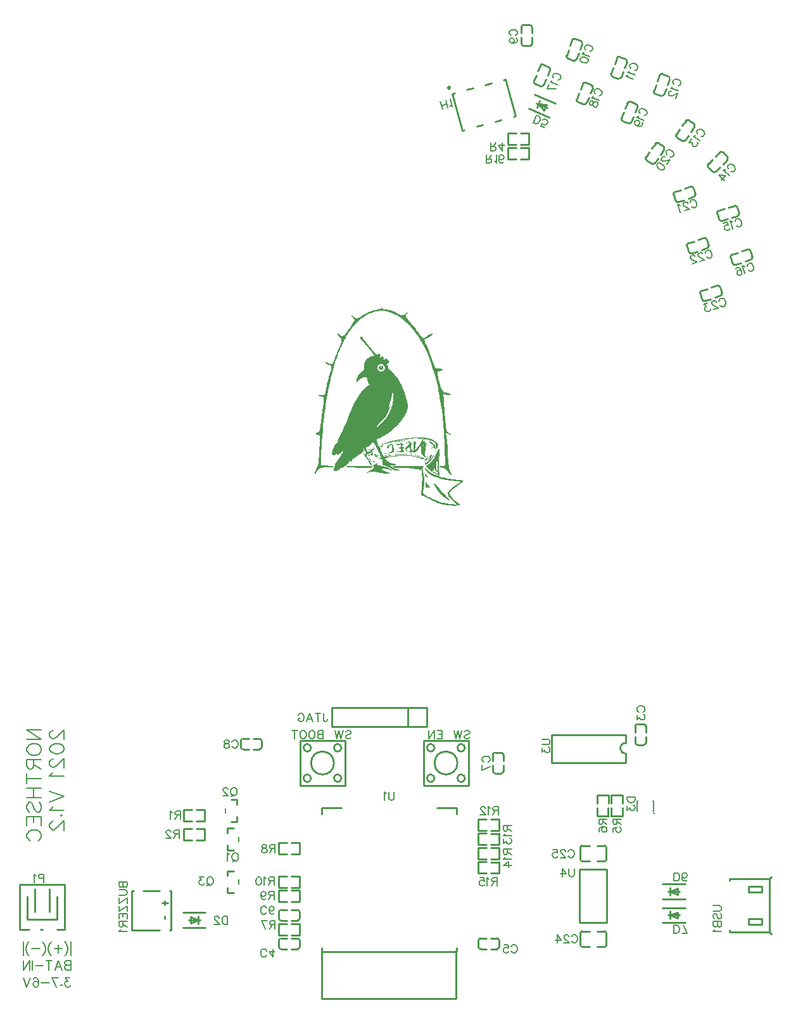
<source format=gbo>
G04 Layer: BottomSilkLayer*
G04 EasyEDA v6.4.17, 2021-02-25T15:28:36--5:00*
G04 aa3373424ab044808dd5acc0b6461e4b,072da06717534aa28f27f5ff42559d36,10*
G04 Gerber Generator version 0.2*
G04 Scale: 100 percent, Rotated: No, Reflected: No *
G04 Dimensions in inches *
G04 leading zeros omitted , absolute positions ,3 integer and 6 decimal *
%FSLAX36Y36*%
%MOIN*%

%ADD10C,0.0100*%
%ADD41C,0.0060*%
%ADD42C,0.0080*%
%ADD44C,0.0079*%
%ADD45C,0.0050*%

%LPD*%
G36*
X1964000Y3643420D02*
G01*
X1962660Y3643180D01*
X1961220Y3642420D01*
X1959640Y3641120D01*
X1957960Y3639280D01*
X1957280Y3638680D01*
X1956279Y3638039D01*
X1954960Y3637420D01*
X1951519Y3636180D01*
X1947200Y3635000D01*
X1942240Y3633940D01*
X1936879Y3633100D01*
X1932420Y3632559D01*
X1928800Y3631940D01*
X1924860Y3631080D01*
X1920620Y3629980D01*
X1916140Y3628660D01*
X1911459Y3627160D01*
X1901680Y3623660D01*
X1891600Y3619580D01*
X1881560Y3615100D01*
X1871879Y3610340D01*
X1867300Y3607919D01*
X1862940Y3605480D01*
X1858820Y3603060D01*
X1855020Y3600640D01*
X1851579Y3598279D01*
X1848500Y3596000D01*
X1844940Y3593080D01*
X1842840Y3591560D01*
X1840840Y3590280D01*
X1838899Y3589240D01*
X1837040Y3588480D01*
X1835200Y3587960D01*
X1833380Y3587679D01*
X1831560Y3587679D01*
X1829740Y3587919D01*
X1827860Y3588440D01*
X1825940Y3589200D01*
X1823959Y3590240D01*
X1821879Y3591520D01*
X1819700Y3593080D01*
X1817380Y3594900D01*
X1810060Y3601080D01*
X1806399Y3603759D01*
X1805020Y3604580D01*
X1803940Y3605059D01*
X1803180Y3605200D01*
X1802740Y3605020D01*
X1802620Y3604520D01*
X1802820Y3603680D01*
X1803320Y3602520D01*
X1805340Y3599260D01*
X1808700Y3594760D01*
X1813899Y3588340D01*
X1816160Y3585320D01*
X1817680Y3582880D01*
X1818560Y3580800D01*
X1818800Y3578940D01*
X1818460Y3577100D01*
X1817620Y3575120D01*
X1799220Y3544660D01*
X1797100Y3541380D01*
X1793180Y3535820D01*
X1791480Y3533680D01*
X1790040Y3532080D01*
X1788899Y3531060D01*
X1786600Y3529900D01*
X1784600Y3527700D01*
X1782340Y3524460D01*
X1778760Y3518000D01*
X1777280Y3515520D01*
X1775680Y3513060D01*
X1773980Y3510640D01*
X1770380Y3506040D01*
X1766620Y3501880D01*
X1764740Y3500020D01*
X1762900Y3498340D01*
X1761100Y3496860D01*
X1759360Y3495600D01*
X1757720Y3494560D01*
X1756180Y3493800D01*
X1754780Y3493320D01*
X1753520Y3493140D01*
X1752380Y3493279D01*
X1751020Y3493720D01*
X1749500Y3494440D01*
X1747860Y3495380D01*
X1746160Y3496540D01*
X1744460Y3497860D01*
X1742780Y3499320D01*
X1738160Y3503940D01*
X1735320Y3506440D01*
X1733020Y3508120D01*
X1731540Y3508740D01*
X1730580Y3508500D01*
X1730020Y3507799D01*
X1729860Y3506700D01*
X1730060Y3505260D01*
X1730600Y3503519D01*
X1731440Y3501560D01*
X1732560Y3499440D01*
X1733940Y3497180D01*
X1735560Y3494860D01*
X1737360Y3492540D01*
X1739360Y3490260D01*
X1743340Y3486160D01*
X1745040Y3484080D01*
X1746600Y3481920D01*
X1747940Y3479720D01*
X1749060Y3477540D01*
X1749900Y3475480D01*
X1750440Y3473580D01*
X1750620Y3471900D01*
X1750340Y3469760D01*
X1749540Y3466480D01*
X1748260Y3462260D01*
X1746579Y3457260D01*
X1744540Y3451600D01*
X1742200Y3445480D01*
X1739620Y3439060D01*
X1734920Y3427919D01*
X1730840Y3418000D01*
X1724640Y3402240D01*
X1720760Y3391940D01*
X1717320Y3382460D01*
X1712140Y3367420D01*
X1709640Y3361000D01*
X1707180Y3355440D01*
X1706020Y3353060D01*
X1703880Y3349260D01*
X1702940Y3347919D01*
X1702120Y3347000D01*
X1701420Y3346520D01*
X1700200Y3346300D01*
X1698500Y3346380D01*
X1696420Y3346740D01*
X1694019Y3347340D01*
X1691360Y3348159D01*
X1688540Y3349180D01*
X1685640Y3350400D01*
X1677120Y3354360D01*
X1672260Y3356200D01*
X1670260Y3356800D01*
X1668660Y3357140D01*
X1667480Y3357200D01*
X1666840Y3356980D01*
X1666260Y3356080D01*
X1666160Y3355040D01*
X1666480Y3353880D01*
X1667180Y3352620D01*
X1668220Y3351340D01*
X1669580Y3350040D01*
X1671200Y3348759D01*
X1673040Y3347559D01*
X1675060Y3346440D01*
X1677220Y3345440D01*
X1679480Y3344620D01*
X1686420Y3342760D01*
X1688400Y3342020D01*
X1690180Y3341200D01*
X1691740Y3340280D01*
X1693100Y3339240D01*
X1694259Y3338080D01*
X1695200Y3336780D01*
X1695980Y3335340D01*
X1696540Y3333759D01*
X1696920Y3332000D01*
X1697120Y3330059D01*
X1697120Y3327940D01*
X1696960Y3325620D01*
X1696600Y3323100D01*
X1696080Y3320360D01*
X1694520Y3314160D01*
X1692320Y3306980D01*
X1689040Y3296760D01*
X1684340Y3281040D01*
X1681380Y3270460D01*
X1677280Y3254640D01*
X1674220Y3241780D01*
X1672040Y3231800D01*
X1670120Y3222260D01*
X1666579Y3202760D01*
X1665880Y3199380D01*
X1664440Y3193780D01*
X1663680Y3191500D01*
X1662880Y3189560D01*
X1662000Y3187900D01*
X1661040Y3186540D01*
X1659980Y3185460D01*
X1658779Y3184600D01*
X1657460Y3183960D01*
X1655980Y3183519D01*
X1654340Y3183260D01*
X1652500Y3183159D01*
X1650460Y3183200D01*
X1645680Y3183600D01*
X1637960Y3184520D01*
X1634220Y3184880D01*
X1631639Y3185000D01*
X1630120Y3184860D01*
X1629560Y3184420D01*
X1629900Y3183660D01*
X1631000Y3182540D01*
X1632800Y3181060D01*
X1635700Y3179180D01*
X1639100Y3177640D01*
X1642600Y3176600D01*
X1645740Y3176200D01*
X1648220Y3176139D01*
X1650400Y3175880D01*
X1652260Y3175340D01*
X1653080Y3174960D01*
X1654500Y3173880D01*
X1655100Y3173180D01*
X1655640Y3172340D01*
X1656100Y3171380D01*
X1656800Y3169040D01*
X1657260Y3166040D01*
X1657440Y3162320D01*
X1657360Y3157820D01*
X1657020Y3152440D01*
X1656459Y3146120D01*
X1655660Y3138780D01*
X1653360Y3120760D01*
X1647080Y3074720D01*
X1642180Y3039780D01*
X1640220Y3026760D01*
X1638500Y3016300D01*
X1636960Y3008100D01*
X1635500Y3001860D01*
X1634780Y2999380D01*
X1634060Y2997260D01*
X1633320Y2995500D01*
X1632580Y2994020D01*
X1631780Y2992799D01*
X1630960Y2991800D01*
X1630100Y2991000D01*
X1629160Y2990340D01*
X1627100Y2989300D01*
X1623380Y2987919D01*
X1620840Y2986780D01*
X1618839Y2985560D01*
X1617340Y2984240D01*
X1616339Y2982900D01*
X1615860Y2981540D01*
X1615860Y2980220D01*
X1616360Y2978980D01*
X1617340Y2977820D01*
X1618779Y2976800D01*
X1620700Y2975940D01*
X1623080Y2975280D01*
X1626699Y2974780D01*
X1630020Y2974720D01*
X1632040Y2974480D01*
X1632860Y2974140D01*
X1633560Y2973560D01*
X1634139Y2972720D01*
X1634620Y2971500D01*
X1634980Y2969900D01*
X1635260Y2967820D01*
X1635440Y2965220D01*
X1635540Y2958180D01*
X1635340Y2948320D01*
X1632600Y2877780D01*
X1631759Y2861680D01*
X1630840Y2848320D01*
X1629800Y2837340D01*
X1629199Y2832620D01*
X1628540Y2828340D01*
X1627840Y2824460D01*
X1627060Y2820940D01*
X1626200Y2817720D01*
X1625260Y2814760D01*
X1624240Y2812000D01*
X1623120Y2809380D01*
X1619259Y2802100D01*
X1616759Y2796920D01*
X1614480Y2791440D01*
X1612540Y2786019D01*
X1611000Y2781000D01*
X1610020Y2776720D01*
X1609760Y2774960D01*
X1609680Y2773519D01*
X1609780Y2772440D01*
X1610060Y2771760D01*
X1610580Y2771520D01*
X1611100Y2771800D01*
X1611980Y2772600D01*
X1614620Y2775560D01*
X1618100Y2779920D01*
X1625240Y2789580D01*
X1628040Y2792960D01*
X1629400Y2794360D01*
X1630780Y2795560D01*
X1632220Y2796620D01*
X1633760Y2797540D01*
X1635440Y2798360D01*
X1637300Y2799080D01*
X1639400Y2799760D01*
X1641759Y2800380D01*
X1647440Y2801560D01*
X1654660Y2802860D01*
X1659540Y2803620D01*
X1664660Y2804280D01*
X1675060Y2805260D01*
X1680000Y2805560D01*
X1684600Y2805720D01*
X1688660Y2805740D01*
X1695600Y2805360D01*
X1698600Y2805299D01*
X1701120Y2805380D01*
X1703160Y2805620D01*
X1704720Y2806040D01*
X1705820Y2806620D01*
X1706480Y2807340D01*
X1706699Y2808260D01*
X1706500Y2808900D01*
X1705900Y2809500D01*
X1704880Y2810040D01*
X1703420Y2810539D01*
X1701519Y2811000D01*
X1699160Y2811400D01*
X1693000Y2812080D01*
X1684820Y2812600D01*
X1674540Y2812980D01*
X1642380Y2813880D01*
X1643500Y2860880D01*
X1643860Y2871800D01*
X1644440Y2885700D01*
X1645700Y2910480D01*
X1647320Y2936700D01*
X1649440Y2966540D01*
X1651639Y2993900D01*
X1654060Y3020840D01*
X1657140Y3051780D01*
X1659300Y3071080D01*
X1660660Y3082440D01*
X1663080Y3101080D01*
X1665000Y3115179D01*
X1667520Y3132559D01*
X1670140Y3149640D01*
X1672880Y3166460D01*
X1675720Y3182980D01*
X1679880Y3205620D01*
X1682980Y3221460D01*
X1688160Y3246200D01*
X1691519Y3261280D01*
X1694300Y3273140D01*
X1698580Y3290580D01*
X1702260Y3304780D01*
X1706040Y3318700D01*
X1709160Y3329620D01*
X1713120Y3343020D01*
X1717200Y3356120D01*
X1720520Y3366380D01*
X1724780Y3378940D01*
X1729139Y3391200D01*
X1732700Y3400800D01*
X1737240Y3412520D01*
X1741860Y3423940D01*
X1746600Y3435059D01*
X1751420Y3445880D01*
X1756360Y3456400D01*
X1761380Y3466600D01*
X1766500Y3476500D01*
X1771720Y3486100D01*
X1777040Y3495400D01*
X1782460Y3504380D01*
X1786860Y3511360D01*
X1793560Y3521440D01*
X1798120Y3527900D01*
X1805040Y3537240D01*
X1810920Y3544660D01*
X1816900Y3551780D01*
X1821740Y3557260D01*
X1826639Y3562520D01*
X1832860Y3568820D01*
X1837900Y3573639D01*
X1842980Y3578240D01*
X1849440Y3583720D01*
X1854660Y3587860D01*
X1861260Y3592760D01*
X1865260Y3595560D01*
X1869300Y3598220D01*
X1876120Y3602420D01*
X1880240Y3604780D01*
X1884379Y3607020D01*
X1891380Y3610500D01*
X1897040Y3613060D01*
X1904199Y3615960D01*
X1911420Y3618519D01*
X1917280Y3620340D01*
X1923180Y3621960D01*
X1929139Y3623360D01*
X1935160Y3624540D01*
X1941220Y3625520D01*
X1946480Y3626220D01*
X1951540Y3626760D01*
X1956420Y3627120D01*
X1961160Y3627340D01*
X1965760Y3627380D01*
X1970280Y3627220D01*
X1974740Y3626900D01*
X1979180Y3626380D01*
X1983600Y3625680D01*
X1988060Y3624760D01*
X1992560Y3623639D01*
X1997160Y3622320D01*
X2001879Y3620779D01*
X2006740Y3619020D01*
X2011780Y3617020D01*
X2017020Y3614800D01*
X2022500Y3612340D01*
X2032780Y3607380D01*
X2040280Y3603440D01*
X2046200Y3600080D01*
X2054980Y3594720D01*
X2062180Y3589940D01*
X2070700Y3583880D01*
X2079060Y3577420D01*
X2087280Y3570580D01*
X2092700Y3565800D01*
X2099360Y3559600D01*
X2107220Y3551820D01*
X2112380Y3546420D01*
X2116220Y3542260D01*
X2122520Y3535120D01*
X2129940Y3526200D01*
X2133600Y3521620D01*
X2140780Y3512160D01*
X2146680Y3504000D01*
X2153600Y3493880D01*
X2159240Y3485160D01*
X2166980Y3472540D01*
X2172360Y3463220D01*
X2177660Y3453660D01*
X2182840Y3443860D01*
X2189900Y3429720D01*
X2194820Y3419320D01*
X2201500Y3404380D01*
X2207080Y3391180D01*
X2211580Y3379920D01*
X2216860Y3366120D01*
X2221960Y3351960D01*
X2227720Y3335020D01*
X2234020Y3315100D01*
X2239280Y3297180D01*
X2242200Y3286740D01*
X2245720Y3273480D01*
X2248460Y3262720D01*
X2252440Y3246300D01*
X2255000Y3235179D01*
X2258080Y3221060D01*
X2260460Y3209620D01*
X2263320Y3195120D01*
X2265540Y3183360D01*
X2267660Y3171440D01*
X2270720Y3153340D01*
X2273120Y3138000D01*
X2275420Y3122460D01*
X2278420Y3100320D01*
X2281540Y3074520D01*
X2283340Y3058120D01*
X2285320Y3038180D01*
X2286800Y3020299D01*
X2288320Y2998380D01*
X2289980Y2970400D01*
X2291700Y2937120D01*
X2293200Y2903780D01*
X2294160Y2878639D01*
X2294860Y2856100D01*
X2295260Y2837400D01*
X2295340Y2829840D01*
X2295280Y2822360D01*
X2295140Y2818159D01*
X2294880Y2815659D01*
X2294700Y2815120D01*
X2294060Y2814560D01*
X2292920Y2814020D01*
X2291340Y2813560D01*
X2289380Y2813140D01*
X2287100Y2812799D01*
X2281860Y2812360D01*
X2275480Y2812240D01*
X2272500Y2812060D01*
X2270100Y2811740D01*
X2268200Y2811259D01*
X2266780Y2810620D01*
X2265820Y2809800D01*
X2265280Y2808800D01*
X2265100Y2807600D01*
X2265680Y2805560D01*
X2267420Y2804080D01*
X2270300Y2803200D01*
X2274300Y2802900D01*
X2278700Y2802740D01*
X2282740Y2802260D01*
X2286500Y2801380D01*
X2288300Y2800800D01*
X2291760Y2799280D01*
X2293440Y2798340D01*
X2295120Y2797280D01*
X2298420Y2794760D01*
X2301760Y2791680D01*
X2305180Y2787980D01*
X2308780Y2783660D01*
X2313200Y2778020D01*
X2315720Y2775020D01*
X2318160Y2772320D01*
X2320460Y2769940D01*
X2322560Y2768000D01*
X2324380Y2766520D01*
X2325840Y2765580D01*
X2326920Y2765260D01*
X2328640Y2765460D01*
X2329880Y2766040D01*
X2330600Y2766940D01*
X2330820Y2768100D01*
X2330520Y2769480D01*
X2329740Y2771019D01*
X2328440Y2772660D01*
X2326660Y2774340D01*
X2325720Y2775340D01*
X2324720Y2776780D01*
X2323680Y2778620D01*
X2322620Y2780760D01*
X2321600Y2783180D01*
X2320640Y2785760D01*
X2319760Y2788460D01*
X2318700Y2792400D01*
X2317520Y2798360D01*
X2316320Y2806000D01*
X2315140Y2814980D01*
X2313960Y2825080D01*
X2312860Y2835960D01*
X2311840Y2847360D01*
X2310900Y2859000D01*
X2309940Y2873460D01*
X2309340Y2884580D01*
X2308920Y2895040D01*
X2308720Y2904500D01*
X2308700Y2911080D01*
X2308360Y2921160D01*
X2307620Y2932040D01*
X2306520Y2942860D01*
X2305160Y2952799D01*
X2304400Y2957160D01*
X2302260Y2968279D01*
X2301380Y2973620D01*
X2300780Y2978080D01*
X2300480Y2981420D01*
X2300520Y2983420D01*
X2300680Y2983820D01*
X2301220Y2983980D01*
X2302260Y2983880D01*
X2303680Y2983519D01*
X2305480Y2982940D01*
X2309880Y2981160D01*
X2312380Y2980020D01*
X2317940Y2977280D01*
X2320500Y2976160D01*
X2322660Y2975340D01*
X2324400Y2974800D01*
X2325760Y2974560D01*
X2326720Y2974600D01*
X2327280Y2974880D01*
X2327440Y2975419D01*
X2327200Y2976180D01*
X2326580Y2977180D01*
X2325540Y2978380D01*
X2324120Y2979780D01*
X2322300Y2981360D01*
X2320100Y2983120D01*
X2317500Y2985040D01*
X2301180Y2996040D01*
X2297720Y3050120D01*
X2294220Y3100140D01*
X2291000Y3141820D01*
X2289620Y3158020D01*
X2288520Y3169740D01*
X2287560Y3178279D01*
X2287200Y3182420D01*
X2287140Y3185340D01*
X2287440Y3187240D01*
X2288200Y3188240D01*
X2289440Y3188540D01*
X2291260Y3188279D01*
X2297780Y3186600D01*
X2301700Y3185680D01*
X2305460Y3184900D01*
X2308980Y3184280D01*
X2312280Y3183800D01*
X2315300Y3183480D01*
X2318000Y3183320D01*
X2320380Y3183320D01*
X2322380Y3183460D01*
X2323980Y3183800D01*
X2325140Y3184280D01*
X2325840Y3184940D01*
X2326080Y3185779D01*
X2325840Y3186740D01*
X2325160Y3187740D01*
X2324100Y3188800D01*
X2322680Y3189900D01*
X2320960Y3191000D01*
X2316800Y3193159D01*
X2314420Y3194160D01*
X2309360Y3195960D01*
X2306740Y3196700D01*
X2304120Y3197320D01*
X2301560Y3197780D01*
X2299080Y3198060D01*
X2294700Y3198200D01*
X2292900Y3198360D01*
X2291300Y3198660D01*
X2289880Y3199160D01*
X2288580Y3199880D01*
X2287360Y3200880D01*
X2286180Y3202180D01*
X2285020Y3203820D01*
X2283800Y3205840D01*
X2282500Y3208300D01*
X2279520Y3214640D01*
X2277740Y3218680D01*
X2274100Y3228039D01*
X2270420Y3238600D01*
X2266860Y3249840D01*
X2263560Y3261240D01*
X2260680Y3272240D01*
X2258400Y3282300D01*
X2257520Y3286820D01*
X2256840Y3290920D01*
X2256400Y3294500D01*
X2255080Y3307720D01*
X2272120Y3312060D01*
X2276540Y3313480D01*
X2278340Y3314200D01*
X2279860Y3314920D01*
X2281120Y3315620D01*
X2282120Y3316320D01*
X2282840Y3317020D01*
X2283320Y3317700D01*
X2283520Y3318340D01*
X2283480Y3318980D01*
X2283180Y3319580D01*
X2282620Y3320160D01*
X2281820Y3320720D01*
X2280780Y3321220D01*
X2279480Y3321700D01*
X2276180Y3322520D01*
X2271920Y3323120D01*
X2266740Y3323519D01*
X2256980Y3323720D01*
X2253920Y3323960D01*
X2251380Y3324380D01*
X2249300Y3325059D01*
X2247580Y3325980D01*
X2246160Y3327220D01*
X2244960Y3328780D01*
X2243860Y3330700D01*
X2240400Y3338140D01*
X2236760Y3346640D01*
X2233060Y3355880D01*
X2229420Y3365520D01*
X2225980Y3375280D01*
X2220440Y3391960D01*
X2217280Y3400480D01*
X2212720Y3411980D01*
X2208920Y3420980D01*
X2199140Y3442980D01*
X2194040Y3455260D01*
X2189920Y3465760D01*
X2188400Y3469960D01*
X2187320Y3473220D01*
X2186740Y3475400D01*
X2186660Y3476019D01*
X2187460Y3476700D01*
X2189680Y3478100D01*
X2197560Y3482620D01*
X2208620Y3488560D01*
X2214440Y3491780D01*
X2219680Y3495000D01*
X2224140Y3498039D01*
X2227580Y3500760D01*
X2228860Y3501960D01*
X2229800Y3503020D01*
X2230380Y3503920D01*
X2230580Y3504640D01*
X2230460Y3505700D01*
X2230100Y3506540D01*
X2229520Y3507140D01*
X2228680Y3507520D01*
X2227600Y3507660D01*
X2226280Y3507580D01*
X2224740Y3507280D01*
X2222960Y3506740D01*
X2220940Y3505980D01*
X2216200Y3503780D01*
X2210520Y3500640D01*
X2203900Y3496620D01*
X2196940Y3492140D01*
X2190680Y3488340D01*
X2185460Y3485460D01*
X2183440Y3484480D01*
X2181920Y3483860D01*
X2180980Y3483639D01*
X2180360Y3483720D01*
X2178860Y3484420D01*
X2176980Y3485800D01*
X2174740Y3487799D01*
X2172160Y3490419D01*
X2169300Y3493620D01*
X2166160Y3497340D01*
X2162780Y3501580D01*
X2159180Y3506300D01*
X2155380Y3511460D01*
X2147340Y3522980D01*
X2144000Y3527940D01*
X2141220Y3531900D01*
X2134740Y3540560D01*
X2127560Y3549620D01*
X2120240Y3558340D01*
X2116700Y3562380D01*
X2105140Y3574940D01*
X2101460Y3579340D01*
X2098300Y3583420D01*
X2095700Y3587220D01*
X2093640Y3590740D01*
X2092080Y3593980D01*
X2091500Y3595500D01*
X2091060Y3596960D01*
X2090740Y3598360D01*
X2090100Y3602919D01*
X2090140Y3606300D01*
X2090800Y3608399D01*
X2092100Y3609120D01*
X2093680Y3609640D01*
X2095520Y3611080D01*
X2097380Y3613200D01*
X2099040Y3615779D01*
X2099900Y3617520D01*
X2100420Y3618860D01*
X2100580Y3619840D01*
X2100420Y3620419D01*
X2099900Y3620620D01*
X2099060Y3620419D01*
X2097900Y3619860D01*
X2096399Y3618920D01*
X2094560Y3617580D01*
X2089940Y3613800D01*
X2085460Y3609900D01*
X2083720Y3608620D01*
X2081940Y3607520D01*
X2080120Y3606560D01*
X2078280Y3605779D01*
X2076380Y3605179D01*
X2074460Y3604720D01*
X2072500Y3604440D01*
X2070500Y3604320D01*
X2068460Y3604360D01*
X2066380Y3604560D01*
X2064280Y3604940D01*
X2062120Y3605480D01*
X2059920Y3606180D01*
X2057680Y3607060D01*
X2055400Y3608080D01*
X2053060Y3609280D01*
X2048280Y3612180D01*
X2044160Y3615040D01*
X2040480Y3617320D01*
X2036440Y3619520D01*
X2032080Y3621640D01*
X2027480Y3623660D01*
X2022660Y3625560D01*
X2017700Y3627320D01*
X2012640Y3628900D01*
X2007560Y3630320D01*
X2002500Y3631560D01*
X1997500Y3632580D01*
X1992640Y3633360D01*
X1987960Y3633900D01*
X1983540Y3634180D01*
X1978820Y3634300D01*
X1976459Y3634540D01*
X1974360Y3634920D01*
X1972520Y3635460D01*
X1970980Y3636120D01*
X1969740Y3636920D01*
X1968800Y3637860D01*
X1968200Y3638920D01*
X1967320Y3640860D01*
X1966320Y3642240D01*
X1965200Y3643100D01*
G37*
G36*
X1857100Y3492660D02*
G01*
X1854920Y3492460D01*
X1853280Y3491880D01*
X1851840Y3490880D01*
X1850620Y3489540D01*
X1849640Y3487960D01*
X1848899Y3486220D01*
X1848420Y3484420D01*
X1848240Y3482640D01*
X1848340Y3480980D01*
X1848779Y3479540D01*
X1849540Y3478399D01*
X1850640Y3477640D01*
X1852560Y3477240D01*
X1853940Y3476320D01*
X1855980Y3474540D01*
X1858600Y3472000D01*
X1865280Y3464960D01*
X1873420Y3455920D01*
X1882460Y3445520D01*
X1894120Y3431680D01*
X1903040Y3420760D01*
X1910980Y3410740D01*
X1917360Y3402280D01*
X1919780Y3398860D01*
X1921620Y3396060D01*
X1922760Y3394020D01*
X1923060Y3393300D01*
X1923160Y3392799D01*
X1922460Y3391520D01*
X1920580Y3390480D01*
X1917780Y3389780D01*
X1912460Y3389420D01*
X1910420Y3389100D01*
X1908280Y3388580D01*
X1906060Y3387860D01*
X1903760Y3386980D01*
X1901420Y3385940D01*
X1899060Y3384760D01*
X1896680Y3383440D01*
X1894300Y3382000D01*
X1889660Y3378800D01*
X1887440Y3377080D01*
X1883260Y3373440D01*
X1881339Y3371540D01*
X1879580Y3369620D01*
X1877960Y3367700D01*
X1876540Y3365760D01*
X1875300Y3363820D01*
X1874300Y3361920D01*
X1873520Y3360160D01*
X1872820Y3358279D01*
X1871680Y3354200D01*
X1870840Y3349760D01*
X1870340Y3344980D01*
X1870160Y3339900D01*
X1870340Y3334580D01*
X1870629Y3329060D01*
X1938839Y3329060D01*
X1938959Y3330620D01*
X1939340Y3332320D01*
X1939920Y3334120D01*
X1940680Y3335940D01*
X1941620Y3337740D01*
X1942680Y3339480D01*
X1943860Y3341060D01*
X1945120Y3342480D01*
X1947240Y3344400D01*
X1949400Y3345960D01*
X1951579Y3347120D01*
X1953760Y3347919D01*
X1956000Y3348340D01*
X1958240Y3348399D01*
X1960500Y3348060D01*
X1962800Y3347360D01*
X1965120Y3346259D01*
X1967460Y3344800D01*
X1969840Y3342960D01*
X1972220Y3340740D01*
X1974319Y3338519D01*
X1976000Y3336480D01*
X1977260Y3334540D01*
X1978120Y3332640D01*
X1978620Y3330740D01*
X1978800Y3328740D01*
X1978640Y3326620D01*
X1978180Y3324280D01*
X1977560Y3322080D01*
X1976780Y3320040D01*
X1975860Y3318180D01*
X1974800Y3316460D01*
X1973640Y3314920D01*
X1972380Y3313540D01*
X1971020Y3312300D01*
X1969560Y3311240D01*
X1968040Y3310320D01*
X1966459Y3309560D01*
X1964820Y3308940D01*
X1963160Y3308500D01*
X1961459Y3308180D01*
X1959740Y3308020D01*
X1958020Y3308020D01*
X1956320Y3308140D01*
X1954620Y3308420D01*
X1952940Y3308860D01*
X1951320Y3309420D01*
X1949740Y3310120D01*
X1948220Y3310960D01*
X1946780Y3311940D01*
X1945420Y3313060D01*
X1944160Y3314320D01*
X1943000Y3315700D01*
X1941960Y3317220D01*
X1941060Y3318880D01*
X1940300Y3320659D01*
X1939680Y3322559D01*
X1939220Y3324600D01*
X1938940Y3326760D01*
X1938839Y3329060D01*
X1870629Y3329060D01*
X1870700Y3325040D01*
X1870560Y3322760D01*
X1870260Y3320820D01*
X1869740Y3319160D01*
X1868980Y3317660D01*
X1867980Y3316300D01*
X1866660Y3314980D01*
X1865040Y3313620D01*
X1856440Y3307460D01*
X1852460Y3304200D01*
X1848740Y3300760D01*
X1845300Y3297200D01*
X1842180Y3293519D01*
X1839379Y3289720D01*
X1836879Y3285840D01*
X1834740Y3281880D01*
X1832960Y3277880D01*
X1831540Y3273840D01*
X1830960Y3271820D01*
X1830480Y3269780D01*
X1829840Y3265740D01*
X1828200Y3251280D01*
X1838980Y3262060D01*
X1840740Y3263720D01*
X1842620Y3265340D01*
X1844640Y3266900D01*
X1849000Y3269840D01*
X1853620Y3272500D01*
X1858360Y3274800D01*
X1863120Y3276700D01*
X1865440Y3277480D01*
X1867720Y3278140D01*
X1869920Y3278660D01*
X1872020Y3279040D01*
X1874019Y3279300D01*
X1875900Y3279380D01*
X1877620Y3279320D01*
X1879180Y3279100D01*
X1880560Y3278680D01*
X1882500Y3277380D01*
X1884139Y3275240D01*
X1885260Y3272559D01*
X1885740Y3269640D01*
X1885980Y3266740D01*
X1886480Y3263639D01*
X1887220Y3260419D01*
X1888140Y3257180D01*
X1889199Y3254000D01*
X1890380Y3251000D01*
X1891639Y3248220D01*
X1892920Y3245800D01*
X1894220Y3243800D01*
X1895460Y3242320D01*
X1896639Y3241460D01*
X1897680Y3241300D01*
X1899180Y3241580D01*
X1900260Y3241660D01*
X1900880Y3241540D01*
X1901100Y3241200D01*
X1900880Y3240680D01*
X1900240Y3239960D01*
X1899160Y3239040D01*
X1895760Y3236600D01*
X1890660Y3233399D01*
X1885060Y3230040D01*
X1880220Y3226740D01*
X1876600Y3223960D01*
X1874180Y3221960D01*
X1869360Y3217600D01*
X1866960Y3215260D01*
X1863360Y3211480D01*
X1858540Y3206019D01*
X1853720Y3200059D01*
X1851300Y3196880D01*
X1847640Y3191840D01*
X1842760Y3184680D01*
X1837840Y3176940D01*
X1832860Y3168639D01*
X1827840Y3159760D01*
X1822740Y3150299D01*
X1817580Y3140220D01*
X1812360Y3129520D01*
X1807040Y3118200D01*
X1801620Y3106240D01*
X1796100Y3093620D01*
X1790500Y3080340D01*
X1784760Y3066360D01*
X1775280Y3042799D01*
X1762804Y3013100D01*
X1931200Y3013100D01*
X1931240Y3013420D01*
X1931780Y3014480D01*
X1932880Y3016080D01*
X1936860Y3020960D01*
X1943160Y3028039D01*
X1961000Y3047080D01*
X1968800Y3055860D01*
X1975440Y3063900D01*
X1978400Y3067740D01*
X1981160Y3071520D01*
X1983740Y3075260D01*
X1986180Y3079000D01*
X1988500Y3082780D01*
X1990720Y3086660D01*
X1994980Y3094740D01*
X1999400Y3104020D01*
X2003040Y3112460D01*
X2005760Y3119580D01*
X2007460Y3124920D01*
X2007880Y3126780D01*
X2007980Y3128000D01*
X2007920Y3128360D01*
X2007780Y3128540D01*
X2007540Y3128540D01*
X2007220Y3128360D01*
X2006339Y3127360D01*
X2005060Y3125500D01*
X2003420Y3122720D01*
X1998860Y3114380D01*
X1996600Y3110640D01*
X1994860Y3108120D01*
X1993880Y3107200D01*
X1993800Y3107420D01*
X1994120Y3109200D01*
X1995040Y3112500D01*
X1998380Y3122740D01*
X2002660Y3134760D01*
X2005800Y3144360D01*
X2008899Y3154900D01*
X2011699Y3165560D01*
X2013980Y3175520D01*
X2014860Y3179960D01*
X2019300Y3206019D01*
X2021680Y3185899D01*
X2022060Y3181460D01*
X2022300Y3176980D01*
X2022380Y3172480D01*
X2022340Y3167940D01*
X2022160Y3163399D01*
X2021819Y3158840D01*
X2021360Y3154260D01*
X2020760Y3149660D01*
X2020040Y3145080D01*
X2019180Y3140480D01*
X2018180Y3135880D01*
X2017060Y3131300D01*
X2015820Y3126720D01*
X2014440Y3122140D01*
X2012940Y3117580D01*
X2011320Y3113060D01*
X2009580Y3108540D01*
X2007720Y3104060D01*
X2005740Y3099620D01*
X2003640Y3095200D01*
X2001440Y3090820D01*
X1999100Y3086480D01*
X1996660Y3082180D01*
X1994120Y3077940D01*
X1991459Y3073740D01*
X1985820Y3065520D01*
X1982840Y3061500D01*
X1979760Y3057559D01*
X1976579Y3053680D01*
X1973280Y3049860D01*
X1969900Y3046139D01*
X1964660Y3040700D01*
X1961020Y3037180D01*
X1957320Y3033759D01*
X1947600Y3025160D01*
X1940120Y3018840D01*
X1937220Y3016540D01*
X1934880Y3014800D01*
X1933120Y3013620D01*
X1931920Y3012980D01*
X1931540Y3012880D01*
X1931300Y3012919D01*
X1931200Y3013100D01*
X1762804Y3013100D01*
X1754540Y2994260D01*
X1747020Y2977900D01*
X1736660Y2956840D01*
X1732160Y2947420D01*
X1729340Y2941240D01*
X1728660Y2939360D01*
X1729220Y2938780D01*
X1730740Y2938480D01*
X1732980Y2938480D01*
X1737640Y2938940D01*
X1737680Y2938620D01*
X1735940Y2937840D01*
X1730500Y2936000D01*
X1728640Y2935179D01*
X1726900Y2934200D01*
X1725260Y2933039D01*
X1723680Y2931640D01*
X1722120Y2929940D01*
X1720560Y2927940D01*
X1718940Y2925580D01*
X1717240Y2922820D01*
X1713480Y2915920D01*
X1709620Y2908200D01*
X1706660Y2901680D01*
X1704280Y2895800D01*
X1702520Y2890480D01*
X1701360Y2885740D01*
X1701000Y2883560D01*
X1700800Y2881520D01*
X1700740Y2879620D01*
X1700820Y2877820D01*
X1701060Y2876160D01*
X1701440Y2874600D01*
X1701960Y2873159D01*
X1702640Y2871820D01*
X1703460Y2870600D01*
X1704420Y2869480D01*
X1705540Y2868440D01*
X1707100Y2867280D01*
X1708500Y2866600D01*
X1709880Y2866420D01*
X1711320Y2866820D01*
X1712900Y2867820D01*
X1714760Y2869500D01*
X1716980Y2871880D01*
X1721780Y2877500D01*
X1725220Y2881139D01*
X1726500Y2882280D01*
X1727500Y2882940D01*
X1728160Y2883159D01*
X1728540Y2882940D01*
X1728580Y2882240D01*
X1728300Y2881100D01*
X1727700Y2879480D01*
X1726740Y2877420D01*
X1725440Y2874920D01*
X1724019Y2871920D01*
X1723860Y2870400D01*
X1725080Y2870120D01*
X1727800Y2870899D01*
X1729240Y2871520D01*
X1731200Y2872520D01*
X1736300Y2875520D01*
X1742460Y2879440D01*
X1748940Y2883860D01*
X1764520Y2894840D01*
X1756000Y2881960D01*
X1745620Y2865380D01*
X1717600Y2819880D01*
X1716519Y2817620D01*
X1715460Y2815059D01*
X1714440Y2812260D01*
X1713500Y2809340D01*
X1712660Y2806340D01*
X1711960Y2803380D01*
X1711440Y2800560D01*
X1710880Y2796840D01*
X1710580Y2793800D01*
X1710520Y2791360D01*
X1710720Y2789420D01*
X1711220Y2787919D01*
X1712000Y2786780D01*
X1713120Y2785899D01*
X1714560Y2785200D01*
X1716080Y2784820D01*
X1717840Y2784720D01*
X1719800Y2784860D01*
X1721920Y2785260D01*
X1724160Y2785860D01*
X1726459Y2786640D01*
X1728760Y2787600D01*
X1731060Y2788700D01*
X1733300Y2789940D01*
X1735440Y2791259D01*
X1737420Y2792679D01*
X1739199Y2794140D01*
X1740740Y2795640D01*
X1742020Y2797160D01*
X1742960Y2798660D01*
X1743540Y2800120D01*
X1744420Y2802740D01*
X1745380Y2804060D01*
X1746420Y2804080D01*
X1747540Y2802799D01*
X1748180Y2802200D01*
X1749139Y2801920D01*
X1750360Y2801920D01*
X1751840Y2802220D01*
X1753560Y2802760D01*
X1755460Y2803540D01*
X1759740Y2805720D01*
X1764440Y2808560D01*
X1769360Y2811940D01*
X1774240Y2815659D01*
X1778860Y2819560D01*
X1782980Y2823460D01*
X1784780Y2825360D01*
X1786380Y2827220D01*
X1787740Y2828980D01*
X1788820Y2830640D01*
X1789600Y2832180D01*
X1790060Y2833580D01*
X1791940Y2841560D01*
X1792640Y2843960D01*
X1793200Y2845360D01*
X1793620Y2845760D01*
X1793940Y2845220D01*
X1794160Y2843720D01*
X1794280Y2841320D01*
X1794560Y2838580D01*
X1795080Y2836340D01*
X1795800Y2834820D01*
X1796639Y2834260D01*
X1798100Y2834500D01*
X1799620Y2835160D01*
X1801160Y2836200D01*
X1802700Y2837559D01*
X1804199Y2839200D01*
X1805620Y2841080D01*
X1806940Y2843120D01*
X1808100Y2845299D01*
X1809100Y2847580D01*
X1809880Y2849860D01*
X1810400Y2852140D01*
X1810640Y2854360D01*
X1810920Y2858639D01*
X1811279Y2860480D01*
X1811759Y2859900D01*
X1813100Y2854280D01*
X1813920Y2852020D01*
X1814780Y2850520D01*
X1815580Y2849960D01*
X1816459Y2850400D01*
X1820980Y2853759D01*
X1828380Y2859700D01*
X1837700Y2867420D01*
X1847980Y2876139D01*
X1863080Y2889360D01*
X1864940Y2891500D01*
X1865680Y2893740D01*
X1865260Y2896400D01*
X1863740Y2899780D01*
X1862540Y2902220D01*
X1861800Y2904080D01*
X1861519Y2905380D01*
X1861660Y2906139D01*
X1862160Y2906360D01*
X1863000Y2906080D01*
X1864120Y2905299D01*
X1865520Y2904080D01*
X1867140Y2902400D01*
X1868940Y2900299D01*
X1870880Y2897780D01*
X1872940Y2894900D01*
X1874720Y2892180D01*
X1876120Y2889800D01*
X1877180Y2887740D01*
X1877860Y2885980D01*
X1878200Y2884540D01*
X1878180Y2883420D01*
X1877780Y2882640D01*
X1875740Y2881320D01*
X1874920Y2879960D01*
X1874660Y2878260D01*
X1875440Y2874660D01*
X1875240Y2873240D01*
X1874520Y2872260D01*
X1873300Y2871920D01*
X1871960Y2872180D01*
X1870840Y2872880D01*
X1870100Y2873940D01*
X1869580Y2876380D01*
X1868940Y2877040D01*
X1867980Y2877160D01*
X1866800Y2876680D01*
X1866540Y2876259D01*
X1866560Y2875500D01*
X1866860Y2874420D01*
X1867420Y2873080D01*
X1869240Y2869660D01*
X1871940Y2865440D01*
X1875360Y2860640D01*
X1882600Y2851320D01*
X1885740Y2847080D01*
X1888740Y2842840D01*
X1891519Y2838720D01*
X1893980Y2834820D01*
X1896060Y2831280D01*
X1897660Y2828200D01*
X1900500Y2821740D01*
X1902560Y2818480D01*
X1904660Y2816259D01*
X1906540Y2815440D01*
X1908360Y2815640D01*
X1909620Y2816240D01*
X1910280Y2817220D01*
X1910340Y2818620D01*
X1909820Y2820419D01*
X1908700Y2822660D01*
X1907000Y2825320D01*
X1903800Y2829560D01*
X1901600Y2832660D01*
X1896120Y2840940D01*
X1890200Y2850460D01*
X1886200Y2857360D01*
X1884160Y2861139D01*
X1882700Y2864240D01*
X1881759Y2866760D01*
X1881360Y2868740D01*
X1881420Y2870280D01*
X1881980Y2871460D01*
X1882960Y2872340D01*
X1884760Y2873360D01*
X1886660Y2874200D01*
X1888380Y2874780D01*
X1891720Y2875240D01*
X1893980Y2875840D01*
X1896440Y2876740D01*
X1898980Y2877900D01*
X1901540Y2879240D01*
X1904000Y2880720D01*
X1906300Y2882260D01*
X1908300Y2883820D01*
X1909960Y2885340D01*
X1911140Y2886740D01*
X1911800Y2888000D01*
X1911800Y2889020D01*
X1911680Y2889980D01*
X1912000Y2891040D01*
X1912760Y2892140D01*
X1913920Y2893300D01*
X1915460Y2894480D01*
X1917380Y2895680D01*
X1919620Y2896860D01*
X1922200Y2898000D01*
X1934139Y2902940D01*
X1921120Y2902340D01*
X1916200Y2901880D01*
X1912420Y2901100D01*
X1910140Y2900120D01*
X1909760Y2899020D01*
X1909920Y2898140D01*
X1909139Y2897700D01*
X1907560Y2897720D01*
X1905340Y2898260D01*
X1902480Y2898639D01*
X1899280Y2898220D01*
X1896060Y2897080D01*
X1893180Y2895280D01*
X1889880Y2892580D01*
X1888860Y2891520D01*
X1890180Y2891920D01*
X1897000Y2895140D01*
X1899400Y2896120D01*
X1901180Y2896660D01*
X1902360Y2896740D01*
X1903020Y2896360D01*
X1903200Y2895500D01*
X1902960Y2894140D01*
X1902340Y2892300D01*
X1901300Y2890480D01*
X1899800Y2888980D01*
X1898060Y2887960D01*
X1894660Y2887260D01*
X1893680Y2886280D01*
X1893380Y2884800D01*
X1893779Y2882900D01*
X1894520Y2880779D01*
X1894900Y2879260D01*
X1894940Y2878320D01*
X1894680Y2877919D01*
X1894139Y2878039D01*
X1893360Y2878620D01*
X1892380Y2879680D01*
X1891240Y2881139D01*
X1888560Y2885220D01*
X1887080Y2887760D01*
X1884420Y2893020D01*
X1883360Y2895520D01*
X1881540Y2900659D01*
X1880780Y2903180D01*
X1879660Y2907860D01*
X1879280Y2909920D01*
X1879060Y2911720D01*
X1878980Y2913220D01*
X1879079Y2914380D01*
X1879319Y2915100D01*
X1879760Y2915380D01*
X1880360Y2915140D01*
X1881160Y2914340D01*
X1883060Y2911800D01*
X1884079Y2911139D01*
X1885300Y2911000D01*
X1886800Y2911380D01*
X1888640Y2912340D01*
X1890900Y2913900D01*
X1893680Y2916100D01*
X1897020Y2918940D01*
X1899480Y2921180D01*
X1904160Y2925880D01*
X1906240Y2928220D01*
X1908080Y2930440D01*
X1909600Y2932500D01*
X1910780Y2934300D01*
X1911519Y2935800D01*
X1912320Y2937760D01*
X1913020Y2939100D01*
X1913700Y2939820D01*
X1914440Y2939880D01*
X1915320Y2939240D01*
X1916420Y2937880D01*
X1917800Y2935800D01*
X1921380Y2929720D01*
X1925140Y2922980D01*
X1935540Y2903720D01*
X1942900Y2889860D01*
X1951420Y2873519D01*
X1954280Y2867780D01*
X1956279Y2863380D01*
X1957480Y2860120D01*
X1957800Y2858840D01*
X1957940Y2857780D01*
X1957920Y2856880D01*
X1957740Y2856139D01*
X1957400Y2855539D01*
X1956920Y2855020D01*
X1955560Y2854180D01*
X1947280Y2851000D01*
X1943260Y2849280D01*
X1942120Y2848680D01*
X1941579Y2848220D01*
X1941620Y2847900D01*
X1942220Y2847740D01*
X1945140Y2847799D01*
X1952900Y2848639D01*
X1955240Y2848800D01*
X1957320Y2848820D01*
X1959139Y2848700D01*
X1960740Y2848380D01*
X1962100Y2847880D01*
X1963260Y2847160D01*
X1964220Y2846200D01*
X1965020Y2845000D01*
X1965660Y2843519D01*
X1966160Y2841740D01*
X1966540Y2839660D01*
X1966800Y2837240D01*
X1967040Y2831320D01*
X1967160Y2822720D01*
X1967360Y2820779D01*
X1967680Y2819160D01*
X1968220Y2817820D01*
X1969000Y2816720D01*
X1970060Y2815779D01*
X1971440Y2814960D01*
X1973220Y2814240D01*
X1975400Y2813519D01*
X1981240Y2811980D01*
X1985500Y2810680D01*
X1990380Y2808840D01*
X1995540Y2806600D01*
X2000720Y2804080D01*
X2005660Y2801400D01*
X2012520Y2797120D01*
X2015000Y2795659D01*
X2020060Y2793080D01*
X2022620Y2791960D01*
X2025220Y2790940D01*
X2027840Y2790040D01*
X2030480Y2789240D01*
X2033160Y2788560D01*
X2035860Y2787980D01*
X2038600Y2787500D01*
X2044340Y2786860D01*
X2049360Y2786520D01*
X2053180Y2786520D01*
X2054640Y2786620D01*
X2055800Y2786820D01*
X2056660Y2787060D01*
X2057200Y2787400D01*
X2057460Y2787780D01*
X2057400Y2788240D01*
X2057040Y2788740D01*
X2056360Y2789300D01*
X2055400Y2789920D01*
X2052520Y2791300D01*
X2048400Y2792860D01*
X2038640Y2796040D01*
X2033839Y2797919D01*
X2028899Y2800120D01*
X2024100Y2802480D01*
X2019700Y2804900D01*
X2015960Y2807220D01*
X2003839Y2815440D01*
X2027060Y2815580D01*
X2032300Y2815779D01*
X2036100Y2816160D01*
X2037440Y2816420D01*
X2038420Y2816720D01*
X2039040Y2817080D01*
X2039280Y2817460D01*
X2039160Y2817900D01*
X2038680Y2818380D01*
X2037820Y2818920D01*
X2035020Y2820100D01*
X2030740Y2821500D01*
X2025000Y2823060D01*
X2014920Y2825560D01*
X2012200Y2826360D01*
X2009600Y2827240D01*
X2007100Y2828200D01*
X2004720Y2829260D01*
X2002420Y2830419D01*
X2000220Y2831680D01*
X1998080Y2833039D01*
X1996020Y2834520D01*
X1994000Y2836120D01*
X1992040Y2837820D01*
X1990120Y2839660D01*
X1986000Y2844020D01*
X1982840Y2847799D01*
X1981720Y2849340D01*
X1980940Y2850600D01*
X1980580Y2851500D01*
X1980640Y2852020D01*
X1980980Y2852260D01*
X1982320Y2852780D01*
X1984460Y2853399D01*
X1990920Y2854780D01*
X1999760Y2856340D01*
X2010360Y2857980D01*
X2022160Y2859600D01*
X2037660Y2861520D01*
X2049940Y2862840D01*
X2061459Y2863880D01*
X2072320Y2864580D01*
X2083340Y2864920D01*
X2088760Y2864920D01*
X2099460Y2864640D01*
X2104700Y2864340D01*
X2109880Y2863940D01*
X2119920Y2862860D01*
X2124800Y2862180D01*
X2129560Y2861400D01*
X2134200Y2860520D01*
X2138720Y2859540D01*
X2143100Y2858480D01*
X2147340Y2857340D01*
X2151440Y2856100D01*
X2155380Y2854760D01*
X2159140Y2853340D01*
X2166640Y2850179D01*
X2170120Y2848820D01*
X2173180Y2847799D01*
X2175780Y2847100D01*
X2177900Y2846720D01*
X2179520Y2846660D01*
X2180620Y2846960D01*
X2181180Y2847600D01*
X2182120Y2848380D01*
X2183860Y2848000D01*
X2186140Y2846540D01*
X2190500Y2842340D01*
X2192120Y2841000D01*
X2193600Y2840140D01*
X2194980Y2839760D01*
X2196260Y2839860D01*
X2197500Y2840500D01*
X2198680Y2841680D01*
X2199880Y2843399D01*
X2201080Y2845700D01*
X2202300Y2848600D01*
X2203600Y2852100D01*
X2206820Y2862100D01*
X2207220Y2863740D01*
X2207260Y2864600D01*
X2206940Y2864700D01*
X2206240Y2864100D01*
X2203660Y2860940D01*
X2199480Y2855200D01*
X2195440Y2849040D01*
X2194600Y2848260D01*
X2193640Y2847880D01*
X2192520Y2847919D01*
X2191160Y2848399D01*
X2189500Y2849320D01*
X2187480Y2850720D01*
X2181440Y2855200D01*
X2177980Y2857360D01*
X2175060Y2858820D01*
X2173100Y2859360D01*
X2172300Y2858980D01*
X2172540Y2857900D01*
X2173780Y2856320D01*
X2175880Y2854400D01*
X2178160Y2852520D01*
X2179560Y2851240D01*
X2179820Y2850840D01*
X2179760Y2850620D01*
X2179300Y2850580D01*
X2178440Y2850740D01*
X2175320Y2851680D01*
X2162480Y2856300D01*
X2152160Y2860120D01*
X2149400Y2861060D01*
X2146340Y2861940D01*
X2143040Y2862780D01*
X2139480Y2863560D01*
X2135700Y2864280D01*
X2127460Y2865560D01*
X2118500Y2866600D01*
X2108880Y2867420D01*
X2098760Y2868000D01*
X2088260Y2868340D01*
X2080180Y2868440D01*
X2069280Y2868340D01*
X2058300Y2868000D01*
X2047400Y2867400D01*
X2036660Y2866540D01*
X2026220Y2865419D01*
X2001639Y2862020D01*
X1990160Y2860520D01*
X1982000Y2859600D01*
X1978839Y2859360D01*
X1977900Y2859540D01*
X1976879Y2860020D01*
X1975760Y2860820D01*
X1974580Y2861900D01*
X1972040Y2864800D01*
X1969379Y2868560D01*
X1966699Y2873000D01*
X1964079Y2877960D01*
X1961620Y2883240D01*
X1959420Y2888680D01*
X1957600Y2894100D01*
X1955140Y2903420D01*
X1953740Y2907080D01*
X1952240Y2909900D01*
X1950820Y2911480D01*
X1949600Y2912400D01*
X1948380Y2913660D01*
X1947160Y2915220D01*
X1945980Y2917040D01*
X1944800Y2919080D01*
X1943680Y2921300D01*
X1941560Y2926200D01*
X1939700Y2931440D01*
X1938180Y2936760D01*
X1937020Y2941880D01*
X1936620Y2944280D01*
X1936200Y2948600D01*
X1936200Y2950440D01*
X1936360Y2952020D01*
X1936680Y2953300D01*
X1937160Y2954280D01*
X1937800Y2954880D01*
X1938660Y2955100D01*
X1939700Y2954880D01*
X1940260Y2954840D01*
X1941160Y2954980D01*
X1943800Y2955800D01*
X1947480Y2957320D01*
X1952040Y2959440D01*
X1957320Y2962080D01*
X1963200Y2965200D01*
X1969500Y2968700D01*
X1976100Y2972520D01*
X1985200Y2978100D01*
X1991879Y2982460D01*
X2000600Y2988500D01*
X2004860Y2991620D01*
X2011140Y2996400D01*
X2019280Y3002960D01*
X2027160Y3009740D01*
X2034760Y3016700D01*
X2038440Y3020240D01*
X2043820Y3025659D01*
X2049019Y3031139D01*
X2054019Y3036720D01*
X2057260Y3040480D01*
X2063460Y3048100D01*
X2066440Y3051960D01*
X2072080Y3059740D01*
X2077360Y3067620D01*
X2082240Y3075580D01*
X2085620Y3081580D01*
X2089760Y3089620D01*
X2091660Y3093660D01*
X2093120Y3097000D01*
X2094400Y3100360D01*
X2095540Y3103720D01*
X2096519Y3107120D01*
X2097320Y3110580D01*
X2097980Y3114080D01*
X2098460Y3117679D01*
X2098780Y3121340D01*
X2098940Y3125120D01*
X2098920Y3129020D01*
X2098740Y3133020D01*
X2098380Y3137180D01*
X2097840Y3141500D01*
X2097140Y3145980D01*
X2096260Y3150640D01*
X2095220Y3155480D01*
X2093980Y3160539D01*
X2090980Y3171340D01*
X2087240Y3183120D01*
X2082760Y3196000D01*
X2078280Y3208080D01*
X2074139Y3218580D01*
X2068820Y3231360D01*
X2064620Y3240880D01*
X2060660Y3249360D01*
X2057100Y3256420D01*
X2054100Y3261740D01*
X2052120Y3264740D01*
X2049199Y3268880D01*
X2045940Y3273240D01*
X2038720Y3282320D01*
X2030980Y3291380D01*
X2023220Y3299880D01*
X2015980Y3307260D01*
X2012700Y3310380D01*
X2009740Y3313000D01*
X2007160Y3315080D01*
X2005040Y3316520D01*
X2003420Y3317280D01*
X2001120Y3317799D01*
X1999720Y3318980D01*
X1998779Y3320740D01*
X1998420Y3322860D01*
X1998320Y3324160D01*
X1998040Y3325720D01*
X1997020Y3329420D01*
X1995500Y3333500D01*
X1992200Y3340360D01*
X1991200Y3342700D01*
X1990660Y3344640D01*
X1990620Y3346360D01*
X1991100Y3347980D01*
X1992100Y3349700D01*
X1993660Y3351640D01*
X2002720Y3361340D01*
X1991020Y3373500D01*
X1988779Y3375580D01*
X1986960Y3376980D01*
X1985380Y3377780D01*
X1983980Y3377960D01*
X1982640Y3377620D01*
X1981200Y3376740D01*
X1977800Y3373900D01*
X1976040Y3372700D01*
X1974360Y3371740D01*
X1972780Y3371080D01*
X1971380Y3370680D01*
X1970200Y3370539D01*
X1969280Y3370680D01*
X1968660Y3371080D01*
X1968400Y3371760D01*
X1968540Y3372700D01*
X1969139Y3373920D01*
X1971960Y3377940D01*
X1972540Y3380140D01*
X1971940Y3382340D01*
X1970140Y3384900D01*
X1967860Y3387320D01*
X1965960Y3388120D01*
X1963820Y3387320D01*
X1960880Y3384900D01*
X1958640Y3383180D01*
X1956620Y3382220D01*
X1954920Y3381920D01*
X1953660Y3382260D01*
X1952940Y3383140D01*
X1952840Y3384520D01*
X1953500Y3386340D01*
X1954980Y3388519D01*
X1956399Y3390860D01*
X1956560Y3393200D01*
X1955400Y3395840D01*
X1952880Y3399020D01*
X1951060Y3400980D01*
X1949600Y3402400D01*
X1948340Y3403260D01*
X1947180Y3403600D01*
X1946000Y3403420D01*
X1944680Y3402700D01*
X1943100Y3401480D01*
X1939199Y3398039D01*
X1937600Y3396860D01*
X1936240Y3396220D01*
X1934980Y3396180D01*
X1933700Y3396760D01*
X1932260Y3397980D01*
X1930500Y3399880D01*
X1889400Y3448720D01*
X1880240Y3459780D01*
X1872400Y3469580D01*
X1866380Y3477460D01*
X1864199Y3480460D01*
X1862680Y3482760D01*
X1861840Y3484260D01*
X1861720Y3484660D01*
X1861339Y3488020D01*
X1860900Y3490920D01*
X1860280Y3491840D01*
X1858940Y3492440D01*
G37*
G36*
X1959199Y3339200D02*
G01*
X1957020Y3338920D01*
X1954900Y3338360D01*
X1952900Y3337540D01*
X1951120Y3336440D01*
X1949620Y3335100D01*
X1948480Y3333500D01*
X1948298Y3333060D01*
X1957660Y3333060D01*
X1957920Y3334280D01*
X1958580Y3335280D01*
X1959580Y3335960D01*
X1960800Y3336200D01*
X1962020Y3335960D01*
X1963020Y3335280D01*
X1963700Y3334280D01*
X1963940Y3333060D01*
X1963700Y3331840D01*
X1963020Y3330840D01*
X1962020Y3330179D01*
X1960800Y3329920D01*
X1959580Y3330179D01*
X1958580Y3330840D01*
X1957920Y3331840D01*
X1957660Y3333060D01*
X1948298Y3333060D01*
X1947620Y3331420D01*
X1947200Y3329380D01*
X1947180Y3327380D01*
X1947560Y3325460D01*
X1948300Y3323680D01*
X1949360Y3322060D01*
X1950720Y3320640D01*
X1952360Y3319460D01*
X1954220Y3318560D01*
X1956300Y3317960D01*
X1958540Y3317720D01*
X1960940Y3317860D01*
X1962780Y3318260D01*
X1964460Y3318920D01*
X1965920Y3319800D01*
X1967180Y3320880D01*
X1968240Y3322160D01*
X1969079Y3323600D01*
X1969700Y3325200D01*
X1970060Y3326920D01*
X1970200Y3328780D01*
X1970060Y3330720D01*
X1969680Y3332740D01*
X1969000Y3334820D01*
X1968140Y3336280D01*
X1966879Y3337460D01*
X1965260Y3338340D01*
X1963400Y3338900D01*
X1961339Y3339200D01*
G37*
G36*
X2158960Y2961700D02*
G01*
X2148700Y2961560D01*
X2135260Y2961060D01*
X2127040Y2960620D01*
X2110580Y2959420D01*
X2099880Y2958380D01*
X2089660Y2957200D01*
X2080100Y2955840D01*
X2071420Y2954360D01*
X2061860Y2952340D01*
X2035060Y2946259D01*
X2007900Y2939680D01*
X1985920Y2934060D01*
X1968260Y2929220D01*
X1961699Y2927280D01*
X1957040Y2925740D01*
X1955500Y2925140D01*
X1954520Y2924660D01*
X1953300Y2923639D01*
X1954000Y2923220D01*
X1956519Y2923420D01*
X1963220Y2924720D01*
X1968700Y2925560D01*
X1974440Y2926160D01*
X1979780Y2926480D01*
X1986380Y2926600D01*
X1988839Y2927080D01*
X1989500Y2927940D01*
X1987360Y2930280D01*
X1988240Y2930820D01*
X1990900Y2930800D01*
X2000300Y2929520D01*
X2002900Y2929520D01*
X2003280Y2930240D01*
X1999660Y2933360D01*
X1999580Y2934180D01*
X2001459Y2934300D01*
X2008620Y2933440D01*
X2011020Y2933500D01*
X2012400Y2933940D01*
X2012520Y2934940D01*
X2012760Y2935200D01*
X2013880Y2935840D01*
X2015860Y2936600D01*
X2018580Y2937500D01*
X2026020Y2939600D01*
X2035660Y2941980D01*
X2046860Y2944500D01*
X2065420Y2948320D01*
X2078100Y2950680D01*
X2090340Y2952720D01*
X2101200Y2954280D01*
X2111620Y2955360D01*
X2122300Y2956040D01*
X2127700Y2956259D01*
X2138600Y2956420D01*
X2149520Y2956220D01*
X2157680Y2955840D01*
X2165740Y2955280D01*
X2173680Y2954540D01*
X2184020Y2953260D01*
X2193980Y2951660D01*
X2198800Y2950760D01*
X2203460Y2949780D01*
X2212380Y2947600D01*
X2216600Y2946400D01*
X2220620Y2945140D01*
X2224460Y2943800D01*
X2228100Y2942400D01*
X2231540Y2940920D01*
X2235000Y2939240D01*
X2238300Y2937260D01*
X2239740Y2936200D01*
X2241060Y2935059D01*
X2242260Y2933880D01*
X2243320Y2932600D01*
X2244260Y2931240D01*
X2245100Y2929800D01*
X2245800Y2928240D01*
X2246380Y2926560D01*
X2246860Y2924780D01*
X2247220Y2922860D01*
X2247480Y2920800D01*
X2247620Y2918600D01*
X2247580Y2913720D01*
X2247120Y2908140D01*
X2246280Y2901800D01*
X2245040Y2894640D01*
X2244280Y2890740D01*
X2244140Y2889540D01*
X2244320Y2889180D01*
X2244800Y2889580D01*
X2245540Y2890720D01*
X2247760Y2895020D01*
X2250760Y2901720D01*
X2252880Y2906900D01*
X2254800Y2911920D01*
X2256440Y2916540D01*
X2257700Y2920539D01*
X2258520Y2923700D01*
X2258740Y2924880D01*
X2258800Y2925760D01*
X2258540Y2927000D01*
X2257760Y2928560D01*
X2256540Y2930340D01*
X2254920Y2932300D01*
X2252960Y2934400D01*
X2250700Y2936520D01*
X2248220Y2938660D01*
X2243860Y2941960D01*
X2240420Y2944260D01*
X2236940Y2946360D01*
X2233340Y2948279D01*
X2229600Y2950040D01*
X2225640Y2951660D01*
X2221420Y2953159D01*
X2216900Y2954560D01*
X2212000Y2955860D01*
X2206720Y2957080D01*
X2200960Y2958260D01*
X2189900Y2960200D01*
X2183160Y2960940D01*
X2175200Y2961420D01*
X2166220Y2961680D01*
G37*
G36*
X2144320Y2952520D02*
G01*
X2112940Y2952160D01*
X2177260Y2950120D01*
X2161640Y2926019D01*
X2156100Y2917919D01*
X2150760Y2910380D01*
X2146260Y2904340D01*
X2136960Y2892700D01*
X2139160Y2916980D01*
X2140260Y2924500D01*
X2140880Y2927720D01*
X2141520Y2930480D01*
X2142200Y2932660D01*
X2142840Y2934200D01*
X2144100Y2935880D01*
X2143620Y2936860D01*
X2142140Y2937820D01*
X2139800Y2938639D01*
X2134480Y2940179D01*
X2130980Y2941440D01*
X2130700Y2941340D01*
X2130440Y2940779D01*
X2130020Y2938420D01*
X2129720Y2934580D01*
X2129580Y2929500D01*
X2129580Y2923440D01*
X2129920Y2909740D01*
X2129840Y2903840D01*
X2129560Y2898940D01*
X2129060Y2895080D01*
X2128740Y2893560D01*
X2128360Y2892320D01*
X2127960Y2891360D01*
X2127500Y2890680D01*
X2127000Y2890299D01*
X2126460Y2890200D01*
X2125900Y2890419D01*
X2125280Y2890920D01*
X2124640Y2891760D01*
X2123960Y2892900D01*
X2121340Y2898759D01*
X2120300Y2899740D01*
X2119120Y2899120D01*
X2116800Y2895960D01*
X2116200Y2895520D01*
X2115680Y2895640D01*
X2115280Y2896320D01*
X2114960Y2897600D01*
X2114740Y2899460D01*
X2114560Y2905000D01*
X2114620Y2907640D01*
X2114840Y2910220D01*
X2115160Y2912720D01*
X2115580Y2915040D01*
X2116120Y2917120D01*
X2116720Y2918920D01*
X2117400Y2920340D01*
X2119560Y2923420D01*
X2119800Y2925880D01*
X2118780Y2928960D01*
X2116480Y2932919D01*
X2114900Y2935120D01*
X2113260Y2936940D01*
X2111580Y2938380D01*
X2109840Y2939460D01*
X2108040Y2940140D01*
X2106160Y2940460D01*
X2104200Y2940400D01*
X2102140Y2939960D01*
X2100000Y2939140D01*
X2097740Y2937960D01*
X2095380Y2936400D01*
X2092900Y2934480D01*
X2090680Y2932520D01*
X2088980Y2930800D01*
X2087800Y2929360D01*
X2087100Y2928200D01*
X2086879Y2927340D01*
X2087100Y2926820D01*
X2087740Y2926640D01*
X2088779Y2926820D01*
X2090200Y2927360D01*
X2091960Y2928320D01*
X2094079Y2929680D01*
X2099780Y2934000D01*
X2102420Y2935820D01*
X2104480Y2936960D01*
X2106020Y2937440D01*
X2107080Y2937240D01*
X2107780Y2936400D01*
X2108140Y2934880D01*
X2108240Y2932720D01*
X2107980Y2931460D01*
X2107200Y2929800D01*
X2105960Y2927820D01*
X2104340Y2925580D01*
X2102360Y2923159D01*
X2100100Y2920620D01*
X2097620Y2918039D01*
X2094940Y2915500D01*
X2081639Y2903340D01*
X2085170Y2899840D01*
X2093100Y2899840D01*
X2094460Y2902140D01*
X2097340Y2904660D01*
X2099900Y2906500D01*
X2102300Y2908000D01*
X2104280Y2909040D01*
X2105560Y2909460D01*
X2106580Y2909120D01*
X2107620Y2908080D01*
X2108600Y2906460D01*
X2109480Y2904340D01*
X2110260Y2901880D01*
X2110860Y2899160D01*
X2111240Y2896280D01*
X2111380Y2893399D01*
X2111140Y2891640D01*
X2110480Y2890220D01*
X2109460Y2889160D01*
X2108140Y2888440D01*
X2106580Y2888060D01*
X2104860Y2888020D01*
X2103020Y2888320D01*
X2101140Y2888940D01*
X2099300Y2889880D01*
X2097540Y2891120D01*
X2095920Y2892700D01*
X2094520Y2894580D01*
X2093140Y2897420D01*
X2093100Y2899840D01*
X2085170Y2899840D01*
X2091020Y2894040D01*
X2092980Y2892240D01*
X2095080Y2890560D01*
X2097320Y2889020D01*
X2099640Y2887600D01*
X2102020Y2886340D01*
X2104420Y2885220D01*
X2106820Y2884280D01*
X2109160Y2883500D01*
X2111440Y2882919D01*
X2113600Y2882520D01*
X2115640Y2882340D01*
X2117500Y2882360D01*
X2119160Y2882600D01*
X2120560Y2883080D01*
X2121720Y2883820D01*
X2123680Y2886139D01*
X2124800Y2886480D01*
X2125960Y2885840D01*
X2127960Y2883240D01*
X2128820Y2882520D01*
X2129780Y2882040D01*
X2130860Y2881780D01*
X2132040Y2881740D01*
X2133300Y2881940D01*
X2134680Y2882340D01*
X2136120Y2882940D01*
X2137640Y2883740D01*
X2139220Y2884760D01*
X2140860Y2885960D01*
X2142560Y2887360D01*
X2144300Y2888940D01*
X2147900Y2892620D01*
X2149740Y2894720D01*
X2153460Y2899420D01*
X2155340Y2902000D01*
X2163820Y2914420D01*
X2167240Y2919120D01*
X2169360Y2921760D01*
X2169820Y2922100D01*
X2169980Y2921720D01*
X2170080Y2920620D01*
X2170000Y2916580D01*
X2169600Y2910620D01*
X2168260Y2895980D01*
X2168120Y2892960D01*
X2168140Y2890280D01*
X2168300Y2887860D01*
X2168461Y2886740D01*
X2175420Y2886740D01*
X2175500Y2893519D01*
X2175860Y2901440D01*
X2176460Y2909700D01*
X2177180Y2917000D01*
X2178020Y2923399D01*
X2178940Y2928620D01*
X2179400Y2930700D01*
X2179880Y2932380D01*
X2180340Y2933620D01*
X2180780Y2934380D01*
X2181200Y2934660D01*
X2182220Y2934260D01*
X2182760Y2933200D01*
X2182800Y2931620D01*
X2182040Y2928780D01*
X2181560Y2925640D01*
X2181140Y2921019D01*
X2180800Y2915220D01*
X2180540Y2908580D01*
X2180380Y2893380D01*
X2180200Y2886040D01*
X2179860Y2880380D01*
X2179620Y2878180D01*
X2179320Y2876400D01*
X2179000Y2875040D01*
X2178620Y2874100D01*
X2178220Y2873580D01*
X2177760Y2873480D01*
X2177240Y2873800D01*
X2176800Y2874500D01*
X2176400Y2875600D01*
X2176080Y2877100D01*
X2175620Y2881220D01*
X2175420Y2886740D01*
X2168461Y2886740D01*
X2168620Y2885640D01*
X2169140Y2883540D01*
X2169860Y2881500D01*
X2170780Y2879440D01*
X2171940Y2877280D01*
X2173340Y2874940D01*
X2175000Y2872380D01*
X2176760Y2869900D01*
X2178640Y2867520D01*
X2180620Y2865299D01*
X2182600Y2863300D01*
X2184560Y2861560D01*
X2186400Y2860140D01*
X2188100Y2859100D01*
X2189560Y2858519D01*
X2192060Y2858100D01*
X2193980Y2858240D01*
X2195280Y2858840D01*
X2195940Y2859760D01*
X2195920Y2860880D01*
X2195160Y2862140D01*
X2193680Y2863380D01*
X2190240Y2865100D01*
X2189320Y2865960D01*
X2188600Y2867080D01*
X2188120Y2868519D01*
X2187820Y2870260D01*
X2187740Y2872380D01*
X2187860Y2874860D01*
X2191980Y2907679D01*
X2192540Y2910659D01*
X2193140Y2913080D01*
X2193800Y2914940D01*
X2194520Y2916259D01*
X2195300Y2917040D01*
X2196140Y2917280D01*
X2197060Y2917000D01*
X2198480Y2916320D01*
X2198920Y2916440D01*
X2198380Y2917380D01*
X2194980Y2921400D01*
X2193740Y2923399D01*
X2193120Y2925040D01*
X2193080Y2926220D01*
X2193620Y2926880D01*
X2194700Y2926920D01*
X2196320Y2926280D01*
X2198440Y2924840D01*
X2201320Y2922660D01*
X2202380Y2922160D01*
X2201700Y2923500D01*
X2196840Y2930240D01*
X2192660Y2935659D01*
X2190960Y2937720D01*
X2189480Y2939340D01*
X2188180Y2940580D01*
X2187080Y2941440D01*
X2186120Y2941920D01*
X2185300Y2942080D01*
X2184600Y2941940D01*
X2183980Y2941480D01*
X2183420Y2940740D01*
X2182360Y2939580D01*
X2181300Y2939520D01*
X2180240Y2940520D01*
X2179220Y2942600D01*
X2178720Y2944160D01*
X2178620Y2945360D01*
X2179040Y2946200D01*
X2180060Y2946720D01*
X2181780Y2946960D01*
X2184300Y2946940D01*
X2187720Y2946680D01*
X2207060Y2944500D01*
X2189980Y2949040D01*
X2186680Y2949700D01*
X2182800Y2950299D01*
X2173640Y2951340D01*
X2163240Y2952080D01*
X2155080Y2952420D01*
G37*
G36*
X2101960Y2949880D02*
G01*
X2098540Y2949760D01*
X2094019Y2949360D01*
X2082600Y2947860D01*
X2069340Y2945680D01*
X2059180Y2943800D01*
X2046620Y2941200D01*
X2041240Y2939940D01*
X2036720Y2938759D01*
X2033260Y2937720D01*
X2031100Y2936820D01*
X2030560Y2936440D01*
X2030320Y2935720D01*
X2031339Y2935419D01*
X2033440Y2935580D01*
X2040400Y2937060D01*
X2049440Y2938820D01*
X2061519Y2941019D01*
X2078779Y2944000D01*
X2091180Y2946240D01*
X2099680Y2948100D01*
X2102240Y2948820D01*
X2103540Y2949380D01*
X2103680Y2949580D01*
X2103480Y2949740D01*
G37*
G36*
X2212860Y2943840D02*
G01*
X2209880Y2943660D01*
X2208940Y2943240D01*
X2210080Y2942400D01*
X2215880Y2939700D01*
X2216980Y2938780D01*
X2216660Y2938159D01*
X2213320Y2937400D01*
X2213200Y2936620D01*
X2214500Y2935460D01*
X2217260Y2933960D01*
X2220000Y2932240D01*
X2222260Y2930080D01*
X2223780Y2927760D01*
X2224360Y2925539D01*
X2224500Y2923300D01*
X2224940Y2922420D01*
X2225760Y2922900D01*
X2228460Y2926560D01*
X2229580Y2927020D01*
X2230620Y2926080D01*
X2231720Y2923680D01*
X2232500Y2921200D01*
X2233140Y2918340D01*
X2233560Y2915419D01*
X2233720Y2912820D01*
X2234100Y2910320D01*
X2235100Y2907700D01*
X2236600Y2905240D01*
X2238420Y2903279D01*
X2239800Y2902260D01*
X2240880Y2901720D01*
X2241700Y2901760D01*
X2242300Y2902440D01*
X2242720Y2903820D01*
X2242980Y2905980D01*
X2243100Y2908960D01*
X2243140Y2912840D01*
X2243000Y2917919D01*
X2242640Y2921840D01*
X2242120Y2924200D01*
X2241460Y2924620D01*
X2240920Y2924500D01*
X2239980Y2924800D01*
X2238720Y2925500D01*
X2237180Y2926540D01*
X2235400Y2927900D01*
X2231380Y2931420D01*
X2226980Y2935620D01*
X2224660Y2937580D01*
X2222340Y2939360D01*
X2220060Y2940899D01*
X2217920Y2942160D01*
X2215940Y2943100D01*
X2214240Y2943680D01*
G37*
G36*
X2062940Y2934160D02*
G01*
X2061940Y2933600D01*
X2061120Y2932480D01*
X2060420Y2930800D01*
X2059900Y2930000D01*
X2058940Y2929260D01*
X2057560Y2928620D01*
X2055820Y2928039D01*
X2053760Y2927580D01*
X2051420Y2927240D01*
X2048880Y2927020D01*
X2043060Y2926920D01*
X2040580Y2926800D01*
X2038700Y2926600D01*
X2037420Y2926300D01*
X2036720Y2925920D01*
X2036600Y2925440D01*
X2037040Y2924880D01*
X2038040Y2924220D01*
X2039240Y2923700D01*
X2040780Y2923260D01*
X2042600Y2922900D01*
X2046800Y2922500D01*
X2049079Y2922460D01*
X2051380Y2922540D01*
X2056780Y2923060D01*
X2059259Y2923159D01*
X2061140Y2923000D01*
X2062500Y2922559D01*
X2063420Y2921760D01*
X2063980Y2920580D01*
X2064240Y2918960D01*
X2064319Y2916860D01*
X2064199Y2914980D01*
X2063800Y2913340D01*
X2063120Y2911900D01*
X2062100Y2910659D01*
X2060720Y2909540D01*
X2058940Y2908540D01*
X2056759Y2907640D01*
X2054120Y2906800D01*
X2043940Y2903860D01*
X2056800Y2903420D01*
X2059019Y2903140D01*
X2060780Y2902700D01*
X2062160Y2902080D01*
X2063160Y2901259D01*
X2063820Y2900220D01*
X2064199Y2898920D01*
X2064319Y2897360D01*
X2064180Y2895840D01*
X2063720Y2894500D01*
X2062940Y2893340D01*
X2061800Y2892320D01*
X2060300Y2891420D01*
X2058380Y2890640D01*
X2056060Y2889960D01*
X2053300Y2889360D01*
X2048720Y2888740D01*
X2046519Y2888580D01*
X2042580Y2888620D01*
X2040940Y2888800D01*
X2039640Y2889100D01*
X2037320Y2890179D01*
X2036680Y2890120D01*
X2036759Y2889280D01*
X2037580Y2887720D01*
X2038340Y2886840D01*
X2039400Y2886120D01*
X2040780Y2885560D01*
X2042440Y2885179D01*
X2044400Y2884960D01*
X2046639Y2884900D01*
X2049139Y2885040D01*
X2054360Y2885580D01*
X2056800Y2885680D01*
X2059120Y2885640D01*
X2061279Y2885460D01*
X2063240Y2885140D01*
X2064900Y2884720D01*
X2066240Y2884160D01*
X2067180Y2883500D01*
X2068760Y2882140D01*
X2069820Y2881800D01*
X2070420Y2882460D01*
X2070600Y2884160D01*
X2070960Y2885659D01*
X2071940Y2886580D01*
X2073420Y2886880D01*
X2077240Y2886040D01*
X2078740Y2886400D01*
X2079680Y2887480D01*
X2080000Y2889260D01*
X2079760Y2891060D01*
X2079079Y2892520D01*
X2078080Y2893500D01*
X2076879Y2893880D01*
X2075660Y2894380D01*
X2074660Y2895779D01*
X2073980Y2897820D01*
X2073740Y2900340D01*
X2073980Y2902679D01*
X2074660Y2904320D01*
X2075660Y2905100D01*
X2078080Y2904640D01*
X2079040Y2905560D01*
X2079620Y2907460D01*
X2079760Y2910160D01*
X2079540Y2912660D01*
X2079120Y2914120D01*
X2078560Y2914440D01*
X2077940Y2913480D01*
X2076900Y2911540D01*
X2075740Y2910280D01*
X2074520Y2909700D01*
X2073340Y2909740D01*
X2072260Y2910419D01*
X2071399Y2911680D01*
X2070820Y2913480D01*
X2070600Y2915840D01*
X2070880Y2918260D01*
X2071680Y2920260D01*
X2072860Y2921620D01*
X2074280Y2922100D01*
X2075240Y2922580D01*
X2075120Y2923900D01*
X2073980Y2925840D01*
X2071940Y2928200D01*
X2069460Y2930600D01*
X2067360Y2932380D01*
X2065600Y2933560D01*
X2064139Y2934160D01*
G37*
G36*
X2013860Y2928220D02*
G01*
X2012400Y2928060D01*
X2010700Y2927660D01*
X2008800Y2927020D01*
X2006660Y2926120D01*
X2004300Y2925000D01*
X1999019Y2922020D01*
X1996420Y2920260D01*
X1994240Y2918420D01*
X1992480Y2916560D01*
X1991140Y2914680D01*
X1990240Y2912840D01*
X1989780Y2911060D01*
X1989740Y2909400D01*
X1990180Y2907860D01*
X1991040Y2906500D01*
X1992380Y2905360D01*
X1994180Y2904440D01*
X1996440Y2903820D01*
X1999160Y2903560D01*
X2000600Y2904240D01*
X2000900Y2906019D01*
X2000160Y2909080D01*
X1999600Y2912180D01*
X2000120Y2914780D01*
X2001780Y2916980D01*
X2004640Y2918920D01*
X2006860Y2920000D01*
X2008839Y2920700D01*
X2010580Y2921040D01*
X2012080Y2920960D01*
X2013380Y2920500D01*
X2014480Y2919620D01*
X2015360Y2918320D01*
X2016080Y2916580D01*
X2016620Y2914380D01*
X2016980Y2911740D01*
X2017200Y2908620D01*
X2017260Y2905020D01*
X2017200Y2901139D01*
X2016940Y2897900D01*
X2016440Y2895200D01*
X2015660Y2892919D01*
X2014540Y2890940D01*
X2013020Y2889160D01*
X2011080Y2887440D01*
X2008640Y2885700D01*
X2005040Y2883519D01*
X2001620Y2881900D01*
X1998779Y2880940D01*
X1996879Y2880860D01*
X1995940Y2880920D01*
X1995740Y2880400D01*
X1996240Y2879420D01*
X1997420Y2878039D01*
X1998520Y2877100D01*
X1999760Y2876500D01*
X2001180Y2876240D01*
X2002860Y2876300D01*
X2004840Y2876700D01*
X2007180Y2877460D01*
X2009940Y2878600D01*
X2013200Y2880080D01*
X2025300Y2885860D01*
X2024660Y2909060D01*
X2024379Y2912799D01*
X2024000Y2915980D01*
X2023540Y2918580D01*
X2022980Y2920580D01*
X2022340Y2921980D01*
X2021620Y2922760D01*
X2020800Y2922900D01*
X2019420Y2922840D01*
X2018300Y2923260D01*
X2017540Y2924080D01*
X2017260Y2925240D01*
X2017120Y2926340D01*
X2016699Y2927180D01*
X2016020Y2927780D01*
X2015060Y2928120D01*
G37*
G36*
X1970000Y2921940D02*
G01*
X1968720Y2921860D01*
X1966960Y2921500D01*
X1964740Y2920880D01*
X1958920Y2918860D01*
X1955160Y2917160D01*
X1953120Y2915560D01*
X1952680Y2913940D01*
X1953800Y2912180D01*
X1955840Y2910960D01*
X1958380Y2911060D01*
X1961600Y2912540D01*
X1965700Y2915419D01*
X1967760Y2917120D01*
X1969340Y2918560D01*
X1970440Y2919740D01*
X1971040Y2920680D01*
X1971180Y2921360D01*
X1970820Y2921780D01*
G37*
G36*
X2229660Y2911760D02*
G01*
X2228660Y2911680D01*
X2227460Y2911120D01*
X2226240Y2909960D01*
X2225240Y2908200D01*
X2224600Y2906100D01*
X2224360Y2903880D01*
X2224500Y2901300D01*
X2224940Y2900340D01*
X2225860Y2901019D01*
X2227460Y2903279D01*
X2228640Y2905320D01*
X2229620Y2907360D01*
X2230280Y2909180D01*
X2230540Y2910520D01*
X2230320Y2911360D01*
G37*
G36*
X1924720Y2909460D02*
G01*
X1923140Y2909220D01*
X1921120Y2908560D01*
X1918959Y2907600D01*
X1916879Y2906420D01*
X1915300Y2905240D01*
X1914480Y2904280D01*
X1914460Y2903620D01*
X1915320Y2903380D01*
X1916900Y2903620D01*
X1918920Y2904280D01*
X1921080Y2905240D01*
X1923160Y2906420D01*
X1924740Y2907600D01*
X1925560Y2908560D01*
X1925580Y2909220D01*
G37*
G36*
X2263200Y2903279D02*
G01*
X2262920Y2903020D01*
X2261660Y2901000D01*
X2256960Y2891960D01*
X2250280Y2878180D01*
X2246880Y2870980D01*
X2243900Y2864920D01*
X2241080Y2859500D01*
X2238340Y2854640D01*
X2235600Y2850240D01*
X2232840Y2846220D01*
X2229980Y2842480D01*
X2226940Y2838920D01*
X2223700Y2835500D01*
X2220160Y2832080D01*
X2214880Y2827360D01*
X2208520Y2822040D01*
X2203280Y2818000D01*
X2201280Y2816620D01*
X2199780Y2815760D01*
X2198880Y2815440D01*
X2197680Y2815320D01*
X2196780Y2814980D01*
X2196180Y2814420D01*
X2195880Y2813639D01*
X2195860Y2812660D01*
X2196120Y2811500D01*
X2196640Y2810160D01*
X2197440Y2808639D01*
X2198520Y2806960D01*
X2199840Y2805120D01*
X2201400Y2803140D01*
X2205300Y2798800D01*
X2210120Y2794000D01*
X2214560Y2789980D01*
X2215961Y2788840D01*
X2228080Y2788840D01*
X2228300Y2789200D01*
X2228960Y2789280D01*
X2230100Y2789060D01*
X2233180Y2788080D01*
X2234360Y2788100D01*
X2235280Y2788620D01*
X2235960Y2789740D01*
X2236480Y2791540D01*
X2236840Y2794080D01*
X2237060Y2797480D01*
X2237540Y2817020D01*
X2240280Y2803060D01*
X2240940Y2800160D01*
X2241740Y2797260D01*
X2242680Y2794460D01*
X2243700Y2791780D01*
X2244800Y2789360D01*
X2245900Y2787240D01*
X2247020Y2785520D01*
X2248100Y2784240D01*
X2249640Y2782820D01*
X2250800Y2781880D01*
X2251580Y2781520D01*
X2252040Y2781760D01*
X2252180Y2782660D01*
X2252040Y2784280D01*
X2250420Y2793080D01*
X2249920Y2797060D01*
X2249520Y2801460D01*
X2249220Y2806080D01*
X2249060Y2810620D01*
X2249040Y2814900D01*
X2249140Y2818020D01*
X2249660Y2824700D01*
X2250500Y2831200D01*
X2251000Y2834160D01*
X2251560Y2836780D01*
X2252140Y2838980D01*
X2253100Y2841680D01*
X2253480Y2842320D01*
X2253820Y2842440D01*
X2254080Y2842060D01*
X2254300Y2841139D01*
X2254560Y2837600D01*
X2254640Y2831700D01*
X2254520Y2817940D01*
X2254780Y2806680D01*
X2255400Y2795800D01*
X2256320Y2786580D01*
X2256860Y2783020D01*
X2259620Y2767860D01*
X2247240Y2774160D01*
X2242420Y2776860D01*
X2237900Y2779760D01*
X2233940Y2782660D01*
X2230820Y2785280D01*
X2229640Y2786440D01*
X2228780Y2787420D01*
X2228240Y2788240D01*
X2228080Y2788840D01*
X2215961Y2788840D01*
X2218320Y2786980D01*
X2222560Y2783900D01*
X2227140Y2780820D01*
X2231940Y2777799D01*
X2236880Y2774880D01*
X2241820Y2772160D01*
X2246640Y2769660D01*
X2251220Y2767440D01*
X2255480Y2765600D01*
X2259280Y2764160D01*
X2262500Y2763200D01*
X2263860Y2762919D01*
X2265020Y2762780D01*
X2266000Y2762780D01*
X2266760Y2762940D01*
X2267280Y2763260D01*
X2267560Y2764760D01*
X2267300Y2767799D01*
X2266540Y2771940D01*
X2265020Y2778000D01*
X2264400Y2780899D01*
X2263860Y2784220D01*
X2263400Y2787900D01*
X2263020Y2791920D01*
X2262480Y2800820D01*
X2262300Y2805640D01*
X2262200Y2815820D01*
X2262400Y2826480D01*
X2262600Y2831900D01*
X2263240Y2842740D01*
X2264180Y2853320D01*
X2265480Y2864000D01*
X2266080Y2870260D01*
X2266500Y2876460D01*
X2266700Y2882280D01*
X2266680Y2887400D01*
X2266420Y2891500D01*
X2266200Y2893080D01*
X2265420Y2897040D01*
X2264580Y2900280D01*
X2263800Y2902480D01*
G37*
G36*
X1914240Y2881040D02*
G01*
X1912820Y2880659D01*
X1911080Y2879880D01*
X1909079Y2878660D01*
X1906800Y2877040D01*
X1904400Y2874900D01*
X1903360Y2873039D01*
X1903600Y2871240D01*
X1905060Y2869300D01*
X1906740Y2867840D01*
X1908400Y2866760D01*
X1909960Y2866040D01*
X1911279Y2865740D01*
X1912300Y2865820D01*
X1912880Y2866300D01*
X1912920Y2867220D01*
X1912300Y2868560D01*
X1911860Y2869840D01*
X1911980Y2871200D01*
X1912600Y2872460D01*
X1914940Y2874440D01*
X1915940Y2875700D01*
X1916639Y2877080D01*
X1916879Y2878380D01*
X1916720Y2879680D01*
X1916200Y2880560D01*
X1915380Y2881000D01*
G37*
G36*
X1921339Y2878180D02*
G01*
X1921279Y2877200D01*
X1922200Y2874500D01*
X1923920Y2870520D01*
X1926300Y2865640D01*
X1927860Y2862660D01*
X1929340Y2860140D01*
X1930720Y2858060D01*
X1931860Y2856680D01*
X1931000Y2855920D01*
X1932380Y2856139D01*
X1931860Y2856680D01*
X1946680Y2869700D01*
X1938060Y2867620D01*
X1935320Y2867160D01*
X1932980Y2867140D01*
X1931100Y2867520D01*
X1929780Y2868200D01*
X1929120Y2869140D01*
X1929160Y2870240D01*
X1930020Y2871460D01*
X1932400Y2873140D01*
X1932320Y2873360D01*
X1931620Y2873360D01*
X1930320Y2873100D01*
X1928680Y2872980D01*
X1927080Y2873340D01*
X1925660Y2874100D01*
X1924640Y2875179D01*
X1923800Y2876360D01*
X1922900Y2877300D01*
X1922040Y2877960D01*
G37*
G36*
X1981459Y2877940D02*
G01*
X1979259Y2877880D01*
X1977760Y2877559D01*
X1977080Y2877000D01*
X1977340Y2876300D01*
X1978400Y2875680D01*
X1979880Y2875440D01*
X1981600Y2875560D01*
X1983340Y2876040D01*
X1984620Y2876740D01*
X1984700Y2877320D01*
X1983640Y2877720D01*
G37*
G36*
X2081639Y2874680D02*
G01*
X2069800Y2874520D01*
X2057540Y2874200D01*
X2045980Y2873740D01*
X2036220Y2873159D01*
X2032360Y2872820D01*
X2029379Y2872460D01*
X2027100Y2872000D01*
X2026399Y2871780D01*
X2026140Y2871560D01*
X2026320Y2871380D01*
X2027900Y2871080D01*
X2031100Y2870880D01*
X2035780Y2870779D01*
X2041900Y2870779D01*
X2058040Y2871120D01*
X2083620Y2872100D01*
X2093480Y2872600D01*
X2100380Y2873080D01*
X2103540Y2873480D01*
X2103900Y2873660D01*
X2103940Y2873820D01*
X2103660Y2873980D01*
X2102200Y2874220D01*
X2099680Y2874420D01*
X2091960Y2874640D01*
G37*
G36*
X2117660Y2874320D02*
G01*
X2113820Y2874200D01*
X2111520Y2873900D01*
X2110900Y2873440D01*
X2112160Y2872880D01*
X2114720Y2872440D01*
X2117660Y2872300D01*
X2120580Y2872440D01*
X2123140Y2872880D01*
X2124400Y2873440D01*
X2123800Y2873900D01*
X2121480Y2874200D01*
G37*
G36*
X2226400Y2873980D02*
G01*
X2225360Y2873039D01*
X2222540Y2869040D01*
X2220880Y2867679D01*
X2219240Y2867060D01*
X2217840Y2867320D01*
X2216700Y2867700D01*
X2215760Y2867400D01*
X2215120Y2866500D01*
X2214520Y2862760D01*
X2213540Y2859600D01*
X2212100Y2855980D01*
X2210360Y2852300D01*
X2207980Y2847559D01*
X2207460Y2846180D01*
X2207380Y2845360D01*
X2207760Y2845080D01*
X2208640Y2845280D01*
X2210020Y2845899D01*
X2211920Y2846900D01*
X2213560Y2847980D01*
X2215280Y2849500D01*
X2217040Y2851380D01*
X2218780Y2853519D01*
X2220480Y2855899D01*
X2222080Y2858399D01*
X2223560Y2861000D01*
X2224840Y2863580D01*
X2225900Y2866100D01*
X2226720Y2868480D01*
X2227200Y2870640D01*
X2227360Y2872540D01*
X2227080Y2873820D01*
G37*
G36*
X1895100Y2871920D02*
G01*
X1893800Y2871660D01*
X1892460Y2871000D01*
X1891200Y2870000D01*
X1890220Y2868780D01*
X1889860Y2867559D01*
X1890280Y2866560D01*
X1891420Y2865880D01*
X1893160Y2865640D01*
X1895060Y2865880D01*
X1896620Y2866560D01*
X1897680Y2867559D01*
X1898060Y2868780D01*
X1897820Y2870000D01*
X1897200Y2871000D01*
X1896260Y2871660D01*
G37*
G36*
X1992960Y2871600D02*
G01*
X1992180Y2871259D01*
X1992960Y2870380D01*
X1995300Y2868780D01*
X1997760Y2867620D01*
X2000940Y2866700D01*
X2004440Y2866139D01*
X2007860Y2866000D01*
X2015700Y2866259D01*
X2007860Y2868780D01*
X2004440Y2869780D01*
X2000940Y2870620D01*
X1997760Y2871259D01*
X1995300Y2871560D01*
G37*
G36*
X2134900Y2871500D02*
G01*
X2134020Y2871400D01*
X2133940Y2871060D01*
X2134620Y2870520D01*
X2135960Y2869800D01*
X2137980Y2868920D01*
X2143700Y2866800D01*
X2150460Y2864620D01*
X2155960Y2863020D01*
X2160440Y2861860D01*
X2163800Y2861139D01*
X2166020Y2860840D01*
X2166660Y2860860D01*
X2167000Y2860980D01*
X2167020Y2861220D01*
X2166720Y2861540D01*
X2165080Y2862500D01*
X2162040Y2863860D01*
X2157540Y2865620D01*
X2151860Y2867600D01*
X2146080Y2869320D01*
X2140720Y2870640D01*
X2136440Y2871380D01*
G37*
G36*
X2236240Y2870940D02*
G01*
X2235540Y2870400D01*
X2232700Y2866980D01*
X2229360Y2862660D01*
X2226560Y2859240D01*
X2219220Y2850820D01*
X2211020Y2841860D01*
X2205760Y2836360D01*
X2200740Y2831300D01*
X2198860Y2829580D01*
X2197320Y2828380D01*
X2196060Y2827660D01*
X2195000Y2827380D01*
X2194100Y2827540D01*
X2193300Y2828100D01*
X2192500Y2829040D01*
X2188680Y2835440D01*
X2188060Y2836160D01*
X2187740Y2836160D01*
X2187660Y2835360D01*
X2187800Y2833759D01*
X2188760Y2828000D01*
X2190260Y2820059D01*
X2190820Y2817500D01*
X2191160Y2816380D01*
X2191540Y2816500D01*
X2193920Y2818180D01*
X2198020Y2821400D01*
X2203320Y2825800D01*
X2208700Y2830400D01*
X2213180Y2834460D01*
X2217260Y2838420D01*
X2220900Y2842260D01*
X2224140Y2846019D01*
X2227000Y2849700D01*
X2229460Y2853300D01*
X2231560Y2856860D01*
X2233300Y2860380D01*
X2234700Y2863900D01*
X2235980Y2868060D01*
X2236400Y2869760D01*
X2236500Y2870720D01*
G37*
G36*
X1980200Y2868440D02*
G01*
X1978700Y2868279D01*
X1977820Y2867740D01*
X1977580Y2866860D01*
X1978060Y2865640D01*
X1979480Y2864440D01*
X1981900Y2863480D01*
X1985000Y2862880D01*
X1988440Y2862720D01*
X1992740Y2862919D01*
X1994440Y2863360D01*
X1993680Y2864200D01*
X1990600Y2865640D01*
X1987460Y2866860D01*
X1984640Y2867740D01*
X1982200Y2868279D01*
G37*
G36*
X1949199Y2858340D02*
G01*
X1946860Y2858300D01*
X1941980Y2857640D01*
X1932380Y2856139D01*
X1933460Y2855160D01*
X1934880Y2854320D01*
X1936399Y2853840D01*
X1938040Y2853720D01*
X1939840Y2853940D01*
X1941860Y2854480D01*
X1944120Y2855320D01*
X1946680Y2856440D01*
X1949100Y2857720D01*
G37*
G36*
X1893000Y2854880D02*
G01*
X1892520Y2854860D01*
X1892460Y2854340D01*
X1892800Y2853340D01*
X1893520Y2851920D01*
X1894560Y2850160D01*
X1897540Y2845820D01*
X1901399Y2840760D01*
X1905500Y2835899D01*
X1909040Y2832140D01*
X1910500Y2830779D01*
X1911680Y2829840D01*
X1912540Y2829340D01*
X1913020Y2829360D01*
X1913080Y2829880D01*
X1912740Y2830899D01*
X1912020Y2832300D01*
X1909620Y2836120D01*
X1906160Y2840880D01*
X1902040Y2846000D01*
X1898180Y2850360D01*
X1895040Y2853440D01*
X1893860Y2854380D01*
G37*
G36*
X1915860Y2840299D02*
G01*
X1915020Y2840020D01*
X1914860Y2839200D01*
X1915460Y2837799D01*
X1916879Y2835840D01*
X1918779Y2834000D01*
X1921080Y2832520D01*
X1923480Y2831500D01*
X1925700Y2831139D01*
X1927880Y2831340D01*
X1928420Y2832060D01*
X1927340Y2833460D01*
X1924540Y2835740D01*
X1921720Y2837720D01*
X1919280Y2839140D01*
X1917300Y2840000D01*
G37*
G36*
X1947360Y2831680D02*
G01*
X1944900Y2830940D01*
X1941260Y2829100D01*
X1934400Y2824780D01*
X1931900Y2823320D01*
X1929360Y2822000D01*
X1926879Y2820860D01*
X1924520Y2819920D01*
X1922360Y2819200D01*
X1920480Y2818740D01*
X1916000Y2818399D01*
X1914620Y2817799D01*
X1914740Y2816640D01*
X1917480Y2813460D01*
X1918460Y2812060D01*
X1919180Y2810620D01*
X1919660Y2809160D01*
X1919880Y2807679D01*
X1919860Y2806160D01*
X1919600Y2804620D01*
X1919100Y2803039D01*
X1918340Y2801460D01*
X1917340Y2799840D01*
X1916100Y2798220D01*
X1914620Y2796560D01*
X1912880Y2794880D01*
X1910920Y2793200D01*
X1908720Y2791500D01*
X1906279Y2789760D01*
X1900660Y2786280D01*
X1897520Y2784520D01*
X1889620Y2780360D01*
X1886060Y2778279D01*
X1883820Y2776700D01*
X1883260Y2775880D01*
X1883779Y2775800D01*
X1884920Y2775899D01*
X1888800Y2776660D01*
X1894300Y2778020D01*
X1906060Y2781320D01*
X1910440Y2782360D01*
X1912400Y2782720D01*
X1916100Y2783100D01*
X1919740Y2783039D01*
X1923660Y2782500D01*
X1928180Y2781520D01*
X1938940Y2778560D01*
X1943560Y2777420D01*
X1948560Y2776360D01*
X1953820Y2775360D01*
X1959259Y2774460D01*
X1967580Y2773279D01*
X1973080Y2772620D01*
X1983640Y2771640D01*
X1988500Y2771320D01*
X1992960Y2771139D01*
X1996920Y2771080D01*
X2000320Y2771180D01*
X2003060Y2771420D01*
X2005040Y2771820D01*
X2005720Y2772080D01*
X2006180Y2772380D01*
X2006399Y2772720D01*
X2006380Y2773120D01*
X2006100Y2773540D01*
X2005560Y2774020D01*
X2004120Y2774920D01*
X2002120Y2775960D01*
X1999680Y2777100D01*
X1993800Y2779460D01*
X1987180Y2781760D01*
X1980480Y2783840D01*
X1977220Y2784980D01*
X1974120Y2786200D01*
X1971240Y2787460D01*
X1968700Y2788720D01*
X1966560Y2789920D01*
X1964900Y2791060D01*
X1963820Y2792060D01*
X1962860Y2793380D01*
X1962440Y2794420D01*
X1962640Y2795220D01*
X1963540Y2795800D01*
X1965240Y2796200D01*
X1967760Y2796460D01*
X1971240Y2796580D01*
X1977940Y2796580D01*
X1982740Y2796240D01*
X1987740Y2795600D01*
X1992680Y2794720D01*
X1997320Y2793639D01*
X2001380Y2792400D01*
X2007760Y2789940D01*
X2011759Y2788680D01*
X2014700Y2788039D01*
X2016140Y2788180D01*
X2016380Y2788660D01*
X2016260Y2789260D01*
X2015820Y2789960D01*
X2015060Y2790760D01*
X2014019Y2791640D01*
X2011160Y2793620D01*
X2007420Y2795820D01*
X2002960Y2798140D01*
X1997980Y2800539D01*
X1992660Y2802900D01*
X1987180Y2805179D01*
X1981699Y2807260D01*
X1976399Y2809100D01*
X1971480Y2810580D01*
X1967100Y2811660D01*
X1965180Y2812020D01*
X1963440Y2812240D01*
X1960380Y2812400D01*
X1958540Y2812640D01*
X1956440Y2813039D01*
X1951860Y2814220D01*
X1947160Y2815760D01*
X1941660Y2818039D01*
X1939259Y2819160D01*
X1937720Y2820059D01*
X1936980Y2820860D01*
X1937040Y2821620D01*
X1937820Y2822440D01*
X1939319Y2823399D01*
X1941459Y2824580D01*
X1944100Y2826220D01*
X1946260Y2828020D01*
X1947720Y2829720D01*
X1948260Y2831139D01*
G37*
G36*
X2075980Y2812300D02*
G01*
X2057140Y2812220D01*
X2042840Y2812040D01*
X2032540Y2811740D01*
X2025660Y2811259D01*
X2023340Y2810940D01*
X2021660Y2810560D01*
X2020580Y2810120D01*
X2020000Y2809620D01*
X2019880Y2809340D01*
X2019940Y2808720D01*
X2020340Y2808020D01*
X2021020Y2807240D01*
X2022580Y2805779D01*
X2023839Y2804880D01*
X2025220Y2804100D01*
X2026800Y2803480D01*
X2028620Y2802960D01*
X2030720Y2802559D01*
X2033140Y2802280D01*
X2035940Y2802080D01*
X2039180Y2801980D01*
X2047100Y2802040D01*
X2054019Y2802240D01*
X2063740Y2802220D01*
X2074980Y2801860D01*
X2087300Y2801180D01*
X2103520Y2799980D01*
X2116580Y2798780D01*
X2129260Y2797440D01*
X2141080Y2796000D01*
X2151580Y2794500D01*
X2160340Y2792980D01*
X2163920Y2792240D01*
X2166900Y2791520D01*
X2169200Y2790800D01*
X2170780Y2790140D01*
X2171280Y2789800D01*
X2171580Y2789480D01*
X2172540Y2787380D01*
X2173360Y2784460D01*
X2173940Y2781139D01*
X2174180Y2777799D01*
X2174440Y2763360D01*
X2174560Y2750440D01*
X2174480Y2733560D01*
X2174240Y2723680D01*
X2173860Y2714660D01*
X2173300Y2706340D01*
X2172600Y2698500D01*
X2171460Y2689140D01*
X2169820Y2677020D01*
X2168620Y2666180D01*
X2168360Y2662540D01*
X2168340Y2660480D01*
X2168440Y2660100D01*
X2170920Y2658700D01*
X2186600Y2650480D01*
X2211760Y2637580D01*
X2219980Y2633480D01*
X2230840Y2628320D01*
X2241380Y2623580D01*
X2251400Y2619380D01*
X2260680Y2615760D01*
X2268960Y2612860D01*
X2272680Y2611700D01*
X2276080Y2610740D01*
X2285000Y2608720D01*
X2295580Y2606820D01*
X2301120Y2605980D01*
X2312380Y2604560D01*
X2318040Y2603980D01*
X2331820Y2602940D01*
X2337060Y2602700D01*
X2346820Y2602540D01*
X2351260Y2602620D01*
X2355300Y2602820D01*
X2358940Y2603140D01*
X2362120Y2603580D01*
X2364760Y2604140D01*
X2375020Y2606860D01*
X2349860Y2627960D01*
X2345120Y2632200D01*
X2340480Y2636600D01*
X2336060Y2641060D01*
X2331980Y2645419D01*
X2328360Y2649560D01*
X2325340Y2653340D01*
X2323020Y2656640D01*
X2322160Y2658060D01*
X2314920Y2671100D01*
X2324560Y2680100D01*
X2326780Y2682000D01*
X2333260Y2687140D01*
X2341800Y2693660D01*
X2351740Y2701019D01*
X2365060Y2710600D01*
X2380180Y2721320D01*
X2383840Y2724060D01*
X2386840Y2726440D01*
X2389140Y2728480D01*
X2390720Y2730200D01*
X2391260Y2730960D01*
X2391620Y2731660D01*
X2391800Y2732300D01*
X2391800Y2732900D01*
X2391640Y2733420D01*
X2391280Y2733920D01*
X2390740Y2734360D01*
X2390040Y2734760D01*
X2388060Y2735480D01*
X2385360Y2736080D01*
X2381940Y2736600D01*
X2372860Y2737540D01*
X2360780Y2738580D01*
X2348500Y2739780D01*
X2336520Y2741240D01*
X2330640Y2742060D01*
X2321980Y2743399D01*
X2310720Y2745400D01*
X2302520Y2747060D01*
X2289320Y2750080D01*
X2279200Y2752760D01*
X2269520Y2755640D01*
X2264820Y2757160D01*
X2258020Y2759520D01*
X2253620Y2761160D01*
X2245200Y2764580D01*
X2237280Y2768180D01*
X2229860Y2771960D01*
X2226360Y2773920D01*
X2223000Y2775920D01*
X2216700Y2780020D01*
X2213760Y2782140D01*
X2210980Y2784300D01*
X2208340Y2786480D01*
X2205860Y2788700D01*
X2203540Y2790960D01*
X2195600Y2799380D01*
X2193580Y2801220D01*
X2192060Y2802320D01*
X2190980Y2802700D01*
X2190300Y2802360D01*
X2189920Y2801380D01*
X2189800Y2799780D01*
X2189920Y2798460D01*
X2190240Y2797020D01*
X2190760Y2795500D01*
X2191480Y2793920D01*
X2192380Y2792240D01*
X2193460Y2790520D01*
X2196100Y2786900D01*
X2199320Y2783159D01*
X2203040Y2779360D01*
X2207200Y2775560D01*
X2211700Y2771840D01*
X2216500Y2768279D01*
X2221480Y2764960D01*
X2226600Y2761920D01*
X2231760Y2759280D01*
X2235360Y2757640D01*
X2239180Y2756019D01*
X2247420Y2752860D01*
X2256380Y2749800D01*
X2263520Y2747600D01*
X2273500Y2744820D01*
X2283900Y2742200D01*
X2289220Y2740980D01*
X2297340Y2739260D01*
X2308340Y2737180D01*
X2319420Y2735360D01*
X2330480Y2733860D01*
X2355300Y2730680D01*
X2363880Y2729500D01*
X2378880Y2727160D01*
X2347180Y2706160D01*
X2342380Y2702900D01*
X2333280Y2696340D01*
X2325260Y2690179D01*
X2321840Y2687380D01*
X2318920Y2684860D01*
X2316580Y2682660D01*
X2314880Y2680860D01*
X2313380Y2678759D01*
X2312560Y2677400D01*
X2311880Y2676019D01*
X2311320Y2674620D01*
X2310880Y2673220D01*
X2310560Y2671780D01*
X2310360Y2670340D01*
X2310300Y2668860D01*
X2310360Y2667340D01*
X2310540Y2665800D01*
X2310860Y2664220D01*
X2311300Y2662600D01*
X2312600Y2659220D01*
X2314440Y2655659D01*
X2316840Y2651880D01*
X2319800Y2647840D01*
X2323340Y2643540D01*
X2327460Y2638920D01*
X2332200Y2634000D01*
X2337540Y2628740D01*
X2359560Y2607460D01*
X2327300Y2610240D01*
X2322420Y2610800D01*
X2315240Y2611780D01*
X2308200Y2612940D01*
X2301200Y2614300D01*
X2291800Y2616480D01*
X2282180Y2619080D01*
X2272160Y2622180D01*
X2261560Y2625800D01*
X2250200Y2630000D01*
X2237000Y2635200D01*
X2230220Y2638039D01*
X2223840Y2640820D01*
X2217860Y2643560D01*
X2212320Y2646259D01*
X2207200Y2648900D01*
X2202520Y2651460D01*
X2198280Y2653980D01*
X2194460Y2656420D01*
X2191120Y2658800D01*
X2188220Y2661080D01*
X2185800Y2663300D01*
X2183840Y2665440D01*
X2183020Y2666480D01*
X2181780Y2668480D01*
X2181020Y2670400D01*
X2180820Y2671320D01*
X2180700Y2672580D01*
X2180700Y2676280D01*
X2180940Y2681280D01*
X2181440Y2687240D01*
X2182160Y2693840D01*
X2184780Y2712780D01*
X2185340Y2717960D01*
X2185720Y2722880D01*
X2185900Y2727679D01*
X2185900Y2732500D01*
X2185700Y2737420D01*
X2185320Y2742620D01*
X2184740Y2748200D01*
X2183120Y2760480D01*
X2181360Y2771740D01*
X2179580Y2781660D01*
X2178000Y2789080D01*
X2176280Y2795640D01*
X2176380Y2799000D01*
X2177360Y2802340D01*
X2179220Y2805659D01*
X2183880Y2812300D01*
G37*
G36*
X1851579Y2812240D02*
G01*
X1827080Y2812020D01*
X1813779Y2811780D01*
X1801660Y2811440D01*
X1791279Y2811019D01*
X1783160Y2810500D01*
X1780100Y2810220D01*
X1777820Y2809900D01*
X1776380Y2809580D01*
X1776000Y2809420D01*
X1775280Y2808820D01*
X1775060Y2808260D01*
X1775120Y2808000D01*
X1775640Y2807480D01*
X1776639Y2806980D01*
X1778140Y2806500D01*
X1780140Y2806060D01*
X1785700Y2805220D01*
X1793340Y2804500D01*
X1803120Y2803840D01*
X1815100Y2803279D01*
X1829280Y2802780D01*
X1845760Y2802360D01*
X1865020Y2802020D01*
X1887180Y2801860D01*
X1893959Y2801960D01*
X1899660Y2802160D01*
X1904300Y2802480D01*
X1907980Y2802919D01*
X1910760Y2803480D01*
X1911819Y2803820D01*
X1912680Y2804200D01*
X1913320Y2804600D01*
X1913800Y2805059D01*
X1914079Y2805560D01*
X1914199Y2806080D01*
X1914139Y2806660D01*
X1913940Y2807280D01*
X1913580Y2807940D01*
X1912420Y2809420D01*
X1911660Y2810220D01*
X1910840Y2810539D01*
X1909160Y2810840D01*
X1903400Y2811340D01*
X1894920Y2811720D01*
X1884259Y2812000D01*
X1871960Y2812180D01*
G37*
G36*
X2187660Y2773560D02*
G01*
X2187540Y2772380D01*
X2187960Y2769920D01*
X2188840Y2766560D01*
X2190100Y2762620D01*
X2191100Y2759980D01*
X2192160Y2757820D01*
X2193280Y2756100D01*
X2194540Y2754780D01*
X2195960Y2753820D01*
X2197600Y2753180D01*
X2199500Y2752820D01*
X2201700Y2752700D01*
X2209860Y2752700D01*
X2197120Y2765820D01*
X2193180Y2769560D01*
X2190040Y2772240D01*
X2188880Y2773080D01*
X2188080Y2773540D01*
G37*
G36*
X2194240Y2726780D02*
G01*
X2193880Y2725400D01*
X2193440Y2722160D01*
X2192960Y2717559D01*
X2191520Y2698140D01*
X2211040Y2697640D01*
X2212540Y2697679D01*
X2213700Y2697860D01*
X2214500Y2698180D01*
X2214940Y2698680D01*
X2215040Y2699400D01*
X2214780Y2700380D01*
X2214140Y2701660D01*
X2213160Y2703260D01*
X2210060Y2707600D01*
X2199560Y2721320D01*
X2196980Y2724360D01*
X2195120Y2726280D01*
G37*
G36*
X2238200Y2718180D02*
G01*
X2237440Y2718060D01*
X2236920Y2717660D01*
X2236640Y2717020D01*
X2236640Y2716100D01*
X2236880Y2714920D01*
X2237420Y2713480D01*
X2238220Y2711780D01*
X2239340Y2709840D01*
X2247140Y2698180D01*
X2253760Y2688500D01*
X2258960Y2681100D01*
X2263540Y2674900D01*
X2268300Y2668700D01*
X2270900Y2665480D01*
X2272400Y2663820D01*
X2276060Y2660220D01*
X2280360Y2656320D01*
X2285160Y2652280D01*
X2290260Y2648220D01*
X2295480Y2644260D01*
X2300660Y2640560D01*
X2305600Y2637240D01*
X2310140Y2634440D01*
X2314080Y2632260D01*
X2317260Y2630860D01*
X2318500Y2630480D01*
X2319480Y2630360D01*
X2319760Y2630560D01*
X2319660Y2631120D01*
X2319200Y2632040D01*
X2318420Y2633260D01*
X2315900Y2636580D01*
X2312260Y2640860D01*
X2307700Y2645920D01*
X2298880Y2655160D01*
X2291580Y2663000D01*
X2284300Y2671100D01*
X2277580Y2678820D01*
X2271960Y2685580D01*
X2266280Y2692799D01*
X2262580Y2697260D01*
X2258880Y2701540D01*
X2255360Y2705419D01*
X2252220Y2708700D01*
X2249640Y2711120D01*
X2247420Y2713000D01*
X2245380Y2714580D01*
X2243520Y2715860D01*
X2241880Y2716860D01*
X2240440Y2717580D01*
X2239200Y2718020D01*
G37*
D42*
X325000Y309544D02*
G01*
X325000Y236817D01*
X294090Y309544D02*
G01*
X298636Y305000D01*
X303182Y298182D01*
X307726Y289090D01*
X310000Y277726D01*
X310000Y268636D01*
X307726Y257273D01*
X303182Y248182D01*
X298636Y241363D01*
X294090Y236817D01*
X258636Y293636D02*
G01*
X258636Y252726D01*
X279090Y273182D02*
G01*
X238182Y273182D01*
X223182Y309544D02*
G01*
X218636Y305000D01*
X214090Y298182D01*
X209544Y289090D01*
X207273Y277726D01*
X207273Y268636D01*
X209544Y257273D01*
X214090Y248182D01*
X218636Y241363D01*
X223182Y236817D01*
X176363Y309544D02*
G01*
X180909Y305000D01*
X185455Y298182D01*
X190000Y289090D01*
X192273Y277726D01*
X192273Y268636D01*
X190000Y257273D01*
X185455Y248182D01*
X180909Y241363D01*
X176363Y236817D01*
X161363Y273182D02*
G01*
X120455Y273182D01*
X105455Y309544D02*
G01*
X100909Y305000D01*
X96363Y298182D01*
X91817Y289090D01*
X89544Y277726D01*
X89544Y268636D01*
X91817Y257273D01*
X96363Y248182D01*
X100909Y241363D01*
X105455Y236817D01*
X74544Y309544D02*
G01*
X74544Y236817D01*
X325000Y210455D02*
G01*
X325000Y162726D01*
X325000Y210455D02*
G01*
X304544Y210455D01*
X297726Y208182D01*
X295455Y205909D01*
X293182Y201363D01*
X293182Y196817D01*
X295455Y192273D01*
X297726Y190000D01*
X304544Y187726D01*
X325000Y187726D02*
G01*
X304544Y187726D01*
X297726Y185455D01*
X295455Y183182D01*
X293182Y178636D01*
X293182Y171817D01*
X295455Y167273D01*
X297726Y165000D01*
X304544Y162726D01*
X325000Y162726D01*
X260000Y210455D02*
G01*
X278182Y162726D01*
X260000Y210455D02*
G01*
X241817Y162726D01*
X271363Y178636D02*
G01*
X248636Y178636D01*
X210909Y210455D02*
G01*
X210909Y162726D01*
X226817Y210455D02*
G01*
X195000Y210455D01*
X180000Y183182D02*
G01*
X139090Y183182D01*
X124090Y210455D02*
G01*
X124090Y162726D01*
X109090Y210455D02*
G01*
X109090Y162726D01*
X109090Y210455D02*
G01*
X77273Y162726D01*
X77273Y210455D02*
G01*
X77273Y162726D01*
X320455Y120455D02*
G01*
X295455Y120455D01*
X309090Y102273D01*
X302273Y102273D01*
X297726Y100000D01*
X295455Y97726D01*
X293182Y90909D01*
X293182Y86363D01*
X295455Y79544D01*
X300000Y75000D01*
X306817Y72726D01*
X313636Y72726D01*
X320455Y75000D01*
X322726Y77273D01*
X325000Y81817D01*
X275909Y84090D02*
G01*
X278182Y81817D01*
X275909Y79544D01*
X273636Y81817D01*
X275909Y84090D01*
X226817Y120455D02*
G01*
X249544Y72726D01*
X258636Y120455D02*
G01*
X226817Y120455D01*
X211817Y93182D02*
G01*
X170909Y93182D01*
X128636Y113636D02*
G01*
X130909Y118182D01*
X137726Y120455D01*
X142273Y120455D01*
X149090Y118182D01*
X153636Y111363D01*
X155909Y100000D01*
X155909Y88636D01*
X153636Y79544D01*
X149090Y75000D01*
X142273Y72726D01*
X140000Y72726D01*
X133182Y75000D01*
X128636Y79544D01*
X126363Y86363D01*
X126363Y88636D01*
X128636Y95455D01*
X133182Y100000D01*
X140000Y102273D01*
X142273Y102273D01*
X149090Y100000D01*
X153636Y95455D01*
X155909Y88636D01*
X111363Y120455D02*
G01*
X93182Y72726D01*
X75000Y120455D02*
G01*
X93182Y72726D01*
X94272Y1425000D02*
G01*
X170635Y1425000D01*
X94272Y1425000D02*
G01*
X170635Y1374090D01*
X94272Y1374090D02*
G01*
X170635Y1374090D01*
X94272Y1328272D02*
G01*
X97908Y1335545D01*
X105181Y1342818D01*
X112454Y1346455D01*
X123364Y1350091D01*
X141545Y1350091D01*
X152454Y1346455D01*
X159726Y1342818D01*
X166999Y1335545D01*
X170635Y1328272D01*
X170635Y1313726D01*
X166999Y1306455D01*
X159726Y1299182D01*
X152454Y1295545D01*
X141545Y1291909D01*
X123364Y1291909D01*
X112454Y1295545D01*
X105181Y1299182D01*
X97908Y1306455D01*
X94272Y1313726D01*
X94272Y1328272D01*
X94272Y1267908D02*
G01*
X170635Y1267908D01*
X94272Y1267908D02*
G01*
X94272Y1235181D01*
X97908Y1224272D01*
X101545Y1220635D01*
X108818Y1216999D01*
X116091Y1216999D01*
X123364Y1220635D01*
X126999Y1224272D01*
X130635Y1235181D01*
X130635Y1267908D01*
X130635Y1242455D02*
G01*
X170635Y1216999D01*
X94272Y1167545D02*
G01*
X170635Y1167545D01*
X94272Y1193000D02*
G01*
X94272Y1142091D01*
X94272Y1118090D02*
G01*
X170635Y1118090D01*
X94272Y1067181D02*
G01*
X170635Y1067181D01*
X130635Y1118090D02*
G01*
X130635Y1067181D01*
X105181Y992273D02*
G01*
X97908Y999544D01*
X94272Y1010455D01*
X94272Y1025000D01*
X97908Y1035909D01*
X105181Y1043182D01*
X112454Y1043182D01*
X119726Y1039544D01*
X123364Y1035909D01*
X126999Y1028636D01*
X134272Y1006817D01*
X137908Y999544D01*
X141545Y995909D01*
X148818Y992273D01*
X159726Y992273D01*
X166999Y999544D01*
X170635Y1010455D01*
X170635Y1025000D01*
X166999Y1035909D01*
X159726Y1043182D01*
X94272Y968272D02*
G01*
X170635Y968272D01*
X94272Y968272D02*
G01*
X94272Y920999D01*
X130635Y968272D02*
G01*
X130635Y939182D01*
X170635Y968272D02*
G01*
X170635Y920999D01*
X112454Y842454D02*
G01*
X105181Y846091D01*
X97908Y853364D01*
X94272Y860635D01*
X94272Y875181D01*
X97908Y882454D01*
X105181Y889726D01*
X112454Y893364D01*
X123364Y896999D01*
X141545Y896999D01*
X152454Y893364D01*
X159726Y889726D01*
X166999Y882454D01*
X170635Y875181D01*
X170635Y860635D01*
X166999Y853364D01*
X159726Y846091D01*
X152454Y842454D01*
X232454Y1421363D02*
G01*
X228818Y1421363D01*
X221545Y1417726D01*
X217908Y1414090D01*
X214272Y1406817D01*
X214272Y1392273D01*
X217908Y1385000D01*
X221545Y1381363D01*
X228818Y1377726D01*
X236091Y1377726D01*
X243364Y1381363D01*
X254272Y1388636D01*
X290635Y1425000D01*
X290635Y1374090D01*
X214272Y1328272D02*
G01*
X217908Y1339182D01*
X228818Y1346455D01*
X246999Y1350091D01*
X257908Y1350091D01*
X276091Y1346455D01*
X286999Y1339182D01*
X290635Y1328272D01*
X290635Y1320999D01*
X286999Y1310091D01*
X276091Y1302818D01*
X257908Y1299182D01*
X246999Y1299182D01*
X228818Y1302818D01*
X217908Y1310091D01*
X214272Y1320999D01*
X214272Y1328272D01*
X232454Y1271545D02*
G01*
X228818Y1271545D01*
X221545Y1267908D01*
X217908Y1264272D01*
X214272Y1256999D01*
X214272Y1242455D01*
X217908Y1235181D01*
X221545Y1231545D01*
X228818Y1227908D01*
X236091Y1227908D01*
X243364Y1231545D01*
X254272Y1238818D01*
X290635Y1275181D01*
X290635Y1224272D01*
X228818Y1200273D02*
G01*
X225181Y1193000D01*
X214272Y1182091D01*
X290635Y1182091D01*
X214272Y1102091D02*
G01*
X290635Y1073000D01*
X214272Y1043908D02*
G01*
X290635Y1073000D01*
X228818Y1019908D02*
G01*
X225181Y1012636D01*
X214272Y1001727D01*
X290635Y1001727D01*
X272454Y974090D02*
G01*
X276091Y977726D01*
X279726Y974090D01*
X276091Y970455D01*
X272454Y974090D01*
X232454Y942818D02*
G01*
X228818Y942818D01*
X221545Y939182D01*
X217908Y935545D01*
X214272Y928272D01*
X214272Y913726D01*
X217908Y906455D01*
X221545Y902818D01*
X228818Y899182D01*
X236091Y899182D01*
X243364Y902818D01*
X254272Y910091D01*
X290635Y946455D01*
X290635Y895545D01*
D41*
X2961300Y337300D02*
G01*
X2963400Y341399D01*
X2967500Y345500D01*
X2971499Y347500D01*
X2979700Y347500D01*
X2983800Y345500D01*
X2987899Y341399D01*
X2990000Y337300D01*
X2991999Y331100D01*
X2991999Y320900D01*
X2990000Y314800D01*
X2987899Y310700D01*
X2983800Y306599D01*
X2979700Y304600D01*
X2971499Y304600D01*
X2967500Y306599D01*
X2963400Y310700D01*
X2961300Y314800D01*
X2945799Y337300D02*
G01*
X2945799Y339299D01*
X2943699Y343400D01*
X2941700Y345500D01*
X2937600Y347500D01*
X2929399Y347500D01*
X2925299Y345500D01*
X2923299Y343400D01*
X2921199Y339299D01*
X2921199Y335199D01*
X2923299Y331100D01*
X2927399Y325000D01*
X2947799Y304600D01*
X2919200Y304600D01*
X2885200Y347500D02*
G01*
X2905699Y318899D01*
X2875000Y318899D01*
X2885200Y347500D02*
G01*
X2885200Y304600D01*
X2944300Y785199D02*
G01*
X2946400Y789299D01*
X2950500Y793400D01*
X2954499Y795399D01*
X2962700Y795399D01*
X2966800Y793400D01*
X2970900Y789299D01*
X2973000Y785199D01*
X2975000Y779000D01*
X2975000Y768800D01*
X2973000Y762699D01*
X2970900Y758600D01*
X2966800Y754499D01*
X2962700Y752500D01*
X2954499Y752500D01*
X2950500Y754499D01*
X2946400Y758600D01*
X2944300Y762699D01*
X2928800Y785199D02*
G01*
X2928800Y787199D01*
X2926700Y791300D01*
X2924700Y793400D01*
X2920600Y795399D01*
X2912399Y795399D01*
X2908299Y793400D01*
X2906300Y791300D01*
X2904200Y787199D01*
X2904200Y783099D01*
X2906300Y779000D01*
X2910399Y772899D01*
X2930799Y752500D01*
X2902200Y752500D01*
X2864099Y795399D02*
G01*
X2884600Y795399D01*
X2886599Y776999D01*
X2884600Y779000D01*
X2878500Y781100D01*
X2872299Y781100D01*
X2866199Y779000D01*
X2862100Y775000D01*
X2860000Y768800D01*
X2860000Y764699D01*
X2862100Y758600D01*
X2866199Y754499D01*
X2872299Y752500D01*
X2878500Y752500D01*
X2884600Y754499D01*
X2886599Y756500D01*
X2888699Y760599D01*
X2975000Y695399D02*
G01*
X2975000Y664699D01*
X2973000Y658600D01*
X2968900Y654499D01*
X2962700Y652500D01*
X2958599Y652500D01*
X2952500Y654499D01*
X2948400Y658600D01*
X2946400Y664699D01*
X2946400Y695399D01*
X2912399Y695399D02*
G01*
X2932899Y666799D01*
X2902200Y666799D01*
X2912399Y695399D02*
G01*
X2912399Y652500D01*
X3500000Y629600D02*
G01*
X3500000Y672500D01*
X3500000Y629600D02*
G01*
X3514300Y629600D01*
X3520500Y631599D01*
X3524499Y635700D01*
X3526599Y639800D01*
X3528599Y645999D01*
X3528599Y656199D01*
X3526599Y662300D01*
X3524499Y666399D01*
X3520500Y670500D01*
X3514300Y672500D01*
X3500000Y672500D01*
X3566700Y635700D02*
G01*
X3564600Y631599D01*
X3558500Y629600D01*
X3554399Y629600D01*
X3548299Y631599D01*
X3544200Y637800D01*
X3542100Y648000D01*
X3542100Y658200D01*
X3544200Y666399D01*
X3548299Y670500D01*
X3554399Y672500D01*
X3556499Y672500D01*
X3562600Y670500D01*
X3566700Y666399D01*
X3568699Y660300D01*
X3568699Y658200D01*
X3566700Y652100D01*
X3562600Y648000D01*
X3556499Y645999D01*
X3554399Y645999D01*
X3548299Y648000D01*
X3544200Y652100D01*
X3542100Y658200D01*
X3500000Y354600D02*
G01*
X3500000Y397500D01*
X3500000Y354600D02*
G01*
X3514300Y354600D01*
X3520500Y356599D01*
X3524499Y360700D01*
X3526599Y364800D01*
X3528599Y370999D01*
X3528599Y381199D01*
X3526599Y387300D01*
X3524499Y391399D01*
X3520500Y395500D01*
X3514300Y397500D01*
X3500000Y397500D01*
X3570799Y354600D02*
G01*
X3550299Y397500D01*
X3542100Y354600D02*
G01*
X3570799Y354600D01*
X1174318Y1360181D02*
G01*
X1176364Y1364272D01*
X1180455Y1368364D01*
X1184544Y1370408D01*
X1192727Y1370408D01*
X1196818Y1368364D01*
X1200909Y1364272D01*
X1202955Y1360181D01*
X1205000Y1354045D01*
X1205000Y1343818D01*
X1202955Y1337681D01*
X1200909Y1333591D01*
X1196818Y1329499D01*
X1192727Y1327455D01*
X1184544Y1327455D01*
X1180455Y1329499D01*
X1176364Y1333591D01*
X1174318Y1337681D01*
X1150591Y1370408D02*
G01*
X1156727Y1368364D01*
X1158773Y1364272D01*
X1158773Y1360181D01*
X1156727Y1356091D01*
X1152636Y1354045D01*
X1144454Y1351999D01*
X1138317Y1349955D01*
X1134227Y1345864D01*
X1132182Y1341772D01*
X1132182Y1335635D01*
X1134227Y1331545D01*
X1136273Y1329499D01*
X1142408Y1327455D01*
X1150591Y1327455D01*
X1156727Y1329499D01*
X1158773Y1331545D01*
X1160817Y1335635D01*
X1160817Y1341772D01*
X1158773Y1345864D01*
X1154682Y1349955D01*
X1148545Y1351999D01*
X1140363Y1354045D01*
X1136273Y1356091D01*
X1134227Y1360181D01*
X1134227Y1364272D01*
X1136273Y1368364D01*
X1142408Y1370408D01*
X1150591Y1370408D01*
X2535038Y4469434D02*
G01*
X2535038Y4512388D01*
X2535038Y4469434D02*
G01*
X2553447Y4469434D01*
X2559584Y4471480D01*
X2561629Y4473525D01*
X2563675Y4477615D01*
X2563675Y4481707D01*
X2561629Y4485798D01*
X2559584Y4487842D01*
X2553447Y4489888D01*
X2535038Y4489888D01*
X2549357Y4489888D02*
G01*
X2563675Y4512388D01*
X2597628Y4469434D02*
G01*
X2577174Y4498069D01*
X2607857Y4498071D01*
X2597628Y4469434D02*
G01*
X2597628Y4512388D01*
X2512358Y4405019D02*
G01*
X2512358Y4447919D01*
X2512358Y4405019D02*
G01*
X2530757Y4405019D01*
X2536858Y4407020D01*
X2538957Y4409119D01*
X2540958Y4413218D01*
X2540956Y4417320D01*
X2538958Y4421419D01*
X2536858Y4423418D01*
X2530757Y4425419D01*
X2512358Y4425419D01*
X2526657Y4425419D02*
G01*
X2540956Y4447919D01*
X2554458Y4413220D02*
G01*
X2558558Y4411118D01*
X2564758Y4405019D01*
X2564758Y4447919D01*
X2602757Y4411120D02*
G01*
X2600757Y4407020D01*
X2594557Y4405019D01*
X2590457Y4405019D01*
X2584358Y4407020D01*
X2580258Y4413218D01*
X2578257Y4423418D01*
X2578257Y4433620D01*
X2580258Y4441819D01*
X2584357Y4445920D01*
X2590456Y4447919D01*
X2592557Y4447919D01*
X2598657Y4445920D01*
X2602758Y4441819D01*
X2604858Y4435720D01*
X2604858Y4433618D01*
X2602757Y4427519D01*
X2598657Y4423420D01*
X2592557Y4421419D01*
X2590457Y4421419D01*
X2584358Y4423418D01*
X2580258Y4427519D01*
X2578257Y4433620D01*
X2758342Y4615735D02*
G01*
X2775104Y4655223D01*
X2758342Y4615735D02*
G01*
X2771504Y4610147D01*
X2777993Y4609564D01*
X2783278Y4611777D01*
X2786813Y4614731D01*
X2791076Y4619654D01*
X2795061Y4629045D01*
X2795604Y4635441D01*
X2795272Y4640036D01*
X2793193Y4645373D01*
X2788267Y4649636D01*
X2775104Y4655223D01*
X2819740Y4589672D02*
G01*
X2800870Y4597683D01*
X2806217Y4615401D01*
X2807277Y4612779D01*
X2812164Y4608422D01*
X2817779Y4606039D01*
X2824215Y4605589D01*
X2829552Y4607669D01*
X2833906Y4612557D01*
X2835509Y4616329D01*
X2835959Y4622766D01*
X2833788Y4628141D01*
X2828954Y4632366D01*
X2823338Y4634749D01*
X2816850Y4635331D01*
X2814228Y4634272D01*
X2810693Y4631318D01*
X2575000Y1020399D02*
G01*
X2575000Y977500D01*
X2575000Y1020399D02*
G01*
X2556599Y1020399D01*
X2550500Y1018400D01*
X2548400Y1016300D01*
X2546400Y1012199D01*
X2546400Y1008099D01*
X2548400Y1004000D01*
X2550500Y1001999D01*
X2556599Y1000000D01*
X2575000Y1000000D01*
X2560699Y1000000D02*
G01*
X2546400Y977500D01*
X2532899Y1012199D02*
G01*
X2528800Y1014299D01*
X2522600Y1020399D01*
X2522600Y977500D01*
X2507100Y1010199D02*
G01*
X2507100Y1012199D01*
X2505000Y1016300D01*
X2503000Y1018400D01*
X2498900Y1020399D01*
X2490699Y1020399D01*
X2486599Y1018400D01*
X2484600Y1016300D01*
X2482500Y1012199D01*
X2482500Y1008099D01*
X2484600Y1004000D01*
X2488699Y997899D01*
X2509099Y977500D01*
X2480500Y977500D01*
X2602500Y919499D02*
G01*
X2645399Y919499D01*
X2602500Y919499D02*
G01*
X2602500Y901100D01*
X2604499Y895000D01*
X2606599Y892899D01*
X2610699Y890900D01*
X2614799Y890900D01*
X2618900Y892899D01*
X2620900Y895000D01*
X2622899Y901100D01*
X2622899Y919499D01*
X2622899Y905199D02*
G01*
X2645399Y890900D01*
X2610699Y877399D02*
G01*
X2608599Y873299D01*
X2602500Y867100D01*
X2645399Y867100D01*
X2602500Y849499D02*
G01*
X2602500Y826999D01*
X2618900Y839299D01*
X2618900Y833200D01*
X2620900Y829099D01*
X2622899Y826999D01*
X2629099Y825000D01*
X2633199Y825000D01*
X2639300Y826999D01*
X2643400Y831100D01*
X2645399Y837300D01*
X2645399Y843400D01*
X2643400Y849499D01*
X2641400Y851599D01*
X2637299Y853600D01*
X2602500Y796500D02*
G01*
X2645399Y796500D01*
X2602500Y796500D02*
G01*
X2602500Y778099D01*
X2604499Y771999D01*
X2606599Y769899D01*
X2610699Y767899D01*
X2614799Y767899D01*
X2618900Y769899D01*
X2620900Y771999D01*
X2622899Y778099D01*
X2622899Y796500D01*
X2622899Y782199D02*
G01*
X2645399Y767899D01*
X2610699Y754400D02*
G01*
X2608599Y750300D01*
X2602500Y744099D01*
X2645399Y744099D01*
X2602500Y710199D02*
G01*
X2631099Y730599D01*
X2631099Y700000D01*
X2602500Y710199D02*
G01*
X2645399Y710199D01*
X2569499Y647500D02*
G01*
X2569499Y604600D01*
X2569499Y647500D02*
G01*
X2551099Y647500D01*
X2545000Y645500D01*
X2542899Y643400D01*
X2540900Y639299D01*
X2540900Y635199D01*
X2542899Y631100D01*
X2545000Y629099D01*
X2551099Y627100D01*
X2569499Y627100D01*
X2555200Y627100D02*
G01*
X2540900Y604600D01*
X2527399Y639299D02*
G01*
X2523299Y641399D01*
X2517100Y647500D01*
X2517100Y604600D01*
X2479099Y647500D02*
G01*
X2499499Y647500D01*
X2501599Y629099D01*
X2499499Y631100D01*
X2493400Y633200D01*
X2487299Y633200D01*
X2481099Y631100D01*
X2476999Y627100D01*
X2475000Y620900D01*
X2475000Y616799D01*
X2476999Y610700D01*
X2481099Y606599D01*
X2487299Y604600D01*
X2493400Y604600D01*
X2499499Y606599D01*
X2501599Y608600D01*
X2503599Y612699D01*
X184400Y665399D02*
G01*
X184400Y622500D01*
X184400Y665399D02*
G01*
X165999Y665399D01*
X159899Y663400D01*
X157800Y661300D01*
X155799Y657199D01*
X155799Y651100D01*
X157800Y646999D01*
X159899Y645000D01*
X165999Y642899D01*
X184400Y642899D01*
X142300Y657199D02*
G01*
X138200Y659299D01*
X131999Y665399D01*
X131999Y622500D01*
X1150000Y445399D02*
G01*
X1150000Y402500D01*
X1150000Y445399D02*
G01*
X1135699Y445399D01*
X1129499Y443400D01*
X1125500Y439299D01*
X1123400Y435199D01*
X1121400Y429000D01*
X1121400Y418800D01*
X1123400Y412699D01*
X1125500Y408600D01*
X1129499Y404499D01*
X1135699Y402500D01*
X1150000Y402500D01*
X1105799Y435199D02*
G01*
X1105799Y437199D01*
X1103800Y441300D01*
X1101700Y443400D01*
X1097600Y445399D01*
X1089499Y445399D01*
X1085399Y443400D01*
X1083299Y441300D01*
X1081300Y437199D01*
X1081300Y433099D01*
X1083299Y429000D01*
X1087399Y422899D01*
X1107899Y402500D01*
X1079200Y402500D01*
X579600Y625000D02*
G01*
X622500Y625000D01*
X579600Y625000D02*
G01*
X579600Y606599D01*
X581599Y600500D01*
X583699Y598400D01*
X587800Y596399D01*
X591900Y596399D01*
X595999Y598400D01*
X598000Y600500D01*
X600000Y606599D01*
X600000Y625000D02*
G01*
X600000Y606599D01*
X602100Y600500D01*
X604099Y598400D01*
X608200Y596399D01*
X614400Y596399D01*
X618499Y598400D01*
X620500Y600500D01*
X622500Y606599D01*
X622500Y625000D01*
X579600Y582899D02*
G01*
X610300Y582899D01*
X616399Y580799D01*
X620500Y576700D01*
X622500Y570599D01*
X622500Y566500D01*
X620500Y560399D01*
X616399Y556300D01*
X610300Y554200D01*
X579600Y554200D01*
X579600Y512100D02*
G01*
X622500Y540700D01*
X579600Y540700D02*
G01*
X579600Y512100D01*
X622500Y540700D02*
G01*
X622500Y512100D01*
X579600Y470000D02*
G01*
X622500Y498600D01*
X579600Y498600D02*
G01*
X579600Y470000D01*
X622500Y498600D02*
G01*
X622500Y470000D01*
X579600Y456500D02*
G01*
X622500Y456500D01*
X579600Y456500D02*
G01*
X579600Y429899D01*
X600000Y456500D02*
G01*
X600000Y440100D01*
X622500Y456500D02*
G01*
X622500Y429899D01*
X579600Y416399D02*
G01*
X622500Y416399D01*
X579600Y416399D02*
G01*
X579600Y398000D01*
X581599Y391799D01*
X583699Y389800D01*
X587800Y387699D01*
X591900Y387699D01*
X595999Y389800D01*
X598000Y391799D01*
X600000Y398000D01*
X600000Y416399D01*
X600000Y401999D02*
G01*
X622500Y387699D01*
X587800Y374200D02*
G01*
X585700Y370100D01*
X579600Y364000D01*
X622500Y364000D01*
X1399996Y820399D02*
G01*
X1399996Y777500D01*
X1399996Y820399D02*
G01*
X1381595Y820399D01*
X1375496Y818400D01*
X1373396Y816300D01*
X1371396Y812199D01*
X1371396Y808099D01*
X1373396Y804000D01*
X1375496Y801999D01*
X1381595Y800000D01*
X1399996Y800000D01*
X1385695Y800000D02*
G01*
X1371396Y777500D01*
X1347596Y820399D02*
G01*
X1353796Y818400D01*
X1355796Y814299D01*
X1355796Y810199D01*
X1353796Y806100D01*
X1349696Y804000D01*
X1341495Y801999D01*
X1335396Y800000D01*
X1331296Y795900D01*
X1329196Y791799D01*
X1329196Y785599D01*
X1331296Y781500D01*
X1333296Y779499D01*
X1339495Y777500D01*
X1347596Y777500D01*
X1353796Y779499D01*
X1355796Y781500D01*
X1357896Y785599D01*
X1357896Y791799D01*
X1355796Y795900D01*
X1351696Y800000D01*
X1345595Y801999D01*
X1337395Y804000D01*
X1333296Y806100D01*
X1331296Y810199D01*
X1331296Y814299D01*
X1333296Y818400D01*
X1339495Y820399D01*
X1347596Y820399D01*
X1062600Y651599D02*
G01*
X1066700Y649600D01*
X1070799Y645500D01*
X1072899Y641399D01*
X1074899Y635199D01*
X1074899Y625000D01*
X1072899Y618899D01*
X1070799Y614800D01*
X1066700Y610700D01*
X1062600Y608699D01*
X1054399Y608699D01*
X1050399Y610700D01*
X1046300Y614800D01*
X1044200Y618899D01*
X1042200Y625000D01*
X1042200Y635199D01*
X1044200Y641399D01*
X1046300Y645500D01*
X1050399Y649600D01*
X1054399Y651599D01*
X1062600Y651599D01*
X1056499Y616799D02*
G01*
X1044200Y604600D01*
X1024600Y651599D02*
G01*
X1002100Y651599D01*
X1014399Y635199D01*
X1008199Y635199D01*
X1004099Y633200D01*
X1002100Y631199D01*
X1000000Y625000D01*
X1000000Y620900D01*
X1002100Y614800D01*
X1006199Y610700D01*
X1012299Y608699D01*
X1018400Y608699D01*
X1024600Y610700D01*
X1026599Y612699D01*
X1028699Y616799D01*
X1187700Y1120399D02*
G01*
X1191800Y1118400D01*
X1195900Y1114299D01*
X1198000Y1110199D01*
X1200000Y1104000D01*
X1200000Y1093800D01*
X1198000Y1087699D01*
X1195900Y1083600D01*
X1191800Y1079499D01*
X1187700Y1077500D01*
X1179499Y1077500D01*
X1175500Y1079499D01*
X1171400Y1083600D01*
X1169300Y1087699D01*
X1167299Y1093800D01*
X1167299Y1104000D01*
X1169300Y1110199D01*
X1171400Y1114299D01*
X1175500Y1118400D01*
X1179499Y1120399D01*
X1187700Y1120399D01*
X1181599Y1085599D02*
G01*
X1169300Y1073400D01*
X1151700Y1110199D02*
G01*
X1151700Y1112199D01*
X1149700Y1116300D01*
X1147600Y1118400D01*
X1143500Y1120399D01*
X1135399Y1120399D01*
X1131300Y1118400D01*
X1129200Y1116300D01*
X1127200Y1112199D01*
X1127200Y1108099D01*
X1129200Y1104000D01*
X1133299Y1097899D01*
X1153800Y1077500D01*
X1125100Y1077500D01*
X1194200Y776599D02*
G01*
X1198299Y774600D01*
X1202399Y770500D01*
X1204499Y766399D01*
X1206499Y760199D01*
X1206499Y750000D01*
X1204499Y743899D01*
X1202399Y739800D01*
X1198299Y735700D01*
X1194200Y733699D01*
X1186000Y733699D01*
X1181999Y735700D01*
X1177899Y739800D01*
X1175799Y743899D01*
X1173800Y750000D01*
X1173800Y760199D01*
X1175799Y766399D01*
X1177899Y770500D01*
X1181999Y774600D01*
X1186000Y776599D01*
X1194200Y776599D01*
X1188100Y741799D02*
G01*
X1175799Y729600D01*
X1160299Y768400D02*
G01*
X1156199Y770500D01*
X1150000Y776599D01*
X1150000Y733699D01*
X1395000Y650399D02*
G01*
X1395000Y607500D01*
X1395000Y650399D02*
G01*
X1376599Y650399D01*
X1370500Y648400D01*
X1368400Y646300D01*
X1366400Y642199D01*
X1366400Y638099D01*
X1368400Y634000D01*
X1370500Y631999D01*
X1376599Y630000D01*
X1395000Y630000D01*
X1380699Y630000D02*
G01*
X1366400Y607500D01*
X1352899Y642199D02*
G01*
X1348800Y644299D01*
X1342600Y650399D01*
X1342600Y607500D01*
X1316899Y650399D02*
G01*
X1323000Y648400D01*
X1327100Y642199D01*
X1329099Y631999D01*
X1329099Y625900D01*
X1327100Y615599D01*
X1323000Y609499D01*
X1316899Y607500D01*
X1312799Y607500D01*
X1306599Y609499D01*
X1302500Y615599D01*
X1300500Y625900D01*
X1300500Y631999D01*
X1302500Y642199D01*
X1306599Y648400D01*
X1312799Y650399D01*
X1316899Y650399D01*
X895806Y897489D02*
G01*
X895806Y854589D01*
X895806Y897489D02*
G01*
X877406Y897489D01*
X871306Y895489D01*
X869206Y893389D01*
X867205Y889290D01*
X867205Y885189D01*
X869206Y881089D01*
X871306Y879090D01*
X877406Y877089D01*
X895806Y877089D01*
X881505Y877089D02*
G01*
X867205Y854589D01*
X851606Y887289D02*
G01*
X851606Y889290D01*
X849606Y893389D01*
X847506Y895489D01*
X843406Y897489D01*
X835306Y897489D01*
X831206Y895489D01*
X829106Y893389D01*
X827106Y889290D01*
X827106Y885189D01*
X829106Y881089D01*
X833206Y874989D01*
X853706Y854589D01*
X825006Y854589D01*
X902395Y997500D02*
G01*
X902395Y954600D01*
X902395Y997500D02*
G01*
X883995Y997500D01*
X877896Y995500D01*
X875796Y993400D01*
X873796Y989299D01*
X873796Y985199D01*
X875796Y981100D01*
X877896Y979099D01*
X883995Y977100D01*
X902395Y977100D01*
X888095Y977100D02*
G01*
X873796Y954600D01*
X860295Y989299D02*
G01*
X856195Y991399D01*
X849996Y997500D01*
X849996Y954600D01*
X3104600Y955000D02*
G01*
X3147500Y955000D01*
X3104600Y955000D02*
G01*
X3104600Y936599D01*
X3106599Y930500D01*
X3108699Y928400D01*
X3112799Y926399D01*
X3116899Y926399D01*
X3121000Y928400D01*
X3123000Y930500D01*
X3125000Y936599D01*
X3125000Y955000D01*
X3125000Y940700D02*
G01*
X3147500Y926399D01*
X3110699Y888299D02*
G01*
X3106599Y890399D01*
X3104600Y896500D01*
X3104600Y900599D01*
X3106599Y906700D01*
X3112799Y910799D01*
X3123000Y912899D01*
X3133199Y912899D01*
X3141400Y910799D01*
X3145500Y906700D01*
X3147500Y900599D01*
X3147500Y898499D01*
X3145500Y892399D01*
X3141400Y888299D01*
X3135299Y886300D01*
X3133199Y886300D01*
X3127100Y888299D01*
X3123000Y892399D01*
X3121000Y898499D01*
X3121000Y900599D01*
X3123000Y906700D01*
X3127100Y910799D01*
X3133199Y912899D01*
X3179600Y955000D02*
G01*
X3222500Y955000D01*
X3179600Y955000D02*
G01*
X3179600Y936599D01*
X3181599Y930500D01*
X3183699Y928400D01*
X3187799Y926399D01*
X3191899Y926399D01*
X3196000Y928400D01*
X3198000Y930500D01*
X3200000Y936599D01*
X3200000Y955000D01*
X3200000Y940700D02*
G01*
X3222500Y926399D01*
X3179600Y888299D02*
G01*
X3179600Y908800D01*
X3198000Y910799D01*
X3196000Y908800D01*
X3193900Y902600D01*
X3193900Y896500D01*
X3196000Y890399D01*
X3200000Y886300D01*
X3206199Y884200D01*
X3210299Y884200D01*
X3216400Y886300D01*
X3220500Y890399D01*
X3222500Y896500D01*
X3222500Y902600D01*
X3220500Y908800D01*
X3218500Y910799D01*
X3214399Y912899D01*
X1771400Y1414299D02*
G01*
X1775500Y1418400D01*
X1781599Y1420399D01*
X1789799Y1420399D01*
X1795900Y1418400D01*
X1800000Y1414299D01*
X1800000Y1410199D01*
X1798000Y1406100D01*
X1795900Y1404000D01*
X1791800Y1401999D01*
X1779499Y1397899D01*
X1775500Y1395900D01*
X1773400Y1393800D01*
X1771400Y1389699D01*
X1771400Y1383600D01*
X1775500Y1379499D01*
X1781599Y1377500D01*
X1789799Y1377500D01*
X1795900Y1379499D01*
X1800000Y1383600D01*
X1757899Y1420399D02*
G01*
X1747600Y1377500D01*
X1737399Y1420399D02*
G01*
X1747600Y1377500D01*
X1737399Y1420399D02*
G01*
X1727200Y1377500D01*
X1716999Y1420399D02*
G01*
X1727200Y1377500D01*
X1703500Y1363099D02*
G01*
X1666599Y1363099D01*
X1653100Y1420399D02*
G01*
X1653100Y1377500D01*
X1653100Y1420399D02*
G01*
X1634700Y1420399D01*
X1628599Y1418400D01*
X1626499Y1416300D01*
X1624499Y1412199D01*
X1624499Y1408099D01*
X1626499Y1404000D01*
X1628599Y1401999D01*
X1634700Y1400000D01*
X1653100Y1400000D02*
G01*
X1634700Y1400000D01*
X1628599Y1397899D01*
X1626499Y1395900D01*
X1624499Y1391799D01*
X1624499Y1385599D01*
X1626499Y1381500D01*
X1628599Y1379499D01*
X1634700Y1377500D01*
X1653100Y1377500D01*
X1598699Y1420399D02*
G01*
X1602799Y1418400D01*
X1606899Y1414299D01*
X1608999Y1410199D01*
X1611000Y1404000D01*
X1611000Y1393800D01*
X1608999Y1387699D01*
X1606899Y1383600D01*
X1602799Y1379499D01*
X1598699Y1377500D01*
X1590500Y1377500D01*
X1586499Y1379499D01*
X1582399Y1383600D01*
X1580299Y1387699D01*
X1578299Y1393800D01*
X1578299Y1404000D01*
X1580299Y1410199D01*
X1582399Y1414299D01*
X1586499Y1418400D01*
X1590500Y1420399D01*
X1598699Y1420399D01*
X1552500Y1420399D02*
G01*
X1556599Y1418400D01*
X1560699Y1414299D01*
X1562700Y1410199D01*
X1564799Y1404000D01*
X1564799Y1393800D01*
X1562700Y1387699D01*
X1560699Y1383600D01*
X1556599Y1379499D01*
X1552500Y1377500D01*
X1544300Y1377500D01*
X1540200Y1379499D01*
X1536099Y1383600D01*
X1534099Y1387699D01*
X1531999Y1393800D01*
X1531999Y1404000D01*
X1534099Y1410199D01*
X1536099Y1414299D01*
X1540200Y1418400D01*
X1544300Y1420399D01*
X1552500Y1420399D01*
X1504200Y1420399D02*
G01*
X1504200Y1377500D01*
X1518500Y1420399D02*
G01*
X1489899Y1420399D01*
X2804600Y1375000D02*
G01*
X2835299Y1375000D01*
X2841400Y1373000D01*
X2845500Y1368899D01*
X2847500Y1362699D01*
X2847500Y1358600D01*
X2845500Y1352500D01*
X2841400Y1348400D01*
X2835299Y1346399D01*
X2804600Y1346399D01*
X2804600Y1328800D02*
G01*
X2804600Y1306300D01*
X2821000Y1318499D01*
X2821000Y1312399D01*
X2823000Y1308299D01*
X2825000Y1306300D01*
X2831199Y1304200D01*
X2835299Y1304200D01*
X2841400Y1306300D01*
X2845500Y1310399D01*
X2847500Y1316500D01*
X2847500Y1322600D01*
X2845500Y1328800D01*
X2843500Y1330799D01*
X2839399Y1332899D01*
X2027399Y1097500D02*
G01*
X2027399Y1066799D01*
X2025399Y1060700D01*
X2021300Y1056599D01*
X2015100Y1054600D01*
X2011000Y1054600D01*
X2004899Y1056599D01*
X2000799Y1060700D01*
X1998800Y1066799D01*
X1998800Y1097500D01*
X1985299Y1089299D02*
G01*
X1981199Y1091399D01*
X1975000Y1097500D01*
X1975000Y1054600D01*
X2396400Y1414299D02*
G01*
X2400500Y1418400D01*
X2406599Y1420399D01*
X2414799Y1420399D01*
X2420900Y1418400D01*
X2425000Y1414299D01*
X2425000Y1410199D01*
X2423000Y1406100D01*
X2420900Y1404000D01*
X2416800Y1401999D01*
X2404499Y1397899D01*
X2400500Y1395900D01*
X2398400Y1393800D01*
X2396400Y1389699D01*
X2396400Y1383600D01*
X2400500Y1379499D01*
X2406599Y1377500D01*
X2414799Y1377500D01*
X2420900Y1379499D01*
X2425000Y1383600D01*
X2382899Y1420399D02*
G01*
X2372600Y1377500D01*
X2362399Y1420399D02*
G01*
X2372600Y1377500D01*
X2362399Y1420399D02*
G01*
X2352200Y1377500D01*
X2341999Y1420399D02*
G01*
X2352200Y1377500D01*
X2328500Y1363099D02*
G01*
X2291599Y1363099D01*
X2278100Y1420399D02*
G01*
X2278100Y1377500D01*
X2278100Y1420399D02*
G01*
X2251499Y1420399D01*
X2278100Y1400000D02*
G01*
X2261800Y1400000D01*
X2278100Y1377500D02*
G01*
X2251499Y1377500D01*
X2238000Y1420399D02*
G01*
X2238000Y1377500D01*
X2238000Y1420399D02*
G01*
X2209399Y1377500D01*
X2209399Y1420399D02*
G01*
X2209399Y1377500D01*
X1654499Y1510399D02*
G01*
X1654499Y1477699D01*
X1656599Y1471500D01*
X1658599Y1469499D01*
X1662699Y1467500D01*
X1666800Y1467498D01*
X1670900Y1469499D01*
X1673000Y1471498D01*
X1675000Y1477699D01*
X1675000Y1481799D01*
X1626700Y1510399D02*
G01*
X1626700Y1467500D01*
X1641000Y1510399D02*
G01*
X1612399Y1510399D01*
X1582500Y1510399D02*
G01*
X1598900Y1467500D01*
X1582500Y1510399D02*
G01*
X1566198Y1467500D01*
X1592799Y1481799D02*
G01*
X1572299Y1481799D01*
X1521999Y1500199D02*
G01*
X1523999Y1504301D01*
X1528100Y1508400D01*
X1532200Y1510399D01*
X1540399Y1510399D01*
X1544499Y1508400D01*
X1548600Y1504299D01*
X1550600Y1500201D01*
X1552700Y1494000D01*
X1552700Y1483798D01*
X1550600Y1477699D01*
X1548599Y1473600D01*
X1544499Y1469499D01*
X1540399Y1467500D01*
X1532200Y1467501D01*
X1528100Y1469499D01*
X1523999Y1473600D01*
X1521999Y1477701D01*
X1521999Y1483800D01*
X1532200Y1483800D02*
G01*
X1521999Y1483800D01*
X3252498Y1070801D02*
G01*
X3295398Y1070801D01*
X3252498Y1070801D02*
G01*
X3252498Y1056500D01*
X3254498Y1050300D01*
X3258599Y1046300D01*
X3262699Y1044200D01*
X3268899Y1042201D01*
X3279098Y1042201D01*
X3285199Y1044200D01*
X3289299Y1046300D01*
X3293398Y1050300D01*
X3295398Y1056500D01*
X3295398Y1070801D01*
X3252498Y1024600D02*
G01*
X3252498Y1002100D01*
X3268899Y1014301D01*
X3268899Y1008200D01*
X3270898Y1004101D01*
X3272898Y1002100D01*
X3279098Y1000001D01*
X3283199Y1000001D01*
X3289299Y1002100D01*
X3293398Y1006201D01*
X3295398Y1012301D01*
X3295398Y1018400D01*
X3293398Y1024600D01*
X3291399Y1026601D01*
X3287299Y1028701D01*
X3707510Y500470D02*
G01*
X3738209Y500470D01*
X3744309Y498470D01*
X3748410Y494369D01*
X3750410Y488170D01*
X3750410Y484070D01*
X3748410Y477970D01*
X3744309Y473870D01*
X3738209Y471869D01*
X3707510Y471869D01*
X3713609Y429670D02*
G01*
X3709510Y433769D01*
X3707510Y439969D01*
X3707510Y448069D01*
X3709510Y454270D01*
X3713609Y458369D01*
X3717709Y458369D01*
X3721809Y456269D01*
X3723909Y454270D01*
X3725910Y450169D01*
X3730010Y437869D01*
X3732010Y433769D01*
X3734110Y431770D01*
X3738209Y429670D01*
X3744309Y429670D01*
X3748410Y433769D01*
X3750410Y439969D01*
X3750410Y448069D01*
X3748410Y454270D01*
X3744309Y458369D01*
X3707510Y416170D02*
G01*
X3750410Y416170D01*
X3707510Y416170D02*
G01*
X3707510Y397770D01*
X3709510Y391669D01*
X3711610Y389569D01*
X3715709Y387570D01*
X3719809Y387570D01*
X3723909Y389569D01*
X3725910Y391669D01*
X3727910Y397770D01*
X3727910Y416170D02*
G01*
X3727910Y397770D01*
X3730010Y391669D01*
X3732010Y389569D01*
X3736109Y387570D01*
X3742309Y387570D01*
X3746409Y389569D01*
X3748410Y391669D01*
X3750410Y397770D01*
X3750410Y416170D01*
X3715709Y374070D02*
G01*
X3713609Y369969D01*
X3707510Y363870D01*
X3750410Y363870D01*
X1400000Y420399D02*
G01*
X1400000Y377500D01*
X1400000Y420399D02*
G01*
X1381599Y420399D01*
X1375500Y418400D01*
X1373400Y416300D01*
X1371400Y412199D01*
X1371400Y408099D01*
X1373400Y404000D01*
X1375500Y401999D01*
X1381599Y400000D01*
X1400000Y400000D01*
X1385699Y400000D02*
G01*
X1371400Y377500D01*
X1329200Y420399D02*
G01*
X1349700Y377500D01*
X1357899Y420399D02*
G01*
X1329200Y420399D01*
X1395000Y575399D02*
G01*
X1395000Y532500D01*
X1395000Y575399D02*
G01*
X1376599Y575399D01*
X1370500Y573400D01*
X1368400Y571300D01*
X1366400Y567199D01*
X1366400Y563099D01*
X1368400Y559000D01*
X1370500Y556999D01*
X1376599Y555000D01*
X1395000Y555000D01*
X1380699Y555000D02*
G01*
X1366400Y532500D01*
X1326300Y561100D02*
G01*
X1328299Y555000D01*
X1332399Y550900D01*
X1338500Y548800D01*
X1340600Y548800D01*
X1346700Y550900D01*
X1350799Y555000D01*
X1352899Y561100D01*
X1352899Y563099D01*
X1350799Y569299D01*
X1346700Y573400D01*
X1340600Y575399D01*
X1338500Y575399D01*
X1332399Y573400D01*
X1328299Y569299D01*
X1326300Y561100D01*
X1326300Y550900D01*
X1328299Y540599D01*
X1332399Y534499D01*
X1338500Y532500D01*
X1342600Y532500D01*
X1348800Y534499D01*
X1350799Y538600D01*
X3314799Y1519304D02*
G01*
X3310699Y1521404D01*
X3306599Y1525504D01*
X3304600Y1529504D01*
X3304600Y1537705D01*
X3306599Y1541804D01*
X3310699Y1545904D01*
X3314799Y1548004D01*
X3321000Y1550005D01*
X3331199Y1550005D01*
X3337299Y1548004D01*
X3341400Y1545904D01*
X3345500Y1541804D01*
X3347500Y1537705D01*
X3347500Y1529504D01*
X3345500Y1525504D01*
X3341400Y1521404D01*
X3337299Y1519304D01*
X3304600Y1501705D02*
G01*
X3304600Y1479205D01*
X3321000Y1491505D01*
X3321000Y1485405D01*
X3323000Y1481305D01*
X3325000Y1479205D01*
X3331199Y1477204D01*
X3335299Y1477204D01*
X3341400Y1479205D01*
X3345500Y1483305D01*
X3347500Y1489504D01*
X3347500Y1495605D01*
X3345500Y1501705D01*
X3343500Y1503805D01*
X3339399Y1505805D01*
X1355699Y239800D02*
G01*
X1353599Y235700D01*
X1349499Y231599D01*
X1345500Y229600D01*
X1337299Y229600D01*
X1333199Y231599D01*
X1329099Y235700D01*
X1326999Y239800D01*
X1325000Y245999D01*
X1325000Y256199D01*
X1326999Y262300D01*
X1329099Y266399D01*
X1333199Y270500D01*
X1337299Y272500D01*
X1345500Y272500D01*
X1349499Y270500D01*
X1353599Y266399D01*
X1355699Y262300D01*
X1389600Y229600D02*
G01*
X1369200Y258200D01*
X1399899Y258200D01*
X1389600Y229600D02*
G01*
X1389600Y272500D01*
X2644323Y285181D02*
G01*
X2646369Y289272D01*
X2650460Y293364D01*
X2654549Y295408D01*
X2662731Y295408D01*
X2666823Y293364D01*
X2670914Y289272D01*
X2672960Y285181D01*
X2675005Y279045D01*
X2675005Y268818D01*
X2672960Y262681D01*
X2670914Y258591D01*
X2666823Y254499D01*
X2662731Y252454D01*
X2654549Y252454D01*
X2650460Y254499D01*
X2646369Y258591D01*
X2644323Y262681D01*
X2606278Y295408D02*
G01*
X2626732Y295408D01*
X2628778Y276999D01*
X2626732Y279045D01*
X2620595Y281091D01*
X2614459Y281091D01*
X2608323Y279045D01*
X2604232Y274954D01*
X2602187Y268818D01*
X2602187Y264726D01*
X2604232Y258591D01*
X2608323Y254499D01*
X2614459Y252454D01*
X2620595Y252454D01*
X2626732Y254499D01*
X2628778Y256545D01*
X2630823Y260635D01*
X1355686Y464818D02*
G01*
X1353640Y460727D01*
X1349549Y456635D01*
X1345460Y454591D01*
X1337277Y454591D01*
X1333186Y456635D01*
X1329095Y460727D01*
X1327049Y464818D01*
X1325005Y470954D01*
X1325005Y481181D01*
X1327049Y487318D01*
X1329095Y491408D01*
X1333186Y495500D01*
X1337277Y497545D01*
X1345460Y497545D01*
X1349549Y495500D01*
X1353640Y491408D01*
X1355686Y487318D01*
X1393732Y460727D02*
G01*
X1391687Y456635D01*
X1385550Y454591D01*
X1381459Y454591D01*
X1375322Y456635D01*
X1371232Y462773D01*
X1369187Y473000D01*
X1369187Y483227D01*
X1371232Y491408D01*
X1375322Y495500D01*
X1381459Y497545D01*
X1383504Y497545D01*
X1389641Y495500D01*
X1393732Y491408D01*
X1395778Y485273D01*
X1395778Y483227D01*
X1393732Y477091D01*
X1389641Y473000D01*
X1383504Y470954D01*
X1381459Y470954D01*
X1375322Y473000D01*
X1371232Y477091D01*
X1369187Y483227D01*
X2499799Y1254299D02*
G01*
X2495699Y1256399D01*
X2491599Y1260500D01*
X2489600Y1264499D01*
X2489600Y1272699D01*
X2491599Y1276799D01*
X2495699Y1280900D01*
X2499799Y1283000D01*
X2506000Y1285000D01*
X2516199Y1285000D01*
X2522299Y1283000D01*
X2526400Y1280900D01*
X2530500Y1276799D01*
X2532500Y1272699D01*
X2532500Y1264499D01*
X2530500Y1260500D01*
X2526400Y1256399D01*
X2522299Y1254299D01*
X2489600Y1212199D02*
G01*
X2532500Y1232600D01*
X2489600Y1240799D02*
G01*
X2489600Y1212199D01*
X2642700Y5075100D02*
G01*
X2638599Y5077199D01*
X2634499Y5081300D01*
X2632500Y5085300D01*
X2632500Y5093499D01*
X2634499Y5097600D01*
X2638599Y5101700D01*
X2642700Y5103800D01*
X2648900Y5105799D01*
X2659099Y5105799D01*
X2665200Y5103800D01*
X2669300Y5101700D01*
X2673400Y5097600D01*
X2675399Y5093499D01*
X2675399Y5085300D01*
X2673400Y5081300D01*
X2669300Y5077199D01*
X2665200Y5075100D01*
X2646800Y5035000D02*
G01*
X2652899Y5037100D01*
X2656999Y5041199D01*
X2659099Y5047300D01*
X2659099Y5049299D01*
X2656999Y5055500D01*
X2652899Y5059600D01*
X2646800Y5061599D01*
X2644799Y5061599D01*
X2638599Y5059600D01*
X2634499Y5055500D01*
X2632500Y5049299D01*
X2632500Y5047300D01*
X2634499Y5041199D01*
X2638599Y5037100D01*
X2646800Y5035000D01*
X2656999Y5035000D01*
X2667299Y5037100D01*
X2673400Y5041199D01*
X2675399Y5047300D01*
X2675399Y5051399D01*
X2673400Y5057500D01*
X2669300Y5059600D01*
X3034682Y4998206D02*
G01*
X3031545Y5001581D01*
X3029095Y5006837D01*
X3028585Y5011280D01*
X3031390Y5018984D01*
X3034670Y5022154D01*
X3039925Y5024605D01*
X3044498Y5025176D01*
X3051006Y5024933D01*
X3060591Y5021446D01*
X3065640Y5017480D01*
X3068774Y5014105D01*
X3071225Y5008849D01*
X3071701Y5004312D01*
X3068897Y4996606D01*
X3065649Y4993532D01*
X3060396Y4991082D01*
X3055825Y4990511D01*
X3028185Y4986203D02*
G01*
X3024808Y4983069D01*
X3016989Y4979423D01*
X3057304Y4964751D01*
X3008167Y4955180D02*
G01*
X3012166Y4960322D01*
X3019359Y4961959D01*
X3029664Y4960445D01*
X3035396Y4958359D01*
X3044355Y4952863D01*
X3048720Y4947017D01*
X3048478Y4940506D01*
X3047076Y4936655D01*
X3043110Y4931606D01*
X3035977Y4929839D01*
X3025613Y4931484D01*
X3019881Y4933570D01*
X3010981Y4938937D01*
X3006557Y4944911D01*
X3006764Y4951327D01*
X3008167Y4955180D01*
X3273257Y4900214D02*
G01*
X3270182Y4903643D01*
X3267824Y4908939D01*
X3267389Y4913391D01*
X3270327Y4921046D01*
X3273665Y4924157D01*
X3278962Y4926516D01*
X3283541Y4927006D01*
X3290047Y4926653D01*
X3299569Y4922997D01*
X3304548Y4918944D01*
X3307623Y4915513D01*
X3309980Y4910216D01*
X3310379Y4905673D01*
X3307439Y4898017D01*
X3304138Y4894998D01*
X3298842Y4892640D01*
X3294263Y4892150D01*
X3266552Y4888326D02*
G01*
X3263122Y4885252D01*
X3255240Y4881743D01*
X3295290Y4866369D01*
X3258058Y4866201D02*
G01*
X3254629Y4863126D01*
X3246747Y4859616D01*
X3286797Y4844243D01*
X3500163Y4817849D02*
G01*
X3497029Y4821226D01*
X3494579Y4826480D01*
X3494066Y4830924D01*
X3496872Y4838629D01*
X3500154Y4841797D01*
X3505408Y4844247D01*
X3509979Y4844820D01*
X3516490Y4844578D01*
X3526073Y4841089D01*
X3531122Y4837123D01*
X3534256Y4833748D01*
X3536706Y4828492D01*
X3537183Y4823957D01*
X3534380Y4816251D01*
X3531131Y4813175D01*
X3525878Y4810726D01*
X3521306Y4810155D01*
X3493666Y4805848D02*
G01*
X3490290Y4802714D01*
X3482473Y4799068D01*
X3522785Y4784394D01*
X3486721Y4780920D02*
G01*
X3484841Y4781604D01*
X3480306Y4781127D01*
X3477649Y4779965D01*
X3474367Y4776797D01*
X3471562Y4769092D01*
X3472039Y4764555D01*
X3473294Y4761862D01*
X3476463Y4758582D01*
X3480316Y4757179D01*
X3484853Y4757656D01*
X3491986Y4759423D01*
X3518167Y4771709D01*
X3508386Y4744834D01*
X3623338Y4558341D02*
G01*
X3621183Y4562413D01*
X3620177Y4568125D01*
X3620833Y4572548D01*
X3625536Y4579265D01*
X3629525Y4581475D01*
X3635236Y4582483D01*
X3639799Y4581851D01*
X3646024Y4579933D01*
X3654380Y4574083D01*
X3658230Y4568946D01*
X3660384Y4564874D01*
X3661391Y4559164D01*
X3660677Y4554659D01*
X3655973Y4547941D01*
X3652042Y4545812D01*
X3646331Y4544805D01*
X3641768Y4545436D01*
X3613954Y4548431D02*
G01*
X3609884Y4546277D01*
X3601387Y4544778D01*
X3636529Y4520173D01*
X3591292Y4530362D02*
G01*
X3578388Y4511931D01*
X3598877Y4512600D01*
X3595321Y4507521D01*
X3594606Y4503015D01*
X3595099Y4500230D01*
X3599030Y4495034D01*
X3602389Y4492683D01*
X3608532Y4490823D01*
X3614242Y4491830D01*
X3619380Y4495680D01*
X3622935Y4500758D01*
X3624795Y4506903D01*
X3624305Y4509688D01*
X3622151Y4513760D01*
X3784858Y4376075D02*
G01*
X3783443Y4380461D01*
X3783443Y4386259D01*
X3784858Y4390500D01*
X3790655Y4396298D01*
X3794970Y4397784D01*
X3800767Y4397784D01*
X3805153Y4396370D01*
X3810950Y4393400D01*
X3818163Y4386187D01*
X3821062Y4380459D01*
X3822475Y4376075D01*
X3822475Y4370277D01*
X3820991Y4365963D01*
X3815192Y4360165D01*
X3810950Y4358751D01*
X3805153Y4358751D01*
X3800769Y4360165D01*
X3773897Y4367944D02*
G01*
X3769513Y4366529D01*
X3760888Y4366529D01*
X3791223Y4336194D01*
X3736846Y4342487D02*
G01*
X3771565Y4336761D01*
X3749856Y4315054D01*
X3736846Y4342487D02*
G01*
X3767181Y4312154D01*
X3822579Y4097114D02*
G01*
X3823389Y4101651D01*
X3826112Y4106770D01*
X3829351Y4109852D01*
X3837193Y4112249D01*
X3841700Y4111536D01*
X3846818Y4108814D01*
X3850025Y4105506D01*
X3853751Y4100162D01*
X3856733Y4090408D01*
X3856604Y4083989D01*
X3855794Y4079454D01*
X3853073Y4074335D01*
X3849736Y4071224D01*
X3841895Y4068827D01*
X3837484Y4069569D01*
X3832366Y4072292D01*
X3829157Y4075599D01*
X3809084Y4095082D02*
G01*
X3804551Y4095891D01*
X3796932Y4099940D01*
X3809476Y4058915D01*
X3760497Y4088802D02*
G01*
X3780101Y4094794D01*
X3787394Y4077784D01*
X3784898Y4079112D01*
X3778450Y4079337D01*
X3772520Y4077523D01*
X3767301Y4073732D01*
X3764549Y4068708D01*
X3764449Y4062193D01*
X3765649Y4058274D01*
X3769345Y4053024D01*
X3774465Y4050302D01*
X3780883Y4050174D01*
X3786810Y4051986D01*
X3792061Y4055682D01*
X3793388Y4058180D01*
X3794198Y4062714D01*
X3886238Y3861725D02*
G01*
X3886967Y3866273D01*
X3889601Y3871439D01*
X3892785Y3874578D01*
X3900585Y3877112D01*
X3905101Y3876478D01*
X3910268Y3873845D01*
X3913532Y3870594D01*
X3917350Y3865317D01*
X3920502Y3855616D01*
X3920486Y3849196D01*
X3919755Y3844648D01*
X3917123Y3839481D01*
X3913842Y3836311D01*
X3906042Y3833778D01*
X3901620Y3834445D01*
X3896454Y3837076D01*
X3893190Y3840327D01*
X3872780Y3859456D02*
G01*
X3868231Y3860185D01*
X3860546Y3864103D01*
X3873802Y3823301D01*
X3826194Y3846527D02*
G01*
X3826926Y3851077D01*
X3832109Y3854863D01*
X3836008Y3856129D01*
X3842523Y3856143D01*
X3848243Y3851484D01*
X3853392Y3842431D01*
X3856544Y3832730D01*
X3857080Y3824283D01*
X3854543Y3819148D01*
X3849264Y3815329D01*
X3847363Y3814711D01*
X3840847Y3814699D01*
X3835681Y3817330D01*
X3831895Y3822514D01*
X3831246Y3824511D01*
X3831264Y3830929D01*
X3833896Y3836096D01*
X3839174Y3839915D01*
X3841076Y3840533D01*
X3847591Y3840547D01*
X3852663Y3837883D01*
X3856544Y3832730D01*
X2867202Y4849674D02*
G01*
X2864249Y4853209D01*
X2862076Y4858584D01*
X2861799Y4863049D01*
X2865002Y4870596D01*
X2868446Y4873589D01*
X2873822Y4875762D01*
X2878416Y4876093D01*
X2884904Y4875511D01*
X2894295Y4871525D01*
X2899128Y4867301D01*
X2902082Y4863766D01*
X2904254Y4858389D01*
X2904493Y4853834D01*
X2901288Y4846286D01*
X2897884Y4843386D01*
X2892509Y4841214D01*
X2887914Y4840882D01*
X2860087Y4838029D02*
G01*
X2856552Y4835075D01*
X2848553Y4831844D01*
X2888042Y4815081D01*
X2832103Y4793090D02*
G01*
X2879564Y4795106D01*
X2843278Y4819416D02*
G01*
X2832103Y4793090D01*
X3086035Y4767534D02*
G01*
X3083020Y4771017D01*
X3080754Y4776354D01*
X3080398Y4780812D01*
X3083470Y4788416D01*
X3086862Y4791468D01*
X3092199Y4793733D01*
X3096787Y4794144D01*
X3103284Y4793676D01*
X3112741Y4789856D01*
X3117649Y4785716D01*
X3120663Y4782233D01*
X3122929Y4776896D01*
X3123247Y4772345D01*
X3120176Y4764742D01*
X3116823Y4761783D01*
X3111486Y4759517D01*
X3106896Y4759106D01*
X3079124Y4755767D02*
G01*
X3075640Y4752752D01*
X3067700Y4749382D01*
X3107476Y4733310D01*
X3058822Y4727408D02*
G01*
X3062960Y4732314D01*
X3067511Y4732631D01*
X3071314Y4731097D01*
X3074366Y4727707D01*
X3074777Y4723117D01*
X3073558Y4714766D01*
X3073128Y4708362D01*
X3075393Y4703022D01*
X3078446Y4699634D01*
X3084194Y4697311D01*
X3088746Y4697629D01*
X3091350Y4698735D01*
X3095527Y4703733D01*
X3098598Y4711336D01*
X3099029Y4717741D01*
X3097923Y4720345D01*
X3094908Y4723827D01*
X3089160Y4726151D01*
X3084571Y4725740D01*
X3079273Y4723566D01*
X3075096Y4718566D01*
X3070169Y4711714D01*
X3066687Y4708699D01*
X3062136Y4708380D01*
X3058334Y4709915D01*
X3055281Y4713307D01*
X3055751Y4719805D01*
X3058822Y4727408D01*
X3321727Y4663321D02*
G01*
X3318711Y4666804D01*
X3316445Y4672141D01*
X3316090Y4676599D01*
X3319161Y4684203D01*
X3322551Y4687253D01*
X3327888Y4689520D01*
X3332478Y4689931D01*
X3338976Y4689463D01*
X3348432Y4685641D01*
X3353339Y4681502D01*
X3356354Y4678020D01*
X3358620Y4672682D01*
X3358937Y4668132D01*
X3355865Y4660529D01*
X3352512Y4657568D01*
X3347175Y4655304D01*
X3342587Y4654893D01*
X3314813Y4651554D02*
G01*
X3311333Y4648537D01*
X3303389Y4645167D01*
X3343167Y4629097D01*
X3301628Y4602631D02*
G01*
X3308032Y4602201D01*
X3313370Y4604466D01*
X3317640Y4609427D01*
X3318388Y4611282D01*
X3318764Y4617817D01*
X3316462Y4623062D01*
X3311592Y4627294D01*
X3309737Y4628042D01*
X3303203Y4628418D01*
X3297902Y4626246D01*
X3293725Y4621246D01*
X3292978Y4619391D01*
X3292507Y4612894D01*
X3294773Y4607557D01*
X3301628Y4602631D01*
X3311085Y4598809D01*
X3321383Y4596804D01*
X3328576Y4598321D01*
X3332754Y4603321D01*
X3334288Y4607123D01*
X3334719Y4613528D01*
X3331665Y4616918D01*
X3461117Y4449398D02*
G01*
X3458963Y4453471D01*
X3457956Y4459180D01*
X3458612Y4463604D01*
X3463316Y4470320D01*
X3467305Y4472532D01*
X3473015Y4473539D01*
X3477579Y4472908D01*
X3483805Y4470990D01*
X3492160Y4465140D01*
X3496009Y4460001D01*
X3498164Y4455931D01*
X3499170Y4450219D01*
X3498456Y4445715D01*
X3493753Y4438996D01*
X3489822Y4436869D01*
X3484111Y4435861D01*
X3479548Y4436493D01*
X3452227Y4436702D02*
G01*
X3450589Y4437847D01*
X3446026Y4438480D01*
X3443158Y4438045D01*
X3439169Y4435834D01*
X3434465Y4429117D01*
X3433752Y4424612D01*
X3434324Y4421770D01*
X3436478Y4417698D01*
X3439836Y4415346D01*
X3444399Y4414713D01*
X3451749Y4414573D01*
X3480159Y4419584D01*
X3463756Y4396156D01*
X3413815Y4399627D02*
G01*
X3418954Y4403478D01*
X3426383Y4403281D01*
X3435943Y4399150D01*
X3440941Y4395650D01*
X3448173Y4388022D01*
X3450819Y4381165D01*
X3448958Y4375021D01*
X3446606Y4371664D01*
X3441468Y4367813D01*
X3434120Y4367954D01*
X3424479Y4372141D01*
X3419481Y4375641D01*
X3412331Y4383211D01*
X3409605Y4390124D01*
X3411464Y4396269D01*
X3413815Y4399627D01*
X3586593Y4197008D02*
G01*
X3587322Y4201556D01*
X3589955Y4206723D01*
X3593140Y4209861D01*
X3600940Y4212395D01*
X3605457Y4211759D01*
X3610623Y4209128D01*
X3613887Y4205877D01*
X3617705Y4200599D01*
X3620857Y4190898D01*
X3620841Y4184479D01*
X3620110Y4179929D01*
X3617478Y4174764D01*
X3614197Y4171595D01*
X3606397Y4169061D01*
X3601976Y4169726D01*
X3596809Y4172359D01*
X3593545Y4175610D01*
X3571850Y4192219D02*
G01*
X3571233Y4194121D01*
X3567969Y4197370D01*
X3565417Y4198751D01*
X3560901Y4199385D01*
X3553101Y4196851D01*
X3549821Y4193683D01*
X3548567Y4191066D01*
X3547836Y4186518D01*
X3549103Y4182620D01*
X3552368Y4179369D01*
X3558153Y4174834D01*
X3583858Y4161736D01*
X3556657Y4152899D01*
X3533095Y4181729D02*
G01*
X3528548Y4182458D01*
X3520861Y4186376D01*
X3534117Y4145574D01*
X3664907Y3931194D02*
G01*
X3665637Y3935740D01*
X3668271Y3940907D01*
X3671455Y3944045D01*
X3679255Y3946579D01*
X3683771Y3945945D01*
X3688939Y3943312D01*
X3692202Y3940061D01*
X3696021Y3934783D01*
X3699173Y3925084D01*
X3699156Y3918663D01*
X3698425Y3914115D01*
X3695793Y3908948D01*
X3692512Y3905779D01*
X3684713Y3903245D01*
X3680290Y3903912D01*
X3675124Y3906543D01*
X3671860Y3909794D01*
X3650165Y3926404D02*
G01*
X3649548Y3928305D01*
X3646283Y3931556D01*
X3643733Y3932935D01*
X3639215Y3933569D01*
X3631417Y3931037D01*
X3628136Y3927867D01*
X3626881Y3925252D01*
X3626153Y3920704D01*
X3627419Y3916804D01*
X3630684Y3913553D01*
X3636468Y3909020D01*
X3662174Y3895922D01*
X3634974Y3887084D01*
X3610032Y3913362D02*
G01*
X3609413Y3915266D01*
X3606244Y3918546D01*
X3603598Y3919895D01*
X3599175Y3920560D01*
X3591378Y3918027D01*
X3588095Y3914859D01*
X3586747Y3912211D01*
X3586112Y3907694D01*
X3587380Y3903795D01*
X3590549Y3900513D01*
X3596333Y3895979D01*
X3622133Y3882912D01*
X3594839Y3874043D01*
X3737428Y3677393D02*
G01*
X3738158Y3681941D01*
X3740790Y3687107D01*
X3743976Y3690246D01*
X3751776Y3692781D01*
X3756292Y3692145D01*
X3761459Y3689513D01*
X3764723Y3686262D01*
X3768541Y3680983D01*
X3771692Y3671282D01*
X3771675Y3664863D01*
X3770946Y3660315D01*
X3768312Y3655149D01*
X3765033Y3651981D01*
X3757232Y3649445D01*
X3752811Y3650111D01*
X3747645Y3652743D01*
X3744381Y3655994D01*
X3722686Y3672604D02*
G01*
X3722067Y3674506D01*
X3718804Y3677757D01*
X3716252Y3679135D01*
X3711736Y3679769D01*
X3703936Y3677237D01*
X3700655Y3674067D01*
X3699403Y3671453D01*
X3698671Y3666905D01*
X3699939Y3663004D01*
X3703203Y3659753D01*
X3708987Y3655219D01*
X3734692Y3642123D01*
X3707493Y3633283D01*
X3677497Y3668645D02*
G01*
X3656099Y3661694D01*
X3672865Y3649897D01*
X3666967Y3647981D01*
X3663687Y3644812D01*
X3662403Y3642292D01*
X3662322Y3635745D01*
X3663587Y3631846D01*
X3667470Y3626694D01*
X3672637Y3624061D01*
X3679057Y3624045D01*
X3684952Y3625961D01*
X3690137Y3629747D01*
X3691421Y3632267D01*
X3692151Y3636817D01*
X2281754Y4686149D02*
G01*
X2270650Y4727588D01*
X2309380Y4693553D02*
G01*
X2298275Y4734989D01*
X2276473Y4705855D02*
G01*
X2304099Y4713258D01*
X2320297Y4704967D02*
G01*
X2324800Y4704000D01*
X2332367Y4699713D01*
X2321265Y4741151D01*
D10*
X3143899Y293503D02*
G01*
X3143899Y356496D01*
X3006100Y293503D02*
G01*
X3006102Y356496D01*
X3094684Y365945D02*
G01*
X3136022Y365945D01*
X3094684Y284054D02*
G01*
X3136022Y284054D01*
X3055315Y365945D02*
G01*
X3013977Y365945D01*
X3055315Y284054D02*
G01*
X3013977Y284054D01*
X3006100Y292719D02*
G01*
X3006100Y293503D01*
X3006100Y291930D02*
G01*
X3006100Y293503D01*
X3006102Y358069D02*
G01*
X3006102Y356496D01*
X3143899Y291930D02*
G01*
X3143899Y293503D01*
X3143899Y358069D02*
G01*
X3143899Y356496D01*
X3143899Y743503D02*
G01*
X3143899Y806496D01*
X3006100Y743503D02*
G01*
X3006102Y806496D01*
X3094684Y815945D02*
G01*
X3136022Y815945D01*
X3094684Y734054D02*
G01*
X3136022Y734054D01*
X3055315Y815945D02*
G01*
X3013977Y815945D01*
X3055315Y734054D02*
G01*
X3013977Y734054D01*
X3006100Y742719D02*
G01*
X3006100Y743503D01*
X3006100Y741930D02*
G01*
X3006100Y743503D01*
X3006102Y808069D02*
G01*
X3006102Y806496D01*
X3143899Y741930D02*
G01*
X3143899Y743503D01*
X3143899Y808069D02*
G01*
X3143899Y806496D01*
X3004133Y689762D02*
G01*
X3145865Y689762D01*
X3004133Y410237D02*
G01*
X3145865Y410237D01*
X3145865Y689762D02*
G01*
X3145865Y410237D01*
X3004133Y689762D02*
G01*
X3004134Y410237D01*
X3480000Y575000D02*
G01*
X3520000Y559000D01*
X3520000Y559000D02*
G01*
X3520000Y590999D01*
X3520000Y590999D02*
G01*
X3480000Y575000D01*
X3440945Y535630D02*
G01*
X3559054Y535630D01*
X3440945Y614369D02*
G01*
X3559054Y614369D01*
X3480000Y555000D02*
G01*
X3480000Y595000D01*
X3470000Y575000D02*
G01*
X3530000Y575000D01*
X3480000Y450000D02*
G01*
X3520000Y434000D01*
X3520000Y434000D02*
G01*
X3520000Y465999D01*
X3520000Y465999D02*
G01*
X3480000Y450000D01*
X3440945Y410630D02*
G01*
X3559054Y410630D01*
X3440945Y489369D02*
G01*
X3559054Y489369D01*
X3480000Y430000D02*
G01*
X3480000Y470000D01*
X3470000Y450000D02*
G01*
X3530000Y450000D01*
X1263670Y1377480D02*
G01*
X1232173Y1377480D01*
X1219975Y1333787D02*
G01*
X1219975Y1365282D01*
X1263670Y1321588D02*
G01*
X1232173Y1321588D01*
X1286342Y1377710D02*
G01*
X1317836Y1377710D01*
X1286342Y1321819D02*
G01*
X1317836Y1321819D01*
X1330034Y1334016D02*
G01*
X1330034Y1365513D01*
X2691808Y4500472D02*
G01*
X2735156Y4500472D01*
X2691809Y4559528D02*
G01*
X2735156Y4559528D01*
X2668163Y4500673D02*
G01*
X2624843Y4500673D01*
X2668163Y4559729D02*
G01*
X2624843Y4559729D01*
X2624843Y4559528D02*
G01*
X2624857Y4500472D01*
X2735117Y4559528D02*
G01*
X2735117Y4500472D01*
X2691808Y4425472D02*
G01*
X2735156Y4425472D01*
X2691809Y4484528D02*
G01*
X2735156Y4484528D01*
X2668163Y4425673D02*
G01*
X2624843Y4425673D01*
X2668163Y4484729D02*
G01*
X2624843Y4484729D01*
X2624843Y4484528D02*
G01*
X2624857Y4425472D01*
X2735117Y4484528D02*
G01*
X2735117Y4425472D01*
X2777384Y4716722D02*
G01*
X2832615Y4693278D01*
X2778774Y4694405D02*
G01*
X2794404Y4731224D01*
X2766022Y4764315D02*
G01*
X2874744Y4718164D01*
X2735255Y4691835D02*
G01*
X2843977Y4645684D01*
X2829661Y4711913D02*
G01*
X2786589Y4712815D01*
X2817157Y4682456D02*
G01*
X2829661Y4711913D01*
X2786589Y4712815D02*
G01*
X2817157Y4682456D01*
X2513191Y954528D02*
G01*
X2469843Y954528D01*
X2513190Y895471D02*
G01*
X2469843Y895471D01*
X2536836Y954326D02*
G01*
X2580156Y954326D01*
X2536836Y895270D02*
G01*
X2580156Y895270D01*
X2580156Y895471D02*
G01*
X2580142Y954528D01*
X2469883Y895471D02*
G01*
X2469883Y954528D01*
X2513191Y879528D02*
G01*
X2469843Y879528D01*
X2513190Y820471D02*
G01*
X2469843Y820471D01*
X2536836Y879326D02*
G01*
X2580156Y879326D01*
X2536836Y820270D02*
G01*
X2580156Y820270D01*
X2580156Y820471D02*
G01*
X2580142Y879528D01*
X2469883Y820471D02*
G01*
X2469883Y879528D01*
X2513191Y804528D02*
G01*
X2469843Y804528D01*
X2513190Y745471D02*
G01*
X2469843Y745471D01*
X2536836Y804326D02*
G01*
X2580156Y804326D01*
X2536836Y745270D02*
G01*
X2580156Y745270D01*
X2580156Y745471D02*
G01*
X2580142Y804528D01*
X2469883Y745471D02*
G01*
X2469883Y804528D01*
X2513191Y729528D02*
G01*
X2469843Y729528D01*
X2513190Y670471D02*
G01*
X2469843Y670471D01*
X2536836Y729326D02*
G01*
X2580156Y729326D01*
X2536836Y670270D02*
G01*
X2580156Y670270D01*
X2580156Y670471D02*
G01*
X2580142Y729528D01*
X2469883Y670471D02*
G01*
X2469883Y729528D01*
X293139Y609839D02*
G01*
X56920Y609839D01*
X56920Y373620D02*
G01*
X56920Y609839D01*
X293139Y373620D02*
G01*
X293139Y609839D01*
X253769Y546849D02*
G01*
X253769Y428739D01*
X96289Y428739D01*
X96289Y546849D01*
X214400Y468110D02*
G01*
X214400Y586219D01*
X135659Y586219D02*
G01*
X135659Y468110D01*
X293139Y373620D02*
G01*
X253499Y373620D01*
X175300Y373620D02*
G01*
X166734Y373620D01*
X104466Y373620D02*
G01*
X56920Y373620D01*
X995000Y425000D02*
G01*
X955000Y440999D01*
X955000Y440999D02*
G01*
X955000Y409000D01*
X955000Y409000D02*
G01*
X995000Y425000D01*
X1034054Y464369D02*
G01*
X915945Y464369D01*
X1034054Y385630D02*
G01*
X915945Y385630D01*
X995000Y445000D02*
G01*
X995000Y405000D01*
X1005000Y425000D02*
G01*
X945000Y425000D01*
X807087Y513386D02*
G01*
X834646Y513386D01*
X820866Y524956D02*
G01*
X820866Y503542D01*
X698798Y372600D02*
G01*
X694899Y372600D01*
X647638Y372638D01*
X647600Y419899D01*
X647638Y577361D02*
G01*
X655509Y577361D01*
X852361Y372638D02*
G01*
X844489Y372638D01*
X852361Y577361D02*
G01*
X844489Y577361D01*
X698820Y372638D02*
G01*
X793311Y372638D01*
X852361Y577361D02*
G01*
X852361Y372638D01*
X706698Y577399D02*
G01*
X793311Y577361D01*
X647638Y577361D02*
G01*
X647638Y419879D01*
X820866Y444486D02*
G01*
X820866Y430707D01*
X1486808Y770471D02*
G01*
X1530156Y770471D01*
X1486809Y829528D02*
G01*
X1530156Y829528D01*
X1463163Y770673D02*
G01*
X1419843Y770673D01*
X1463163Y829729D02*
G01*
X1419843Y829729D01*
X1419843Y829528D02*
G01*
X1419857Y770471D01*
X1530117Y829528D02*
G01*
X1530117Y770471D01*
X1181499Y682480D02*
G01*
X1149409Y682480D01*
X1149409Y656500D01*
X1149409Y593499D02*
G01*
X1149409Y567519D01*
X1149409Y593499D01*
X1149409Y567519D01*
X1181499Y567519D01*
D44*
X1210429Y636810D02*
G01*
X1210429Y613189D01*
D10*
X1168500Y942519D02*
G01*
X1200590Y942519D01*
X1200590Y968499D01*
X1200590Y1031500D02*
G01*
X1200590Y1057480D01*
X1200590Y1031500D01*
X1200590Y1057480D01*
X1168500Y1057480D01*
D44*
X1139570Y988189D02*
G01*
X1139570Y1011810D01*
D10*
X1181499Y907480D02*
G01*
X1149409Y907480D01*
X1149409Y881500D01*
X1149409Y818499D02*
G01*
X1149409Y792519D01*
X1149409Y818499D01*
X1149409Y792519D01*
X1181499Y792519D01*
D44*
X1210429Y861810D02*
G01*
X1210429Y838189D01*
D10*
X1486808Y595471D02*
G01*
X1530156Y595471D01*
X1486809Y654528D02*
G01*
X1530156Y654528D01*
X1463163Y595673D02*
G01*
X1419843Y595673D01*
X1463163Y654729D02*
G01*
X1419843Y654729D01*
X1419843Y654528D02*
G01*
X1419857Y595471D01*
X1530117Y654528D02*
G01*
X1530117Y595471D01*
X963191Y904528D02*
G01*
X919843Y904528D01*
X963190Y845471D02*
G01*
X919843Y845471D01*
X986836Y904326D02*
G01*
X1030156Y904326D01*
X986836Y845270D02*
G01*
X1030156Y845270D01*
X1030156Y845471D02*
G01*
X1030142Y904528D01*
X919882Y845471D02*
G01*
X919882Y904528D01*
X963191Y1004528D02*
G01*
X919843Y1004528D01*
X963190Y945471D02*
G01*
X919843Y945471D01*
X986836Y1004326D02*
G01*
X1030156Y1004326D01*
X986836Y945270D02*
G01*
X1030156Y945270D01*
X1030156Y945471D02*
G01*
X1030142Y1004528D01*
X919882Y945471D02*
G01*
X919882Y1004528D01*
X3154528Y1036808D02*
G01*
X3154528Y1080156D01*
X3095471Y1036808D02*
G01*
X3095471Y1080156D01*
X3154327Y1013162D02*
G01*
X3154327Y969843D01*
X3095271Y1013162D02*
G01*
X3095271Y969843D01*
X3095471Y969843D02*
G01*
X3154528Y969857D01*
X3095471Y1080117D02*
G01*
X3154528Y1080117D01*
X3229528Y1036808D02*
G01*
X3229528Y1080156D01*
X3170471Y1036808D02*
G01*
X3170471Y1080156D01*
X3229327Y1013162D02*
G01*
X3229327Y969843D01*
X3170271Y1013162D02*
G01*
X3170271Y969843D01*
X3170471Y969843D02*
G01*
X3229528Y969857D01*
X3170471Y1080117D02*
G01*
X3229528Y1080117D01*
X1768109Y1368110D02*
G01*
X1531890Y1368110D01*
X1531890Y1131889D01*
X1768109Y1131889D01*
X1768109Y1368110D01*
X2855118Y1252165D02*
G01*
X2855118Y1397835D01*
X2855118Y1397835D02*
G01*
X3244881Y1397835D01*
X3244881Y1355000D01*
X3245000Y1300000D02*
G01*
X3245000Y1252165D01*
X3244881Y1252165D01*
X2855118Y1252165D01*
X2354331Y11062D02*
G01*
X2354331Y265626D01*
X1645668Y11062D02*
G01*
X1645668Y265000D01*
X2354331Y11062D02*
G01*
X1645668Y11062D01*
X2354331Y258463D02*
G01*
X1645668Y258463D01*
X2355000Y278497D02*
G01*
X2355000Y258463D01*
X2251817Y1015000D02*
G01*
X2355000Y1015000D01*
X2355000Y982132D01*
X1645668Y982132D02*
G01*
X1645668Y1015000D01*
X1748182Y1015000D01*
X1645668Y258463D02*
G01*
X1645668Y278497D01*
X2418109Y1368110D02*
G01*
X2181890Y1368110D01*
X2181890Y1131889D01*
X2418109Y1131889D01*
X2418109Y1368110D01*
X2200000Y1440001D02*
G01*
X2199998Y1540000D01*
X2199998Y1540000D02*
G01*
X2100000Y1540000D01*
X2100000Y1540000D02*
G01*
X1700000Y1539998D01*
X1700000Y1539998D02*
G01*
X1700001Y1440000D01*
X1700001Y1440000D02*
G01*
X2100000Y1440000D01*
X2100000Y1440000D02*
G01*
X2200000Y1440001D01*
X2100000Y1440000D02*
G01*
X2100000Y1540000D01*
D45*
X3306688Y997444D02*
G01*
X3306688Y1052563D01*
X3393302Y997444D02*
G01*
X3393302Y1052563D01*
X3393302Y1052563D02*
G01*
X3390060Y1052563D01*
X3309930Y1052563D02*
G01*
X3306688Y1052563D01*
X3393302Y997444D02*
G01*
X3390060Y997444D01*
X3309930Y997444D02*
G01*
X3306688Y997444D01*
D10*
X3791769Y629998D02*
G01*
X3791769Y639998D01*
X4001769Y639998D01*
X4001769Y359998D01*
X3791769Y359998D01*
X3791769Y369998D01*
X4001769Y639998D02*
G01*
X4011769Y649998D01*
X4001769Y359998D02*
G01*
X4011769Y349998D01*
X3891769Y600000D02*
G01*
X3891769Y570000D01*
X3961769Y570000D01*
X3961769Y600000D01*
X3891769Y600000D01*
X3891769Y430000D02*
G01*
X3891769Y400000D01*
X3961769Y400000D01*
X3961769Y430000D01*
X3891769Y430000D01*
X1486808Y345471D02*
G01*
X1530156Y345471D01*
X1486809Y404528D02*
G01*
X1530156Y404528D01*
X1463163Y345673D02*
G01*
X1419843Y345673D01*
X1463163Y404729D02*
G01*
X1419843Y404729D01*
X1419843Y404528D02*
G01*
X1419857Y345471D01*
X1530117Y404528D02*
G01*
X1530117Y345471D01*
X1486808Y520471D02*
G01*
X1530156Y520471D01*
X1486809Y579528D02*
G01*
X1530156Y579528D01*
X1463163Y520673D02*
G01*
X1419843Y520673D01*
X1463163Y579729D02*
G01*
X1419843Y579729D01*
X1419843Y579528D02*
G01*
X1419857Y520471D01*
X1530117Y579528D02*
G01*
X1530117Y520471D01*
X3352479Y1411365D02*
G01*
X3352479Y1442862D01*
X3308787Y1455059D02*
G01*
X3340282Y1455059D01*
X3296589Y1411365D02*
G01*
X3296589Y1442862D01*
X3352709Y1388692D02*
G01*
X3352709Y1357197D01*
X3296818Y1388692D02*
G01*
X3296818Y1357197D01*
X3309016Y1345000D02*
G01*
X3340513Y1345000D01*
X1463635Y327480D02*
G01*
X1432138Y327480D01*
X1419940Y283787D02*
G01*
X1419940Y315282D01*
X1463635Y271588D02*
G01*
X1432138Y271588D01*
X1486307Y327710D02*
G01*
X1517802Y327710D01*
X1486307Y271819D02*
G01*
X1517802Y271819D01*
X1530000Y284016D02*
G01*
X1530000Y315513D01*
X2536364Y272519D02*
G01*
X2567861Y272519D01*
X2580059Y316212D02*
G01*
X2580059Y284717D01*
X2536364Y328411D02*
G01*
X2567861Y328411D01*
X2513692Y272289D02*
G01*
X2482197Y272289D01*
X2513692Y328180D02*
G01*
X2482197Y328180D01*
X2470000Y315983D02*
G01*
X2470000Y284486D01*
X1463635Y477480D02*
G01*
X1432138Y477480D01*
X1419940Y433787D02*
G01*
X1419940Y465282D01*
X1463635Y421588D02*
G01*
X1432138Y421588D01*
X1486307Y477710D02*
G01*
X1517802Y477710D01*
X1486307Y421819D02*
G01*
X1517802Y421819D01*
X1530000Y434016D02*
G01*
X1530000Y465513D01*
X2602479Y1261365D02*
G01*
X2602479Y1292862D01*
X2558787Y1305059D02*
G01*
X2590282Y1305059D01*
X2546589Y1261365D02*
G01*
X2546589Y1292862D01*
X2602709Y1238692D02*
G01*
X2602709Y1207197D01*
X2546818Y1238692D02*
G01*
X2546818Y1207197D01*
X2559016Y1195000D02*
G01*
X2590513Y1195000D01*
X2697520Y5063634D02*
G01*
X2697520Y5032138D01*
X2741212Y5019940D02*
G01*
X2709717Y5019940D01*
X2753410Y5063634D02*
G01*
X2753410Y5032138D01*
X2697290Y5086307D02*
G01*
X2697290Y5117802D01*
X2753181Y5086307D02*
G01*
X2753181Y5117802D01*
X2740983Y5130000D02*
G01*
X2709486Y5130000D01*
X2945290Y4998719D02*
G01*
X2934517Y4969122D01*
X2971404Y4942716D02*
G01*
X2941806Y4953489D01*
X2997811Y4979603D02*
G01*
X2987038Y4950005D01*
X2952829Y5020102D02*
G01*
X2963599Y5049697D01*
X3005348Y5000988D02*
G01*
X3016121Y5030581D01*
X3008831Y5046215D02*
G01*
X2979233Y5056988D01*
X3180272Y4904238D02*
G01*
X3168985Y4874832D01*
X3205405Y4847788D02*
G01*
X3176000Y4859074D01*
X3232451Y4884207D02*
G01*
X3221163Y4854803D01*
X3188182Y4925486D02*
G01*
X3199468Y4954888D01*
X3240361Y4905457D02*
G01*
X3251647Y4934859D01*
X3244633Y4950619D02*
G01*
X3215227Y4961905D01*
X3405290Y4813719D02*
G01*
X3394517Y4784122D01*
X3431404Y4757716D02*
G01*
X3401806Y4768489D01*
X3457811Y4794603D02*
G01*
X3447038Y4765005D01*
X3412829Y4835102D02*
G01*
X3423599Y4864697D01*
X3465348Y4815988D02*
G01*
X3476121Y4845581D01*
X3468831Y4861215D02*
G01*
X3439233Y4871988D01*
X3530970Y4581451D02*
G01*
X3512905Y4555650D01*
X3541700Y4520599D02*
G01*
X3515900Y4538663D01*
X3576754Y4549394D02*
G01*
X3558688Y4523593D01*
X3543787Y4600156D02*
G01*
X3561851Y4625954D01*
X3589570Y4568099D02*
G01*
X3607635Y4593897D01*
X3604639Y4610884D02*
G01*
X3578838Y4628951D01*
X3702532Y4421395D02*
G01*
X3680261Y4399123D01*
X3702530Y4359603D02*
G01*
X3680259Y4381873D01*
X3742052Y4381873D02*
G01*
X3719781Y4359603D01*
X3718401Y4437590D02*
G01*
X3740672Y4459859D01*
X3757923Y4398069D02*
G01*
X3780192Y4420338D01*
X3780192Y4437588D02*
G01*
X3757920Y4459859D01*
X3766096Y4162955D02*
G01*
X3735976Y4153748D01*
X3737087Y4108398D02*
G01*
X3727878Y4138517D01*
X3782438Y4109508D02*
G01*
X3752317Y4100299D01*
X3787712Y4169805D02*
G01*
X3817830Y4179013D01*
X3804053Y4116356D02*
G01*
X3834170Y4125563D01*
X3842269Y4140794D02*
G01*
X3833060Y4170916D01*
X3835699Y3932622D02*
G01*
X3805744Y3922890D01*
X3807646Y3877566D02*
G01*
X3797912Y3907521D01*
X3852970Y3879468D02*
G01*
X3823014Y3869733D01*
X3857191Y3939848D02*
G01*
X3887143Y3949580D01*
X3874462Y3886693D02*
G01*
X3904416Y3896424D01*
X3912246Y3911794D02*
G01*
X3902514Y3941750D01*
X2775263Y4865275D02*
G01*
X2762956Y4836282D01*
X2798410Y4807982D02*
G01*
X2769418Y4820288D01*
X2826711Y4843436D02*
G01*
X2814404Y4814443D01*
X2783910Y4886235D02*
G01*
X2796216Y4915227D01*
X2835358Y4864398D02*
G01*
X2847664Y4893388D01*
X2841203Y4909382D02*
G01*
X2812209Y4921689D01*
X3000263Y4769757D02*
G01*
X2988464Y4740553D01*
X3024407Y4712876D02*
G01*
X2995204Y4724675D01*
X3052084Y4748820D02*
G01*
X3040285Y4719616D01*
X3008544Y4790864D02*
G01*
X3020342Y4820066D01*
X3060365Y4769928D02*
G01*
X3072163Y4799128D01*
X3065423Y4815007D02*
G01*
X3036220Y4826806D01*
X3235263Y4669757D02*
G01*
X3223464Y4640553D01*
X3259407Y4612876D02*
G01*
X3230204Y4624675D01*
X3287084Y4648820D02*
G01*
X3275285Y4619616D01*
X3243544Y4690864D02*
G01*
X3255342Y4720066D01*
X3295365Y4669928D02*
G01*
X3307163Y4699128D01*
X3300423Y4715007D02*
G01*
X3271220Y4726806D01*
X3370970Y4461451D02*
G01*
X3352905Y4435650D01*
X3381700Y4400599D02*
G01*
X3355900Y4418663D01*
X3416754Y4429394D02*
G01*
X3398688Y4403593D01*
X3383787Y4480156D02*
G01*
X3401851Y4505954D01*
X3429570Y4448099D02*
G01*
X3447635Y4473897D01*
X3444639Y4490884D02*
G01*
X3418838Y4508951D01*
X3535699Y4262622D02*
G01*
X3505744Y4252890D01*
X3507646Y4207566D02*
G01*
X3497912Y4237521D01*
X3552970Y4209468D02*
G01*
X3523014Y4199733D01*
X3557191Y4269848D02*
G01*
X3587143Y4279580D01*
X3574462Y4216693D02*
G01*
X3604416Y4226424D01*
X3612246Y4241794D02*
G01*
X3602514Y4271750D01*
X3605699Y3992622D02*
G01*
X3575744Y3982890D01*
X3577646Y3937566D02*
G01*
X3567912Y3967521D01*
X3622970Y3939468D02*
G01*
X3593014Y3929733D01*
X3627191Y3999848D02*
G01*
X3657143Y4009580D01*
X3644462Y3946693D02*
G01*
X3674416Y3956424D01*
X3682246Y3971794D02*
G01*
X3672514Y4001750D01*
X3675699Y3742622D02*
G01*
X3645744Y3732890D01*
X3647646Y3687566D02*
G01*
X3637912Y3717521D01*
X3692970Y3689468D02*
G01*
X3663014Y3679733D01*
X3697191Y3749848D02*
G01*
X3727143Y3759580D01*
X3714462Y3696693D02*
G01*
X3744416Y3706424D01*
X3752246Y3721794D02*
G01*
X3742514Y3751750D01*
X2344588Y4771882D02*
G01*
X2334058Y4769061D01*
X2441180Y4797764D02*
G01*
X2410462Y4789533D01*
X2537775Y4823647D02*
G01*
X2507055Y4815416D01*
X2558819Y4622231D02*
G01*
X2589538Y4630462D01*
X2462227Y4596349D02*
G01*
X2492944Y4604580D01*
X2385824Y4575877D02*
G01*
X2396352Y4578697D01*
X2334058Y4769061D02*
G01*
X2385824Y4575877D01*
X2665941Y4650934D02*
G01*
X2614179Y4844119D01*
X2614179Y4844119D02*
G01*
X2603648Y4841298D01*
X2665941Y4650934D02*
G01*
X2655414Y4648112D01*
X2589535Y4630462D02*
G01*
X2584054Y4628993D01*
G75*
G01*
X3013977Y284055D02*
G02*
X3006101Y291931I0J7876D01*
G75*
G01*
X3013977Y365945D02*
G03*
X3006102Y358070I0J-7875D01*
G75*
G01*
X3136023Y284055D02*
G03*
X3143899Y291931I0J7876D01*
G75*
G01*
X3136023Y365945D02*
G02*
X3143899Y358069I0J-7876D01*
G75*
G01*
X3013977Y734055D02*
G02*
X3006101Y741931I0J7876D01*
G75*
G01*
X3013977Y815945D02*
G03*
X3006102Y808070I0J-7875D01*
G75*
G01*
X3136023Y734055D02*
G03*
X3143899Y741931I0J7876D01*
G75*
G01*
X3136023Y815945D02*
G02*
X3143899Y808069I0J-7876D01*
G75*
G01*
X1219975Y1333787D02*
G03*
X1232173Y1321589I12198J0D01*
G75*
G01*
X1232173Y1377481D02*
G03*
X1219975Y1365283I0J-12198D01*
G75*
G01*
X1317837Y1321818D02*
G03*
X1330035Y1334016I0J12198D01*
G75*
G01*
X1330035Y1365512D02*
G03*
X1317837Y1377710I-12198J0D01*
G75*
G01*
X3245000Y1355000D02*
G03*
X3245000Y1300000I0J-27500D01*
G75*
G01*
X3308787Y1455060D02*
G03*
X3296589Y1442862I0J-12198D01*
G75*
G01*
X3352481Y1442862D02*
G03*
X3340283Y1455060I-12198J0D01*
G75*
G01*
X3296818Y1357198D02*
G03*
X3309016Y1345000I12198J0D01*
G75*
G01*
X3340512Y1345000D02*
G03*
X3352710Y1357198I0J12198D01*
G75*
G01*
X1419940Y283787D02*
G03*
X1432138Y271589I12198J0D01*
G75*
G01*
X1432138Y327481D02*
G03*
X1419940Y315283I0J-12198D01*
G75*
G01*
X1517802Y271818D02*
G03*
X1530000Y284016I0J12198D01*
G75*
G01*
X1530000Y315512D02*
G03*
X1517802Y327710I-12198J0D01*
G75*
G01*
X2580060Y316213D02*
G03*
X2567862Y328411I-12198J0D01*
G75*
G01*
X2567862Y272519D02*
G03*
X2580060Y284717I0J12198D01*
G75*
G01*
X2482198Y328182D02*
G03*
X2470000Y315984I0J-12198D01*
G75*
G01*
X2470000Y284488D02*
G03*
X2482198Y272290I12198J0D01*
G75*
G01*
X1419940Y433787D02*
G03*
X1432138Y421589I12198J0D01*
G75*
G01*
X1432138Y477481D02*
G03*
X1419940Y465283I0J-12198D01*
G75*
G01*
X1517802Y421818D02*
G03*
X1530000Y434016I0J12198D01*
G75*
G01*
X1530000Y465512D02*
G03*
X1517802Y477710I-12198J0D01*
G75*
G01*
X2558787Y1305060D02*
G03*
X2546589Y1292862I0J-12198D01*
G75*
G01*
X2602481Y1292862D02*
G03*
X2590283Y1305060I-12198J0D01*
G75*
G01*
X2546818Y1207198D02*
G03*
X2559016Y1195000I12198J0D01*
G75*
G01*
X2590512Y1195000D02*
G03*
X2602710Y1207198I0J12198D01*
G75*
G01*
X2741213Y5019940D02*
G03*
X2753411Y5032138I0J12198D01*
G75*
G01*
X2697519Y5032138D02*
G03*
X2709717Y5019940I12198J0D01*
G75*
G01*
X2753182Y5117802D02*
G03*
X2740984Y5130000I-12198J0D01*
G75*
G01*
X2709488Y5130000D02*
G03*
X2697290Y5117802I0J-12198D01*
G75*
G01*
X2971404Y4942715D02*
G03*
X2987038Y4950006I4171J11463D01*
G75*
G01*
X2934517Y4969122D02*
G03*
X2941807Y4953488I11462J-4172D01*
G75*
G01*
X3016122Y5030582D02*
G03*
X3008831Y5046216I-11463J4171D01*
G75*
G01*
X2979235Y5056989D02*
G03*
X2963600Y5049698I-4172J-11462D01*
G75*
G01*
X3205404Y4847787D02*
G03*
X3221164Y4854803I4372J11387D01*
G75*
G01*
X3168984Y4874833D02*
G03*
X3176000Y4859074I11388J-4371D01*
G75*
G01*
X3251649Y4934860D02*
G03*
X3244633Y4950619I-11388J4371D01*
G75*
G01*
X3215229Y4961906D02*
G03*
X3199469Y4954889I-4372J-11388D01*
G75*
G01*
X3431404Y4757715D02*
G03*
X3447038Y4765006I4171J11463D01*
G75*
G01*
X3394517Y4784122D02*
G03*
X3401807Y4768488I11462J-4172D01*
G75*
G01*
X3476122Y4845582D02*
G03*
X3468831Y4861216I-11463J4171D01*
G75*
G01*
X3439235Y4871989D02*
G03*
X3423600Y4864698I-4172J-11462D01*
G75*
G01*
X3541700Y4520598D02*
G03*
X3558688Y4523594I6996J9992D01*
G75*
G01*
X3512904Y4555652D02*
G03*
X3515900Y4538663I9992J-6997D01*
G75*
G01*
X3607636Y4593897D02*
G03*
X3604640Y4610885I-9992J6996D01*
G75*
G01*
X3578840Y4628951D02*
G03*
X3561852Y4625955I-6996J-9992D01*
G75*
G01*
X3702531Y4359602D02*
G03*
X3719781Y4359603I8624J8626D01*
G75*
G01*
X3680260Y4399124D02*
G03*
X3680260Y4381873I8625J-8625D01*
G75*
G01*
X3780194Y4420338D02*
G03*
X3780193Y4437588I-8626J8624D01*
G75*
G01*
X3757922Y4459860D02*
G03*
X3740672Y4459859I-8624J-8626D01*
G75*
G01*
X3737086Y4108397D02*
G03*
X3752317Y4100299I11665J3567D01*
G75*
G01*
X3735976Y4153749D02*
G03*
X3727878Y4138517I3567J-11665D01*
G75*
G01*
X3834171Y4125564D02*
G03*
X3842270Y4140795I-3566J11665D01*
G75*
G01*
X3833061Y4170915D02*
G03*
X3817830Y4179013I-11665J-3567D01*
G75*
G01*
X3807645Y3877566D02*
G03*
X3823015Y3869734I11601J3769D01*
G75*
G01*
X3805744Y3922891D02*
G03*
X3797912Y3907521I3769J-11601D01*
G75*
G01*
X3904416Y3896424D02*
G03*
X3912247Y3911794I-3770J11601D01*
G75*
G01*
X3902515Y3941749D02*
G03*
X3887144Y3949580I-11601J-3770D01*
G75*
G01*
X2798410Y4807982D02*
G03*
X2814405Y4814444I4767J11228D01*
G75*
G01*
X2762956Y4836283D02*
G03*
X2769418Y4820289I11228J-4766D01*
G75*
G01*
X2847666Y4893388D02*
G03*
X2841204Y4909382I-11228J4766D01*
G75*
G01*
X2812211Y4921689D02*
G03*
X2796217Y4915227I-4766J-11228D01*
G75*
G01*
X3024407Y4712876D02*
G03*
X3040286Y4719616I4569J11310D01*
G75*
G01*
X2988464Y4740554D02*
G03*
X2995204Y4724674I11309J-4570D01*
G75*
G01*
X3072164Y4799128D02*
G03*
X3065423Y4815007I-11310J4569D01*
G75*
G01*
X3036221Y4826806D02*
G03*
X3020342Y4820066I-4569J-11310D01*
G75*
G01*
X3259407Y4612876D02*
G03*
X3275286Y4619616I4569J11310D01*
G75*
G01*
X3223464Y4640554D02*
G03*
X3230204Y4624674I11309J-4570D01*
G75*
G01*
X3307164Y4699128D02*
G03*
X3300423Y4715007I-11310J4569D01*
G75*
G01*
X3271221Y4726806D02*
G03*
X3255342Y4720066I-4569J-11310D01*
G75*
G01*
X3381700Y4400598D02*
G03*
X3398688Y4403594I6996J9992D01*
G75*
G01*
X3352904Y4435652D02*
G03*
X3355900Y4418663I9992J-6997D01*
G75*
G01*
X3447636Y4473897D02*
G03*
X3444640Y4490885I-9992J6996D01*
G75*
G01*
X3418840Y4508951D02*
G03*
X3401852Y4505955I-6996J-9992D01*
G75*
G01*
X3507645Y4207566D02*
G03*
X3523015Y4199734I11601J3769D01*
G75*
G01*
X3505744Y4252891D02*
G03*
X3497912Y4237521I3769J-11601D01*
G75*
G01*
X3604416Y4226424D02*
G03*
X3612247Y4241794I-3770J11601D01*
G75*
G01*
X3602515Y4271749D02*
G03*
X3587144Y4279580I-11601J-3770D01*
G75*
G01*
X3577645Y3937566D02*
G03*
X3593015Y3929734I11601J3769D01*
G75*
G01*
X3575744Y3982891D02*
G03*
X3567912Y3967521I3769J-11601D01*
G75*
G01*
X3674416Y3956424D02*
G03*
X3682247Y3971794I-3770J11601D01*
G75*
G01*
X3672515Y4001749D02*
G03*
X3657144Y4009580I-11601J-3770D01*
G75*
G01*
X3647645Y3687566D02*
G03*
X3663015Y3679734I11601J3769D01*
G75*
G01*
X3645744Y3732891D02*
G03*
X3637912Y3717521I3769J-11601D01*
G75*
G01*
X3744416Y3706424D02*
G03*
X3752247Y3721794I-3770J11601D01*
G75*
G01*
X3742515Y3751749D02*
G03*
X3727144Y3759580I-11601J-3770D01*
G75*
G01
X1710210Y1250000D02*
G03X1710210Y1250000I-60210J0D01*
G75*
G01
X1590000Y1170000D02*
G03X1590000Y1170000I-20000J0D01*
G75*
G01
X1750000Y1170000D02*
G03X1750000Y1170000I-20000J0D01*
G75*
G01
X1590000Y1330000D02*
G03X1590000Y1330000I-20000J0D01*
G75*
G01
X1749920Y1329940D02*
G03X1749920Y1329940I-20000J0D01*
G75*
G01
X2360210Y1250000D02*
G03X2360210Y1250000I-60210J0D01*
G75*
G01
X2240000Y1170000D02*
G03X2240000Y1170000I-20000J0D01*
G75*
G01
X2400000Y1170000D02*
G03X2400000Y1170000I-20000J0D01*
G75*
G01
X2240000Y1330000D02*
G03X2240000Y1330000I-20000J0D01*
G75*
G01
X2399920Y1329940D02*
G03X2399920Y1329940I-20000J0D01*
D45*
G75*
G01
X3397710Y986030D02*
G03X3397710Y986030I-2840J0D01*
D10*
G75*
G01
X2322410Y4800280D02*
G03X2322410Y4800280I-7070J0D01*
M02*

</source>
